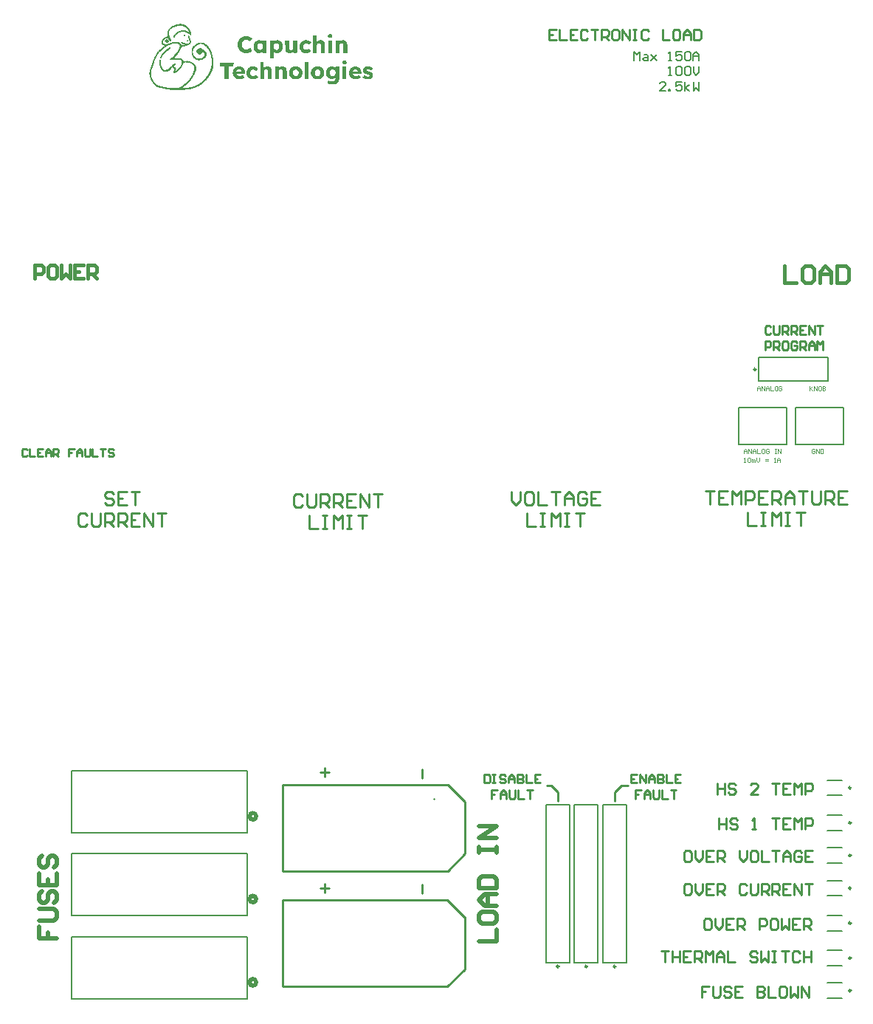
<source format=gbr>
G04*
G04 #@! TF.GenerationSoftware,Altium Limited,Altium Designer,24.1.2 (44)*
G04*
G04 Layer_Color=65535*
%FSLAX25Y25*%
%MOIN*%
G70*
G04*
G04 #@! TF.SameCoordinates,A85318EA-E4D8-42E9-B0A6-CF3BD3DAF5E5*
G04*
G04*
G04 #@! TF.FilePolarity,Positive*
G04*
G01*
G75*
%ADD10C,0.00984*%
%ADD11C,0.02000*%
%ADD12C,0.01000*%
%ADD13C,0.00787*%
%ADD14C,0.00600*%
%ADD15C,0.01575*%
%ADD16C,0.00394*%
G36*
X785508Y786846D02*
X785786Y786828D01*
X785833Y786816D01*
X785928Y786804D01*
X785999Y786793D01*
X786046Y786781D01*
X786176Y786757D01*
X786271Y786733D01*
X786330Y786722D01*
X786467Y786680D01*
X786721Y786591D01*
X786780Y786568D01*
X786910Y786520D01*
X786952Y786503D01*
X787224Y786373D01*
X787330Y786313D01*
X787461Y786242D01*
X787532Y786195D01*
X787638Y786136D01*
X787662Y786112D01*
X787685Y786100D01*
X787709Y786077D01*
X787733Y786065D01*
X787910Y785947D01*
X787981Y785876D01*
X788005Y785864D01*
X788029Y785840D01*
X788052Y785828D01*
X788135Y785769D01*
X788159Y785757D01*
X788289Y785627D01*
X788313Y785615D01*
X788348Y785580D01*
X788372Y785568D01*
X788467Y785473D01*
X788490Y785461D01*
X788614Y785337D01*
X788626Y785313D01*
X788827Y785112D01*
X788839Y785088D01*
X788916Y784976D01*
X788940Y784952D01*
X788964Y784941D01*
X789005Y784899D01*
X789017Y784875D01*
X789076Y784793D01*
X789088Y784769D01*
X789112Y784745D01*
X789123Y784722D01*
X789159Y784686D01*
X789230Y784556D01*
X789289Y784497D01*
X789301Y784473D01*
X789325Y784449D01*
X789384Y784343D01*
X789466Y784213D01*
X789632Y783870D01*
X789727Y783668D01*
X789756Y783592D01*
X789786Y783526D01*
X789798Y783479D01*
X789810Y783443D01*
X789821Y783396D01*
X789851Y783319D01*
X789863Y783272D01*
X789881Y783207D01*
X789898Y783130D01*
X789922Y783071D01*
X789952Y782994D01*
X789964Y782946D01*
X789981Y782846D01*
X789993Y782751D01*
X790011Y782639D01*
X790058Y782532D01*
X790094Y782284D01*
X790123Y782148D01*
X790135Y782100D01*
X790147Y782041D01*
X790153Y781822D01*
X790100Y781722D01*
X790076Y781710D01*
X790017Y781686D01*
X789863Y781698D01*
X789804Y781722D01*
X789674Y781793D01*
X789656Y781810D01*
X789644Y781834D01*
X789608Y781870D01*
X789597Y781893D01*
X789543Y781947D01*
X789520Y781958D01*
X789455Y782023D01*
X789443Y782047D01*
X789390Y782124D01*
X789366Y782136D01*
X789342Y782160D01*
X789319Y782171D01*
X789236Y782231D01*
X789141Y782325D01*
X789117Y782337D01*
X789035Y782384D01*
X788952Y782444D01*
X788928Y782455D01*
X788774Y782562D01*
X788668Y782621D01*
X788585Y782680D01*
X788336Y782798D01*
X788313Y782810D01*
X788088Y782917D01*
X787975Y782958D01*
X787875Y783000D01*
X787816Y783023D01*
X787703Y783065D01*
X787466Y783124D01*
X787407Y783136D01*
X787307Y783165D01*
X787117Y783213D01*
X787035Y783225D01*
X786881Y783236D01*
X786833Y783248D01*
X786715Y783260D01*
X786555Y783278D01*
X786171Y783284D01*
X786135Y783272D01*
X785816Y783260D01*
X785780Y783248D01*
X785567Y783236D01*
X785532Y783225D01*
X785466Y783207D01*
X785366Y783177D01*
X785200Y783154D01*
X785141Y783130D01*
X785076Y783112D01*
X785029Y783100D01*
X784969Y783077D01*
X784893Y783035D01*
X784745Y782982D01*
X784656Y782929D01*
X784526Y782881D01*
X784443Y782822D01*
X784324Y782775D01*
X784301Y782763D01*
X784182Y782680D01*
X784052Y782609D01*
X784034Y782591D01*
X784023Y782568D01*
X783946Y782491D01*
X783922Y782479D01*
X783815Y782396D01*
X783709Y782290D01*
X783685Y782278D01*
X783520Y782112D01*
X783496Y782100D01*
X783419Y782047D01*
X783407Y782023D01*
X783283Y781899D01*
X783177Y781840D01*
X783147Y781810D01*
X783135Y781787D01*
X783011Y781662D01*
X782987Y781651D01*
X782969Y781633D01*
X782958Y781609D01*
X782910Y781526D01*
X782857Y781461D01*
X782827Y781420D01*
X782674Y781124D01*
X782626Y781053D01*
X782531Y780875D01*
X782419Y780763D01*
X782395Y780751D01*
X782336Y780692D01*
X782242Y780668D01*
X782147Y780692D01*
X782064Y780739D01*
X781999Y780793D01*
X781963Y780875D01*
X781952Y780958D01*
X781969Y781071D01*
X781981Y781118D01*
X782040Y781284D01*
X782094Y781384D01*
X782153Y781467D01*
X782182Y781544D01*
X782200Y781562D01*
X782212Y781586D01*
X782389Y781834D01*
X782401Y781858D01*
X782455Y781923D01*
X782484Y781952D01*
X782496Y781976D01*
X782520Y782000D01*
X782531Y782023D01*
X782608Y782136D01*
X782668Y782207D01*
X782733Y782272D01*
X782745Y782296D01*
X782780Y782331D01*
X782792Y782355D01*
X782845Y782420D01*
X782916Y782491D01*
X782940Y782503D01*
X782969Y782544D01*
X782993Y782568D01*
X783005Y782591D01*
X783070Y782656D01*
X783094Y782668D01*
X783182Y782733D01*
X783194Y782757D01*
X783295Y782858D01*
X783319Y782870D01*
X783342Y782893D01*
X783366Y782905D01*
X783390Y782929D01*
X783413Y782941D01*
X783449Y782976D01*
X783579Y783047D01*
X783603Y783071D01*
X783626Y783083D01*
X783697Y783154D01*
X783721Y783165D01*
X783804Y783225D01*
X783827Y783236D01*
X783910Y783296D01*
X784017Y783343D01*
X784100Y783390D01*
X784277Y783473D01*
X784301Y783485D01*
X784395Y783544D01*
X784443Y783556D01*
X784478Y783568D01*
X784537Y783592D01*
X784561Y783603D01*
X784691Y783663D01*
X784822Y783698D01*
X784869Y783710D01*
X784952Y783722D01*
X785017Y783739D01*
X785141Y783793D01*
X785236Y783816D01*
X785354Y783852D01*
X785508Y783864D01*
X785567Y783887D01*
X785662Y783911D01*
X785816Y783923D01*
X785863Y783935D01*
X786017Y783947D01*
X786052Y783958D01*
X786632Y783970D01*
X786916Y783958D01*
X786952Y783947D01*
X787135Y783929D01*
X787230Y783917D01*
X787348Y783893D01*
X787395Y783881D01*
X787455Y783870D01*
X787549Y783846D01*
X787620Y783834D01*
X787679Y783822D01*
X787727Y783810D01*
X787792Y783793D01*
X787851Y783769D01*
X787934Y783734D01*
X788017Y783710D01*
X788182Y783651D01*
X788277Y783592D01*
X788360Y783556D01*
X788609Y783426D01*
X788691Y783367D01*
X788940Y783248D01*
X788987Y783236D01*
X789052Y783266D01*
X789076Y783325D01*
X789064Y783420D01*
X789017Y783538D01*
X788987Y783615D01*
X788910Y783763D01*
X788898Y783787D01*
X788822Y783899D01*
X788792Y783929D01*
X788780Y783952D01*
X788721Y784059D01*
X788614Y784213D01*
X788603Y784248D01*
X788490Y784396D01*
X788443Y784467D01*
X788319Y784591D01*
X788307Y784615D01*
X788230Y784728D01*
X788171Y784787D01*
X788147Y784799D01*
X788082Y784864D01*
X788029Y784952D01*
X788005Y784964D01*
X787958Y785012D01*
X787934Y785023D01*
X787869Y785077D01*
X787816Y785142D01*
X787780Y785177D01*
X787650Y785248D01*
X787614Y785284D01*
X787591Y785296D01*
X787567Y785319D01*
X787543Y785331D01*
X787520Y785355D01*
X787342Y785450D01*
X787319Y785473D01*
X787141Y785556D01*
X787082Y785580D01*
X787005Y785609D01*
X786946Y785633D01*
X786851Y785668D01*
X786751Y785710D01*
X786656Y785734D01*
X786573Y785757D01*
X786526Y785769D01*
X786460Y785787D01*
X786366Y785822D01*
X786301Y785840D01*
X786058Y785870D01*
X785916Y785893D01*
X785857Y785905D01*
X785810Y785917D01*
X785691Y785929D01*
X785549Y785941D01*
X784798Y785947D01*
X784762Y785935D01*
X784537Y785923D01*
X784236Y785893D01*
X784094Y785870D01*
X783934Y785852D01*
X783839Y785840D01*
X783804Y785828D01*
X783721Y785805D01*
X783561Y785787D01*
X783496Y785769D01*
X783449Y785757D01*
X783372Y785739D01*
X783313Y785716D01*
X783212Y785686D01*
X783040Y785657D01*
X782993Y785645D01*
X782928Y785627D01*
X782881Y785615D01*
X782703Y785532D01*
X782626Y785515D01*
X782496Y785455D01*
X782401Y785432D01*
X782307Y785396D01*
X782230Y785367D01*
X782117Y785325D01*
X782099Y785308D01*
X782040Y785284D01*
X781910Y785236D01*
X781815Y785177D01*
X781739Y785148D01*
X781697Y785130D01*
X781531Y785012D01*
X781449Y784964D01*
X781330Y784881D01*
X781177Y784799D01*
X781129Y784751D01*
X781023Y784692D01*
X780946Y784615D01*
X780934Y784591D01*
X780881Y784538D01*
X780774Y784479D01*
X780721Y784426D01*
X780709Y784402D01*
X780685Y784378D01*
X780674Y784355D01*
X780632Y784313D01*
X780608Y784302D01*
X780532Y784225D01*
X780520Y784201D01*
X780407Y784053D01*
X780378Y784012D01*
X780354Y783988D01*
X780271Y783834D01*
X780153Y783586D01*
X780117Y783467D01*
X780070Y783278D01*
X780058Y783195D01*
X780046Y783148D01*
X780058Y782698D01*
X780070Y782662D01*
X780088Y782467D01*
X780099Y782325D01*
X780111Y782195D01*
X780129Y782035D01*
X780141Y781905D01*
X780176Y781822D01*
X780194Y781745D01*
X780206Y781639D01*
X780230Y781497D01*
X780241Y781438D01*
X780307Y781301D01*
X780330Y781207D01*
X780378Y781088D01*
X780401Y780994D01*
X780461Y780840D01*
X780472Y780793D01*
X780502Y780716D01*
X780555Y780627D01*
X780573Y780550D01*
X780597Y780491D01*
X780662Y780367D01*
X780703Y780254D01*
X780768Y780130D01*
X780798Y780053D01*
X780821Y779994D01*
X780887Y779870D01*
X780916Y779793D01*
X780940Y779733D01*
X780958Y779716D01*
X780993Y779633D01*
X781017Y779574D01*
X781046Y779497D01*
X781088Y779396D01*
X781100Y779313D01*
X781135Y779112D01*
X781123Y778994D01*
X781070Y778929D01*
X781046Y778917D01*
X780987Y778893D01*
X780940Y778881D01*
X780857Y778893D01*
X780810Y778905D01*
X780750Y778929D01*
X780668Y778976D01*
X780644Y779000D01*
X780620Y779011D01*
X780597Y779035D01*
X780573Y779047D01*
X780537Y779082D01*
X780514Y779094D01*
X780490Y779118D01*
X780466Y779130D01*
X780425Y779171D01*
X780413Y779195D01*
X780247Y779361D01*
X780236Y779384D01*
X780176Y779491D01*
X780135Y779532D01*
X780111Y779544D01*
X780070Y779586D01*
X780058Y779609D01*
X780011Y779692D01*
X779934Y779804D01*
X779839Y779994D01*
X779792Y780065D01*
X779744Y780195D01*
X779715Y780225D01*
X779703Y780248D01*
X779668Y780284D01*
X779608Y780390D01*
X779567Y780420D01*
X779455Y780497D01*
X779378Y780538D01*
X779283Y780562D01*
X779046Y780550D01*
X778940Y780503D01*
X778827Y780461D01*
X778679Y780384D01*
X778525Y780302D01*
X778454Y780254D01*
X778348Y780195D01*
X778283Y780142D01*
X778230Y780089D01*
X778206Y780077D01*
X778182Y780053D01*
X778159Y780041D01*
X778135Y780018D01*
X778111Y780006D01*
X778076Y779970D01*
X778052Y779958D01*
X778028Y779935D01*
X778005Y779923D01*
X777940Y779870D01*
X777845Y779775D01*
X777839Y779757D01*
X777815Y779745D01*
X777780Y779710D01*
X777756Y779698D01*
X777715Y779657D01*
X777703Y779633D01*
X777679Y779609D01*
X777668Y779586D01*
X777644Y779562D01*
X777608Y779503D01*
X777555Y779438D01*
X777537Y779420D01*
X777526Y779396D01*
X777502Y779373D01*
X777407Y779171D01*
X777336Y779006D01*
X777313Y778911D01*
X777295Y778798D01*
X777289Y778591D01*
X777301Y778556D01*
X777313Y778449D01*
X777384Y778296D01*
X777466Y778142D01*
X777490Y778118D01*
X777502Y778094D01*
X777626Y777970D01*
X777650Y777958D01*
X777673Y777935D01*
X777780Y777875D01*
X777863Y777816D01*
X778017Y777769D01*
X778064Y777757D01*
X778182Y777722D01*
X778230Y777710D01*
X778395Y777686D01*
X778514Y777674D01*
X778839Y777692D01*
X779064Y777728D01*
X779129Y777745D01*
X779176Y777757D01*
X779259Y777769D01*
X779348Y777787D01*
X779466Y777834D01*
X779514Y777846D01*
X779632Y777893D01*
X779709Y777923D01*
X779756Y777935D01*
X779886Y777994D01*
X779981Y778017D01*
X780058Y778047D01*
X780099Y778065D01*
X780159Y778088D01*
X780312Y778136D01*
X780318Y778142D01*
X780466Y778207D01*
X780532Y778225D01*
X780597Y778254D01*
X780750Y778301D01*
X780833Y778337D01*
X780910Y778355D01*
X780981Y778367D01*
X781029Y778378D01*
X781088Y778402D01*
X781153Y778432D01*
X781230Y778449D01*
X781277Y778461D01*
X781378Y778491D01*
X781490Y778509D01*
X781537Y778520D01*
X781614Y778550D01*
X781715Y778568D01*
X781762Y778580D01*
X781821Y778591D01*
X782034Y778627D01*
X782135Y778656D01*
X782182Y778668D01*
X782360Y778680D01*
X782395Y778692D01*
X782478Y778704D01*
X782597Y778716D01*
X782786Y778727D01*
X782822Y778739D01*
X782869Y778751D01*
X783023Y778739D01*
X783141Y778751D01*
X783253Y778745D01*
X783520Y778751D01*
X783555Y778739D01*
X783863Y778727D01*
X783898Y778716D01*
X783999Y778698D01*
X784070Y778686D01*
X784188Y778662D01*
X784283Y778639D01*
X784348Y778621D01*
X784431Y778597D01*
X784478Y778585D01*
X784537Y778562D01*
X784703Y778491D01*
X784857Y778408D01*
X784940Y778349D01*
X784964Y778337D01*
X785076Y778260D01*
X785324Y778012D01*
X785407Y777858D01*
X785466Y777728D01*
X785496Y777651D01*
X785526Y777586D01*
X785537Y777503D01*
X785549Y777384D01*
X785626Y777284D01*
X785650Y777272D01*
X785709Y777248D01*
X785756Y777236D01*
X785875Y777224D01*
X786171Y777213D01*
X786603Y777230D01*
X786822Y777248D01*
X786881Y777272D01*
X786946Y777290D01*
X786993Y777325D01*
X787005Y777372D01*
X786993Y777432D01*
X786940Y777485D01*
X786916Y777497D01*
X786893Y777520D01*
X786869Y777532D01*
X786804Y777586D01*
X786680Y777651D01*
X786573Y777710D01*
X786502Y777757D01*
X786478Y777769D01*
X786111Y777958D01*
X785958Y778029D01*
X785875Y778077D01*
X785851Y778100D01*
X785827Y778112D01*
X785733Y778171D01*
X785603Y778242D01*
X785549Y778296D01*
X785537Y778319D01*
X785466Y778390D01*
X785455Y778414D01*
X785431Y778473D01*
X785419Y778520D01*
X785431Y778722D01*
X785484Y778787D01*
X785543Y778810D01*
X785591Y778822D01*
X785709Y778810D01*
X785768Y778787D01*
X785952Y778722D01*
X786123Y778645D01*
X786253Y778585D01*
X786313Y778562D01*
X786336Y778550D01*
X786561Y778443D01*
X786620Y778420D01*
X786839Y778343D01*
X786898Y778319D01*
X787023Y778266D01*
X787100Y778248D01*
X787147Y778236D01*
X787212Y778219D01*
X787330Y778171D01*
X787378Y778159D01*
X787579Y778124D01*
X787674Y778100D01*
X787786Y778083D01*
X787881Y778059D01*
X788046Y778047D01*
X788094Y778035D01*
X788171Y778029D01*
X788206Y778041D01*
X788396Y778029D01*
X788431Y778041D01*
X788514Y778053D01*
X788561Y778065D01*
X788680Y778077D01*
X788739Y778100D01*
X788786Y778112D01*
X788898Y778154D01*
X788969Y778213D01*
X788987Y778230D01*
X789011Y778242D01*
X789076Y778296D01*
X789123Y778343D01*
X789135Y778367D01*
X789159Y778390D01*
X789254Y778603D01*
X789265Y778651D01*
X789277Y778733D01*
X789289Y778935D01*
X789277Y778970D01*
X789259Y779035D01*
X789242Y779088D01*
X789224Y779165D01*
X789212Y779236D01*
X789200Y779284D01*
X789188Y779355D01*
X789177Y779414D01*
X789165Y779461D01*
X789088Y779633D01*
X789070Y779698D01*
X789046Y779757D01*
X788993Y779881D01*
X788958Y780012D01*
X788946Y780059D01*
X788928Y780160D01*
X788881Y780278D01*
X788863Y780343D01*
X788851Y780390D01*
X788780Y780544D01*
X788768Y780591D01*
X788745Y780674D01*
X788721Y780769D01*
X788697Y780923D01*
X788650Y781029D01*
X788626Y781124D01*
X788614Y781207D01*
X788603Y781325D01*
X788591Y781432D01*
X788579Y781467D01*
X788567Y781515D01*
X788585Y781698D01*
X788597Y781745D01*
X788638Y781810D01*
X788668Y781840D01*
X788715Y781852D01*
X788822Y781840D01*
X788904Y781804D01*
X788964Y781781D01*
X789041Y781751D01*
X789088Y781704D01*
X789123Y781645D01*
X789183Y781562D01*
X789206Y781467D01*
X789224Y781390D01*
X789254Y781290D01*
X789271Y781130D01*
X789301Y781029D01*
X789313Y780982D01*
X789342Y780905D01*
X789396Y780781D01*
X789425Y780704D01*
X789449Y780645D01*
X789478Y780568D01*
X789502Y780485D01*
X789561Y780296D01*
X789573Y780248D01*
X789603Y780171D01*
X789668Y780023D01*
X789685Y779958D01*
X789762Y779810D01*
X789774Y779763D01*
X789804Y779686D01*
X789845Y779609D01*
X789881Y779467D01*
X789904Y779325D01*
X789916Y779278D01*
X789958Y779165D01*
X789975Y779100D01*
X789987Y779053D01*
X790011Y778745D01*
X789993Y778550D01*
X789969Y778420D01*
X789952Y778355D01*
X789922Y778278D01*
X789851Y778159D01*
X789821Y778118D01*
X789709Y777970D01*
X789626Y777887D01*
X789603Y777875D01*
X789532Y777804D01*
X789508Y777793D01*
X789330Y777698D01*
X788916Y777497D01*
X788739Y777414D01*
X788680Y777390D01*
X788502Y777307D01*
X788425Y777278D01*
X788230Y777189D01*
X788029Y777094D01*
X787952Y777065D01*
X787816Y777000D01*
X787768Y776988D01*
X787691Y776958D01*
X787632Y776935D01*
X787555Y776905D01*
X787478Y776887D01*
X787413Y776858D01*
X787330Y776822D01*
X787265Y776804D01*
X787177Y776763D01*
X787094Y776727D01*
X787046Y776716D01*
X786987Y776692D01*
X786904Y776656D01*
X786810Y776633D01*
X786721Y776615D01*
X786674Y776603D01*
X786614Y776591D01*
X786289Y776550D01*
X786171Y776538D01*
X786017Y776526D01*
X785922Y776514D01*
X785863Y776491D01*
X785774Y776473D01*
X785715Y776449D01*
X785674Y776420D01*
X785608Y776355D01*
X785597Y776331D01*
X785537Y776201D01*
X785514Y776142D01*
X785449Y775958D01*
X785395Y775846D01*
X785336Y775716D01*
X785307Y775639D01*
X785277Y775574D01*
X785230Y775467D01*
X785194Y775384D01*
X785171Y775325D01*
X785123Y775219D01*
X785088Y775136D01*
X785076Y775112D01*
X785029Y775041D01*
X784987Y774929D01*
X784952Y774834D01*
X784887Y774698D01*
X784863Y774639D01*
X784822Y774526D01*
X784798Y774467D01*
X784762Y774372D01*
X784745Y774355D01*
X784733Y774331D01*
X784685Y774260D01*
X784674Y774236D01*
X784591Y774083D01*
X784449Y773881D01*
X784413Y773822D01*
X784360Y773757D01*
X784318Y773716D01*
X784307Y773692D01*
X784271Y773656D01*
X784259Y773633D01*
X784236Y773609D01*
X784224Y773585D01*
X784159Y773485D01*
X784135Y773473D01*
X784070Y773408D01*
X784058Y773384D01*
X783981Y773272D01*
X783910Y773201D01*
X783892Y773195D01*
X783881Y773171D01*
X783768Y773023D01*
X783632Y772887D01*
X783620Y772863D01*
X783585Y772828D01*
X783573Y772804D01*
X783419Y772650D01*
X783407Y772627D01*
X783354Y772562D01*
X783242Y772449D01*
X783230Y772426D01*
X783194Y772390D01*
X783182Y772367D01*
X783017Y772201D01*
X783005Y772177D01*
X782981Y772153D01*
X782969Y772130D01*
X782804Y771964D01*
X782792Y771940D01*
X782768Y771917D01*
X782756Y771893D01*
X782715Y771852D01*
X782691Y771840D01*
X782650Y771798D01*
X782638Y771775D01*
X782585Y771710D01*
X782555Y771668D01*
X782531Y771645D01*
X782520Y771597D01*
X782531Y771526D01*
X782561Y771497D01*
X782638Y771479D01*
X782709Y771467D01*
X782756Y771455D01*
X782875Y771443D01*
X783040Y771431D01*
X783159Y771420D01*
X783419Y771408D01*
X783744Y771390D01*
X783780Y771402D01*
X783928Y771372D01*
X783934Y771366D01*
X783969Y771378D01*
X784366Y771360D01*
X784579Y771349D01*
X784674Y771337D01*
X784863Y771325D01*
X784934Y771313D01*
X785094Y771295D01*
X785212Y771284D01*
X785295Y771260D01*
X785372Y771242D01*
X785419Y771230D01*
X785472Y771213D01*
X785520Y771201D01*
X785603Y771177D01*
X785756Y771118D01*
X785816Y771094D01*
X785922Y771035D01*
X785946Y771011D01*
X785969Y771000D01*
X786117Y770887D01*
X786153Y770852D01*
X786165Y770828D01*
X786200Y770792D01*
X786212Y770769D01*
X786318Y770662D01*
X786330Y770639D01*
X786389Y770556D01*
X786401Y770532D01*
X786425Y770508D01*
X786437Y770485D01*
X786496Y770378D01*
X786555Y770295D01*
X786573Y770278D01*
X786597Y770266D01*
X786632Y770230D01*
X786656Y770219D01*
X786680Y770195D01*
X786762Y770159D01*
X786845Y770148D01*
X786999Y770136D01*
X787088Y770130D01*
X787395Y770142D01*
X788194Y770148D01*
X788230Y770136D01*
X788396Y770124D01*
X788431Y770112D01*
X788638Y770094D01*
X788780Y770071D01*
X788887Y770059D01*
X789041Y770035D01*
X789135Y770011D01*
X789194Y770000D01*
X789289Y769976D01*
X789354Y769958D01*
X789496Y769923D01*
X789573Y769905D01*
X789620Y769893D01*
X789679Y769869D01*
X789727Y769858D01*
X789821Y769822D01*
X789881Y769798D01*
X790011Y769751D01*
X790165Y769692D01*
X790206Y769674D01*
X790668Y769437D01*
X790751Y769390D01*
X790863Y769313D01*
X790881Y769295D01*
X790904Y769284D01*
X790928Y769260D01*
X791035Y769201D01*
X791117Y769142D01*
X791147Y769112D01*
X791159Y769088D01*
X791177Y769071D01*
X791200Y769059D01*
X791283Y769000D01*
X791307Y768988D01*
X791401Y768893D01*
X791425Y768881D01*
X791573Y768733D01*
X791585Y768710D01*
X791608Y768686D01*
X791620Y768662D01*
X791685Y768597D01*
X791709Y768585D01*
X791762Y768532D01*
X791833Y768402D01*
X791887Y768337D01*
X791904Y768319D01*
X791916Y768295D01*
X791993Y768183D01*
X792011Y768165D01*
X792023Y768142D01*
X792046Y768118D01*
X792177Y767846D01*
X792200Y767787D01*
X792212Y767739D01*
X792236Y767680D01*
X792259Y767597D01*
X792289Y767461D01*
X792313Y767402D01*
X792342Y767325D01*
X792354Y767171D01*
X792366Y767053D01*
X792378Y767005D01*
X792366Y766497D01*
X792354Y766461D01*
X792336Y766361D01*
X792313Y766242D01*
X792301Y766195D01*
X792283Y766130D01*
X792259Y766035D01*
X792194Y765852D01*
X792129Y765692D01*
X792106Y765633D01*
X792070Y765550D01*
X792046Y765491D01*
X791975Y765360D01*
X791940Y765278D01*
X791875Y765094D01*
X791833Y765017D01*
X791786Y764899D01*
X791745Y764786D01*
X791733Y764739D01*
X791703Y764662D01*
X791668Y764579D01*
X791638Y764502D01*
X791608Y764437D01*
X791579Y764360D01*
X791555Y764301D01*
X791455Y764082D01*
X791407Y763964D01*
X791378Y763887D01*
X791354Y763828D01*
X791283Y763710D01*
X791254Y763645D01*
X791183Y763514D01*
X791123Y763431D01*
X791112Y763408D01*
X791052Y763325D01*
X791005Y763242D01*
X790952Y763177D01*
X790910Y763124D01*
X790899Y763100D01*
X790851Y763017D01*
X790792Y762911D01*
X790674Y762745D01*
X790603Y762615D01*
X790543Y762520D01*
X790496Y762437D01*
X790413Y762284D01*
X790390Y762260D01*
X790378Y762236D01*
X790354Y762213D01*
X790177Y761869D01*
X790153Y761846D01*
X790046Y761644D01*
X789887Y761402D01*
X789839Y761331D01*
X789774Y761266D01*
X789762Y761242D01*
X789739Y761218D01*
X789727Y761195D01*
X789703Y761171D01*
X789691Y761147D01*
X789638Y761082D01*
X789537Y760982D01*
X789526Y760958D01*
X789502Y760934D01*
X789490Y760911D01*
X789466Y760887D01*
X789455Y760863D01*
X789437Y760846D01*
X789413Y760834D01*
X789325Y760745D01*
X789313Y760721D01*
X789159Y760568D01*
X789147Y760544D01*
X789076Y760473D01*
X789064Y760449D01*
X789023Y760420D01*
X788999Y760396D01*
X788975Y760384D01*
X788922Y760331D01*
X788910Y760307D01*
X788798Y760195D01*
X788739Y760159D01*
X788662Y760082D01*
X788650Y760059D01*
X788585Y759994D01*
X788561Y759982D01*
X788449Y759905D01*
X788396Y759840D01*
X788348Y759792D01*
X788324Y759781D01*
X788301Y759757D01*
X788277Y759745D01*
X788182Y759650D01*
X788052Y759579D01*
X787975Y759502D01*
X787969Y759485D01*
X787946Y759473D01*
X787922Y759449D01*
X787898Y759437D01*
X787816Y759390D01*
X787792Y759366D01*
X787768Y759354D01*
X787709Y759295D01*
X787603Y759236D01*
X787484Y759118D01*
X787461Y759106D01*
X787313Y759005D01*
X787289Y758982D01*
X787277Y758958D01*
X787236Y758928D01*
X787129Y758846D01*
X787082Y758798D01*
X787058Y758786D01*
X787023Y758751D01*
X786940Y758704D01*
X786810Y758573D01*
X786786Y758562D01*
X786638Y758449D01*
X786561Y758372D01*
X786538Y758360D01*
X786514Y758337D01*
X786490Y758325D01*
X786407Y758242D01*
X786384Y758230D01*
X786360Y758207D01*
X786336Y758195D01*
X786271Y758141D01*
X786236Y758106D01*
X786188Y757999D01*
X786200Y757928D01*
X786242Y757887D01*
X786324Y757863D01*
X786585Y757852D01*
X786632Y757863D01*
X786893Y757875D01*
X786928Y757887D01*
X787046Y757899D01*
X787094Y757911D01*
X787271Y757923D01*
X787330Y757946D01*
X787520Y757958D01*
X787567Y757970D01*
X787650Y757994D01*
X787804Y758005D01*
X787981Y758017D01*
X788017Y758029D01*
X788283Y758047D01*
X788330Y758059D01*
X788532Y758070D01*
X788591Y758082D01*
X788638Y758094D01*
X788857Y758112D01*
X788893Y758124D01*
X789011Y758136D01*
X789165Y758147D01*
X789200Y758159D01*
X789248Y758171D01*
X789325Y758189D01*
X789466Y758212D01*
X789597Y758236D01*
X789644Y758248D01*
X789786Y758272D01*
X789845Y758283D01*
X789946Y758313D01*
X790023Y758331D01*
X790070Y758343D01*
X790147Y758372D01*
X790295Y758390D01*
X790342Y758402D01*
X790419Y758431D01*
X790514Y758455D01*
X790591Y758485D01*
X790650Y758508D01*
X790715Y758526D01*
X790762Y758538D01*
X790893Y758573D01*
X790940Y758585D01*
X791029Y758603D01*
X791153Y758668D01*
X791248Y758692D01*
X791401Y758763D01*
X791467Y758780D01*
X791526Y758804D01*
X791650Y758857D01*
X791697Y758869D01*
X791851Y758940D01*
X791916Y758958D01*
X792011Y758993D01*
X792135Y759047D01*
X792248Y759088D01*
X792336Y759141D01*
X792413Y759171D01*
X792473Y759195D01*
X792544Y759242D01*
X792644Y759283D01*
X792703Y759307D01*
X792786Y759366D01*
X792869Y759402D01*
X792975Y759461D01*
X792999Y759485D01*
X793023Y759496D01*
X793153Y759567D01*
X793236Y759627D01*
X793342Y759674D01*
X793425Y759721D01*
X793543Y759804D01*
X793591Y759816D01*
X793703Y759893D01*
X793792Y759946D01*
X793839Y759958D01*
X793904Y760011D01*
X793946Y760053D01*
X793969Y760065D01*
X794040Y760112D01*
X794064Y760124D01*
X794129Y760177D01*
X794147Y760195D01*
X794171Y760207D01*
X794194Y760230D01*
X794348Y760313D01*
X794407Y760372D01*
X794431Y760384D01*
X794502Y760431D01*
X794526Y760443D01*
X794632Y760550D01*
X794656Y760562D01*
X794804Y760662D01*
X794881Y760739D01*
X794904Y760751D01*
X794928Y760775D01*
X794952Y760786D01*
X794976Y760810D01*
X794999Y760822D01*
X795058Y760881D01*
X795082Y760893D01*
X795118Y760928D01*
X795141Y760940D01*
X795295Y761094D01*
X795319Y761106D01*
X795342Y761130D01*
X795366Y761141D01*
X795390Y761165D01*
X795413Y761177D01*
X795455Y761218D01*
X795467Y761242D01*
X795555Y761331D01*
X795579Y761343D01*
X795680Y761443D01*
X795691Y761467D01*
X795768Y761544D01*
X795792Y761556D01*
X795881Y761644D01*
X795893Y761668D01*
X795916Y761692D01*
X795928Y761715D01*
X795946Y761733D01*
X795969Y761745D01*
X796058Y761834D01*
X796070Y761857D01*
X796129Y761940D01*
X796141Y761964D01*
X796159Y761982D01*
X796183Y761994D01*
X796206Y762017D01*
X796230Y762029D01*
X796277Y762100D01*
X796342Y762201D01*
X796425Y762284D01*
X796437Y762307D01*
X796461Y762331D01*
X796508Y762414D01*
X796532Y762437D01*
X796544Y762461D01*
X796579Y762497D01*
X796591Y762520D01*
X796644Y762585D01*
X796662Y762603D01*
X796745Y762757D01*
X796768Y762781D01*
X796780Y762804D01*
X796804Y762828D01*
X796851Y762911D01*
X796934Y763065D01*
X797052Y763230D01*
X797112Y763337D01*
X797165Y763402D01*
X797194Y763443D01*
X797254Y763502D01*
X797265Y763526D01*
X797348Y763633D01*
X797455Y763787D01*
X797561Y763988D01*
X797620Y764071D01*
X797739Y764295D01*
X797857Y764461D01*
X797869Y764485D01*
X798011Y764686D01*
X798023Y764710D01*
X798070Y764781D01*
X798106Y764840D01*
X798141Y764875D01*
X798153Y764899D01*
X798212Y764982D01*
X798224Y765029D01*
X798295Y765159D01*
X798354Y765242D01*
X798413Y765372D01*
X798443Y765449D01*
X798508Y765585D01*
X798532Y765645D01*
X798567Y765727D01*
X798615Y765846D01*
X798656Y765958D01*
X798680Y766017D01*
X798733Y766142D01*
X798745Y766189D01*
X798822Y766408D01*
X798851Y766508D01*
X798875Y766603D01*
X798899Y766686D01*
X798910Y766733D01*
X798946Y766852D01*
X798970Y766934D01*
X798981Y766982D01*
X799005Y767065D01*
X799029Y767159D01*
X799047Y767224D01*
X799058Y767284D01*
X799070Y767355D01*
X799082Y767414D01*
X799094Y767461D01*
X799106Y767520D01*
X799135Y767621D01*
X799147Y767668D01*
X799165Y767781D01*
X799177Y767840D01*
X799189Y767935D01*
X799212Y768077D01*
X799224Y768136D01*
X799242Y768201D01*
X799254Y768355D01*
X799265Y768390D01*
X799277Y768437D01*
X799289Y768579D01*
X799301Y768615D01*
X799313Y768804D01*
X799325Y768840D01*
X799342Y769023D01*
X799354Y769165D01*
X799366Y769272D01*
X799390Y769556D01*
X799396Y769952D01*
X799384Y769988D01*
X799372Y770295D01*
X799360Y770331D01*
X799348Y770414D01*
X799331Y770574D01*
X799319Y770633D01*
X799301Y770792D01*
X799254Y770982D01*
X799224Y771118D01*
X799212Y771177D01*
X799189Y771319D01*
X799159Y771420D01*
X799147Y771467D01*
X799129Y771580D01*
X799106Y771674D01*
X799094Y771745D01*
X799070Y771840D01*
X799052Y771905D01*
X799041Y771952D01*
X799029Y772082D01*
X799005Y772142D01*
X798981Y772236D01*
X798952Y772372D01*
X798934Y772579D01*
X798899Y772662D01*
X798887Y772745D01*
X798875Y772923D01*
X798863Y772958D01*
X798851Y773053D01*
X798839Y773088D01*
X798828Y773242D01*
X798810Y773319D01*
X798786Y773378D01*
X798745Y773514D01*
X798727Y773591D01*
X798709Y773656D01*
X798697Y773704D01*
X798680Y773793D01*
X798656Y773852D01*
X798603Y773976D01*
X798573Y774053D01*
X798555Y774071D01*
X798508Y774177D01*
X798478Y774254D01*
X798419Y774349D01*
X798390Y774426D01*
X798366Y774485D01*
X798354Y774508D01*
X798295Y774591D01*
X798265Y774668D01*
X798248Y774710D01*
X798141Y774863D01*
X798094Y774946D01*
X798041Y775011D01*
X797999Y775053D01*
X797987Y775077D01*
X797916Y775207D01*
X797845Y775313D01*
X797786Y775420D01*
X797733Y775485D01*
X797656Y775562D01*
X797644Y775585D01*
X797561Y775692D01*
X797538Y775716D01*
X797526Y775739D01*
X797467Y775846D01*
X797413Y775899D01*
X797390Y775911D01*
X797342Y775958D01*
X797325Y775964D01*
X797313Y775988D01*
X797289Y776012D01*
X797242Y776094D01*
X797088Y776248D01*
X797076Y776272D01*
X796922Y776426D01*
X796910Y776449D01*
X796875Y776485D01*
X796863Y776509D01*
X796845Y776526D01*
X796822Y776538D01*
X796762Y776597D01*
X796739Y776609D01*
X796638Y776710D01*
X796632Y776727D01*
X796609Y776739D01*
X796573Y776775D01*
X796549Y776787D01*
X796455Y776881D01*
X796431Y776893D01*
X796407Y776917D01*
X796384Y776929D01*
X796336Y776976D01*
X796313Y776988D01*
X796289Y777011D01*
X796265Y777023D01*
X796194Y777094D01*
X796171Y777106D01*
X796135Y777142D01*
X796112Y777153D01*
X796088Y777177D01*
X796005Y777224D01*
X795940Y777278D01*
X795922Y777295D01*
X795898Y777307D01*
X795875Y777331D01*
X795851Y777343D01*
X795756Y777402D01*
X795603Y777485D01*
X795532Y777532D01*
X795283Y777651D01*
X795200Y777686D01*
X795123Y777716D01*
X794952Y777769D01*
X794904Y777781D01*
X794822Y777804D01*
X794774Y777816D01*
X794691Y777828D01*
X794644Y777840D01*
X794526Y777852D01*
X794206Y777840D01*
X794171Y777828D01*
X794058Y777810D01*
X793964Y777787D01*
X793893Y777775D01*
X793833Y777763D01*
X793786Y777751D01*
X793721Y777722D01*
X793573Y777668D01*
X793514Y777645D01*
X793496Y777627D01*
X793390Y777580D01*
X793313Y777550D01*
X793141Y777461D01*
X793011Y777390D01*
X792940Y777343D01*
X792833Y777284D01*
X792762Y777213D01*
X792739Y777201D01*
X792644Y777142D01*
X792620Y777130D01*
X792597Y777106D01*
X792573Y777094D01*
X792549Y777071D01*
X792526Y777059D01*
X792431Y777000D01*
X792407Y776988D01*
X792342Y776935D01*
X792336Y776917D01*
X792313Y776905D01*
X792265Y776858D01*
X792242Y776846D01*
X792218Y776822D01*
X792194Y776810D01*
X792147Y776763D01*
X792123Y776751D01*
X792088Y776716D01*
X792064Y776704D01*
X792040Y776680D01*
X792017Y776668D01*
X791851Y776503D01*
X791827Y776491D01*
X791727Y776390D01*
X791715Y776367D01*
X791691Y776343D01*
X791680Y776319D01*
X791650Y776290D01*
X791626Y776278D01*
X791538Y776189D01*
X791526Y776165D01*
X791502Y776142D01*
X791490Y776118D01*
X791437Y776053D01*
X791372Y775988D01*
X791360Y775964D01*
X791336Y775941D01*
X791325Y775917D01*
X791265Y775822D01*
X791254Y775799D01*
X791200Y775733D01*
X791153Y775662D01*
X791064Y775467D01*
X791052Y775443D01*
X791017Y775361D01*
X790975Y775248D01*
X790952Y775189D01*
X790940Y775142D01*
X790922Y775077D01*
X790875Y774887D01*
X790851Y774804D01*
X790839Y774721D01*
X790822Y774585D01*
X790810Y774337D01*
X790804Y774154D01*
X790816Y774118D01*
X790828Y773893D01*
X790839Y773846D01*
X790881Y773651D01*
X790904Y773556D01*
X790928Y773426D01*
X790970Y773325D01*
X790981Y773278D01*
X791011Y773201D01*
X791076Y773065D01*
X791100Y773005D01*
X791265Y772686D01*
X791289Y772662D01*
X791301Y772639D01*
X791325Y772615D01*
X791336Y772591D01*
X791396Y772508D01*
X791407Y772485D01*
X791478Y772414D01*
X791490Y772390D01*
X791514Y772367D01*
X791549Y772307D01*
X791603Y772242D01*
X791703Y772142D01*
X791715Y772118D01*
X791839Y771994D01*
X791863Y771982D01*
X791993Y771852D01*
X792017Y771840D01*
X792052Y771804D01*
X792135Y771757D01*
X792200Y771704D01*
X792242Y771662D01*
X792265Y771651D01*
X792478Y771532D01*
X792561Y771473D01*
X792668Y771426D01*
X792745Y771396D01*
X792987Y771295D01*
X793035Y771284D01*
X793153Y771248D01*
X793295Y771213D01*
X793543Y771177D01*
X793733Y771165D01*
X793916Y771159D01*
X793987Y771171D01*
X794147Y771189D01*
X794283Y771207D01*
X794378Y771230D01*
X794437Y771254D01*
X794502Y771284D01*
X794561Y771307D01*
X794609Y771319D01*
X794762Y771402D01*
X794822Y771426D01*
X794928Y771485D01*
X794999Y771532D01*
X795058Y771556D01*
X795118Y771591D01*
X795260Y771733D01*
X795283Y771745D01*
X795443Y771905D01*
X795455Y771929D01*
X795538Y772011D01*
X795549Y772035D01*
X795573Y772059D01*
X795585Y772082D01*
X795697Y772230D01*
X795715Y772248D01*
X795822Y772449D01*
X795881Y772544D01*
X795916Y772627D01*
X795987Y772852D01*
X796011Y772946D01*
X796023Y773029D01*
X796035Y773183D01*
X796023Y773408D01*
X796011Y773443D01*
X795999Y773491D01*
X795934Y773674D01*
X795904Y773716D01*
X795851Y773781D01*
X795822Y773810D01*
X795810Y773834D01*
X795751Y773917D01*
X795733Y773935D01*
X795603Y774006D01*
X795425Y774088D01*
X795378Y774100D01*
X795271Y774088D01*
X795183Y774023D01*
X795171Y774000D01*
X795088Y773893D01*
X795005Y773810D01*
X794993Y773787D01*
X794958Y773751D01*
X794946Y773727D01*
X794922Y773704D01*
X794910Y773680D01*
X794887Y773656D01*
X794875Y773633D01*
X794845Y773603D01*
X794822Y773591D01*
X794745Y773538D01*
X794733Y773514D01*
X794609Y773390D01*
X794585Y773378D01*
X794520Y773325D01*
X794478Y773295D01*
X794407Y773248D01*
X794360Y773236D01*
X794253Y773177D01*
X794147Y773130D01*
X793993Y773082D01*
X793946Y773071D01*
X793662Y773082D01*
X793626Y773094D01*
X793478Y773147D01*
X793390Y773189D01*
X793283Y773248D01*
X793212Y773319D01*
X793188Y773331D01*
X793165Y773355D01*
X793141Y773366D01*
X793076Y773420D01*
X792970Y773526D01*
X792958Y773550D01*
X792875Y773633D01*
X792863Y773656D01*
X792780Y773763D01*
X792721Y773822D01*
X792709Y773846D01*
X792650Y773940D01*
X792591Y774047D01*
X792544Y774118D01*
X792520Y774177D01*
X792473Y774284D01*
X792461Y774331D01*
X792449Y774414D01*
X792461Y774650D01*
X792473Y774686D01*
X792484Y774757D01*
X792508Y774816D01*
X792532Y774899D01*
X792579Y775006D01*
X792650Y775136D01*
X792697Y775183D01*
X792709Y775207D01*
X792757Y775290D01*
X792810Y775355D01*
X792828Y775372D01*
X792839Y775396D01*
X792881Y775437D01*
X792904Y775449D01*
X792916Y775473D01*
X792940Y775485D01*
X792999Y775556D01*
X793035Y775591D01*
X793058Y775603D01*
X793094Y775639D01*
X793117Y775651D01*
X793141Y775674D01*
X793165Y775686D01*
X793188Y775710D01*
X793212Y775722D01*
X793555Y775887D01*
X793709Y775946D01*
X793792Y775958D01*
X793910Y775970D01*
X793958Y775982D01*
X794129Y775988D01*
X794260Y775976D01*
X794354Y775964D01*
X794496Y775941D01*
X794561Y775911D01*
X794680Y775864D01*
X794757Y775834D01*
X794816Y775810D01*
X795082Y775674D01*
X795165Y775627D01*
X795401Y775461D01*
X795425Y775449D01*
X795532Y775366D01*
X795591Y775307D01*
X795614Y775295D01*
X795697Y775236D01*
X795721Y775224D01*
X795786Y775171D01*
X795839Y775106D01*
X795910Y775059D01*
X795934Y775047D01*
X795958Y775023D01*
X795981Y775011D01*
X796011Y774970D01*
X796052Y774929D01*
X796076Y774917D01*
X796100Y774893D01*
X796123Y774881D01*
X796159Y774846D01*
X796183Y774834D01*
X796248Y774769D01*
X796259Y774745D01*
X796313Y774692D01*
X796336Y774680D01*
X796384Y774633D01*
X796407Y774621D01*
X796437Y774591D01*
X796496Y774485D01*
X796549Y774432D01*
X796573Y774420D01*
X796615Y774378D01*
X796626Y774355D01*
X796686Y774248D01*
X796780Y774106D01*
X796822Y773994D01*
X796869Y773923D01*
X796887Y773869D01*
X796940Y773722D01*
X796952Y773674D01*
X796964Y773580D01*
X796981Y773467D01*
X797005Y773408D01*
X797017Y773254D01*
X797005Y773218D01*
X797017Y773053D01*
X797005Y773017D01*
X796981Y772875D01*
X796970Y772828D01*
X796952Y772751D01*
X796940Y772680D01*
X796928Y772633D01*
X796881Y772503D01*
X796857Y772443D01*
X796816Y772343D01*
X796792Y772284D01*
X796733Y772177D01*
X796674Y772082D01*
X796615Y771976D01*
X796567Y771893D01*
X796484Y771810D01*
X796473Y771787D01*
X796390Y771680D01*
X796248Y771538D01*
X796236Y771514D01*
X796159Y771438D01*
X796135Y771426D01*
X796100Y771390D01*
X796076Y771378D01*
X796035Y771337D01*
X796023Y771313D01*
X795958Y771248D01*
X795934Y771236D01*
X795827Y771177D01*
X795762Y771124D01*
X795745Y771106D01*
X795721Y771094D01*
X795650Y771047D01*
X795626Y771035D01*
X795591Y771000D01*
X795567Y770988D01*
X795520Y770940D01*
X795390Y770881D01*
X795366Y770869D01*
X795295Y770822D01*
X795212Y770787D01*
X795153Y770763D01*
X795023Y770704D01*
X794964Y770680D01*
X794916Y770668D01*
X794798Y770633D01*
X794703Y770609D01*
X794632Y770597D01*
X794561Y770550D01*
X794496Y770532D01*
X794425Y770520D01*
X794378Y770508D01*
X794236Y770497D01*
X794177Y770485D01*
X794129Y770473D01*
X794064Y770455D01*
X793946Y770443D01*
X793614Y770432D01*
X793295Y770443D01*
X793259Y770455D01*
X793117Y770467D01*
X793082Y770479D01*
X792952Y770491D01*
X792916Y770503D01*
X792869Y770514D01*
X792792Y770532D01*
X792656Y770574D01*
X792597Y770597D01*
X792549Y770609D01*
X792466Y770633D01*
X792407Y770656D01*
X792206Y770751D01*
X792129Y770781D01*
X792058Y770816D01*
X791940Y770887D01*
X791898Y770917D01*
X791827Y770964D01*
X791721Y771023D01*
X791656Y771076D01*
X791626Y771106D01*
X791603Y771118D01*
X791579Y771142D01*
X791555Y771153D01*
X791449Y771236D01*
X791372Y771313D01*
X791360Y771337D01*
X791342Y771355D01*
X791319Y771366D01*
X791295Y771390D01*
X791271Y771402D01*
X791218Y771455D01*
X791171Y771538D01*
X791147Y771562D01*
X791135Y771585D01*
X791029Y771692D01*
X790981Y771775D01*
X790934Y771822D01*
X790922Y771846D01*
X790887Y771905D01*
X790816Y772035D01*
X790768Y772106D01*
X790745Y772165D01*
X790626Y772414D01*
X790543Y772591D01*
X790532Y772639D01*
X790508Y772698D01*
X790461Y772804D01*
X790449Y772852D01*
X790431Y772929D01*
X790419Y772976D01*
X790390Y773076D01*
X790378Y773124D01*
X790360Y773201D01*
X790330Y773301D01*
X790319Y773349D01*
X790307Y773479D01*
X790295Y773514D01*
X790277Y773591D01*
X790248Y773858D01*
X790236Y773905D01*
X790224Y774343D01*
X790212Y774390D01*
X790224Y774579D01*
X790236Y774887D01*
X790248Y774923D01*
X790259Y775041D01*
X790271Y775124D01*
X790295Y775207D01*
X790307Y775254D01*
X790319Y775384D01*
X790342Y775443D01*
X790354Y775538D01*
X790366Y775574D01*
X790378Y775621D01*
X790395Y775686D01*
X790419Y775745D01*
X790449Y775822D01*
X790490Y775935D01*
X790549Y776100D01*
X790573Y776159D01*
X790591Y776177D01*
X790733Y776449D01*
X790757Y776473D01*
X790768Y776497D01*
X790792Y776520D01*
X790804Y776544D01*
X790863Y776627D01*
X790875Y776650D01*
X790958Y776757D01*
X791029Y776816D01*
X791041Y776840D01*
X791177Y776976D01*
X791200Y776988D01*
X791265Y777041D01*
X791330Y777106D01*
X791354Y777118D01*
X791532Y777213D01*
X791603Y777260D01*
X791756Y777343D01*
X791822Y777396D01*
X791952Y777479D01*
X792029Y777556D01*
X792159Y777627D01*
X792324Y777745D01*
X792348Y777757D01*
X792372Y777781D01*
X792395Y777793D01*
X792490Y777887D01*
X792573Y777923D01*
X792597Y777935D01*
X792680Y777994D01*
X792786Y778041D01*
X792916Y778112D01*
X792999Y778148D01*
X793076Y778177D01*
X793094Y778195D01*
X793200Y778242D01*
X793313Y778284D01*
X793437Y778337D01*
X793549Y778355D01*
X793691Y778390D01*
X793751Y778402D01*
X793798Y778414D01*
X793898Y778443D01*
X794082Y778461D01*
X794242Y778479D01*
X794833Y778467D01*
X794869Y778455D01*
X795052Y778438D01*
X795112Y778426D01*
X795165Y778408D01*
X795260Y778384D01*
X795336Y778367D01*
X795526Y778319D01*
X795626Y778278D01*
X795739Y778236D01*
X795928Y778165D01*
X796058Y778106D01*
X796129Y778059D01*
X796147Y778041D01*
X796224Y778012D01*
X796313Y777970D01*
X796407Y777911D01*
X796431Y777899D01*
X796514Y777840D01*
X796644Y777769D01*
X796709Y777716D01*
X796739Y777686D01*
X796762Y777674D01*
X796881Y777591D01*
X796905Y777580D01*
X796952Y777532D01*
X796976Y777520D01*
X797058Y777437D01*
X797082Y777426D01*
X797147Y777372D01*
X797295Y777224D01*
X797319Y777213D01*
X797597Y776935D01*
X797609Y776911D01*
X797632Y776887D01*
X797644Y776864D01*
X797709Y776798D01*
X797733Y776787D01*
X797798Y776722D01*
X797857Y776615D01*
X797952Y776520D01*
X797964Y776497D01*
X797987Y776473D01*
X797999Y776449D01*
X798035Y776414D01*
X798046Y776390D01*
X798082Y776355D01*
X798094Y776331D01*
X798129Y776296D01*
X798224Y776118D01*
X798271Y776071D01*
X798283Y776047D01*
X798330Y775964D01*
X798366Y775929D01*
X798378Y775905D01*
X798437Y775846D01*
X798544Y775645D01*
X798567Y775621D01*
X798591Y775562D01*
X798674Y775408D01*
X798733Y775278D01*
X798792Y775171D01*
X798839Y775065D01*
X798946Y774840D01*
X798970Y774781D01*
X799052Y774603D01*
X799082Y774526D01*
X799106Y774467D01*
X799123Y774449D01*
X799135Y774402D01*
X799159Y774343D01*
X799218Y774154D01*
X799230Y774071D01*
X799260Y773994D01*
X799289Y773929D01*
X799313Y773834D01*
X799384Y773680D01*
X799396Y773633D01*
X799413Y773556D01*
X799425Y773497D01*
X799449Y773355D01*
X799461Y773307D01*
X799484Y773248D01*
X799514Y773183D01*
X799532Y773106D01*
X799544Y773047D01*
X799555Y772976D01*
X799567Y772869D01*
X799579Y772810D01*
X799603Y772751D01*
X799632Y772674D01*
X799644Y772591D01*
X799656Y772544D01*
X799686Y772349D01*
X799733Y772230D01*
X799745Y772183D01*
X799768Y772041D01*
X799792Y771923D01*
X799804Y771875D01*
X799839Y771781D01*
X799869Y771680D01*
X799893Y771585D01*
X799910Y771509D01*
X799922Y771449D01*
X799934Y771402D01*
X799946Y771343D01*
X799970Y771284D01*
X799999Y771218D01*
X800023Y771124D01*
X800070Y771005D01*
X800082Y770958D01*
X800094Y770840D01*
X800106Y770792D01*
X800094Y769538D01*
X800082Y769502D01*
X800070Y769029D01*
X800058Y768994D01*
X800052Y768692D01*
X800058Y768615D01*
X800047Y768579D01*
X800029Y768065D01*
X800017Y767994D01*
X800005Y767769D01*
X799993Y767532D01*
X799981Y767366D01*
X799970Y767272D01*
X799958Y767224D01*
X799928Y767124D01*
X799893Y766982D01*
X799863Y766857D01*
X799851Y766810D01*
X799833Y766745D01*
X799804Y766668D01*
X799774Y766568D01*
X799727Y766402D01*
X799686Y766290D01*
X799526Y765798D01*
X799455Y765645D01*
X799378Y765426D01*
X799348Y765360D01*
X799313Y765278D01*
X799271Y765165D01*
X799236Y765070D01*
X799189Y764940D01*
X799159Y764875D01*
X799123Y764792D01*
X799076Y764674D01*
X799064Y764627D01*
X798792Y764094D01*
X798697Y763929D01*
X798674Y763905D01*
X798662Y763881D01*
X798579Y763763D01*
X798567Y763739D01*
X798508Y763645D01*
X798496Y763621D01*
X798330Y763384D01*
X798283Y763301D01*
X798177Y763195D01*
X798106Y763065D01*
X798082Y763041D01*
X798070Y763017D01*
X798023Y762970D01*
X798011Y762946D01*
X797975Y762911D01*
X797964Y762887D01*
X797887Y762775D01*
X797857Y762745D01*
X797845Y762721D01*
X797798Y762674D01*
X797786Y762650D01*
X797751Y762615D01*
X797739Y762591D01*
X797662Y762491D01*
X797644Y762485D01*
X797638Y762467D01*
X797614Y762455D01*
X797597Y762437D01*
X797585Y762414D01*
X797561Y762390D01*
X797549Y762366D01*
X797526Y762343D01*
X797514Y762319D01*
X797461Y762254D01*
X797437Y762218D01*
X797413Y762207D01*
X797384Y762177D01*
X797372Y762153D01*
X797348Y762130D01*
X797336Y762106D01*
X797313Y762082D01*
X797301Y762059D01*
X797248Y761994D01*
X797224Y761970D01*
X797200Y761958D01*
X797159Y761917D01*
X797147Y761893D01*
X797123Y761869D01*
X797112Y761846D01*
X797088Y761822D01*
X797076Y761798D01*
X797035Y761757D01*
X797011Y761745D01*
X796946Y761680D01*
X796934Y761656D01*
X796881Y761591D01*
X796757Y761467D01*
X796745Y761443D01*
X796721Y761420D01*
X796709Y761396D01*
X796644Y761331D01*
X796620Y761319D01*
X796555Y761254D01*
X796544Y761230D01*
X796520Y761207D01*
X796508Y761183D01*
X796431Y761106D01*
X796407Y761094D01*
X796342Y761041D01*
X796319Y761017D01*
X796307Y760993D01*
X796230Y760893D01*
X796206Y760881D01*
X796117Y760816D01*
X796106Y760792D01*
X796082Y760769D01*
X796070Y760745D01*
X795981Y760656D01*
X795922Y760621D01*
X795845Y760544D01*
X795833Y760520D01*
X795804Y760491D01*
X795780Y760479D01*
X795745Y760443D01*
X795721Y760431D01*
X795697Y760408D01*
X795674Y760396D01*
X795656Y760378D01*
X795644Y760355D01*
X795620Y760331D01*
X795609Y760307D01*
X795555Y760254D01*
X795532Y760242D01*
X795425Y760159D01*
X795330Y760065D01*
X795307Y760053D01*
X795283Y760029D01*
X795260Y760017D01*
X795224Y759982D01*
X795200Y759970D01*
X795165Y759934D01*
X795141Y759923D01*
X795106Y759887D01*
X795082Y759875D01*
X795047Y759840D01*
X795023Y759828D01*
X794993Y759798D01*
X794981Y759775D01*
X794952Y759745D01*
X794928Y759733D01*
X794845Y759674D01*
X794822Y759662D01*
X794674Y759550D01*
X794632Y759520D01*
X794567Y759467D01*
X794526Y759425D01*
X794502Y759414D01*
X794372Y759343D01*
X794253Y759260D01*
X794123Y759189D01*
X794040Y759130D01*
X794017Y759118D01*
X793946Y759070D01*
X793922Y759059D01*
X793857Y759005D01*
X793768Y758952D01*
X793378Y758751D01*
X793224Y758680D01*
X793141Y758633D01*
X793035Y758585D01*
X792958Y758556D01*
X792845Y758491D01*
X792786Y758467D01*
X792709Y758437D01*
X792691Y758420D01*
X792609Y758384D01*
X792549Y758360D01*
X792473Y758331D01*
X792395Y758289D01*
X792336Y758266D01*
X792271Y758248D01*
X792206Y758218D01*
X792147Y758195D01*
X792100Y758183D01*
X791916Y758118D01*
X791857Y758106D01*
X791798Y758082D01*
X791650Y758017D01*
X791538Y757976D01*
X791413Y757923D01*
X791336Y757893D01*
X791289Y757881D01*
X791212Y757852D01*
X791129Y757840D01*
X791082Y757828D01*
X791017Y757810D01*
X790940Y757781D01*
X790857Y757757D01*
X790780Y757727D01*
X790715Y757698D01*
X790632Y757674D01*
X790555Y757656D01*
X790413Y757621D01*
X790342Y757609D01*
X790171Y757556D01*
X790070Y757538D01*
X789786Y757467D01*
X789721Y757449D01*
X789573Y757431D01*
X789478Y757408D01*
X789419Y757396D01*
X789206Y757360D01*
X789100Y757348D01*
X789029Y757337D01*
X788863Y757325D01*
X788733Y757301D01*
X788656Y757295D01*
X788620Y757307D01*
X788514Y757295D01*
X788478Y757283D01*
X788206Y757272D01*
X788171Y757260D01*
X787922Y757248D01*
X787887Y757236D01*
X787620Y757206D01*
X787549Y757195D01*
X787502Y757183D01*
X787431Y757171D01*
X787277Y757159D01*
X787212Y757141D01*
X787165Y757130D01*
X786893Y757118D01*
X786857Y757106D01*
X786579Y757100D01*
X786538Y757106D01*
X786502Y757094D01*
X785910Y757118D01*
X785668Y757112D01*
X785520Y757118D01*
X785484Y757106D01*
X785177Y757094D01*
X785141Y757082D01*
X784928Y757070D01*
X784869Y757047D01*
X784715Y757035D01*
X784608Y757023D01*
X784573Y757011D01*
X784490Y756999D01*
X784372Y756988D01*
X784171Y756964D01*
X784135Y756952D01*
X784088Y756940D01*
X783898Y756928D01*
X783863Y756917D01*
X783815Y756905D01*
X783614Y756893D01*
X783579Y756881D01*
X783390Y756869D01*
X783165Y756857D01*
X783111Y756863D01*
X782916Y756857D01*
X782881Y756869D01*
X782407Y756881D01*
X782372Y756893D01*
X782253Y756905D01*
X782123Y756917D01*
X782088Y756928D01*
X781922Y756940D01*
X781886Y756952D01*
X781721Y756964D01*
X781685Y756976D01*
X781478Y756993D01*
X781236Y757023D01*
X780875Y757076D01*
X780768Y757088D01*
X780650Y757112D01*
X780520Y757124D01*
X780425Y757135D01*
X780318Y757147D01*
X780247Y757159D01*
X780200Y757171D01*
X780141Y757183D01*
X780070Y757195D01*
X779975Y757206D01*
X779904Y757218D01*
X779744Y757236D01*
X779697Y757248D01*
X779567Y757260D01*
X779508Y757283D01*
X779307Y757307D01*
X779259Y757319D01*
X779135Y757337D01*
X778993Y757360D01*
X778839Y757384D01*
X778780Y757396D01*
X778715Y757414D01*
X778668Y757425D01*
X778466Y757461D01*
X778354Y757479D01*
X778224Y757502D01*
X778165Y757526D01*
X778117Y757538D01*
X778058Y757550D01*
X777987Y757561D01*
X777869Y757585D01*
X777821Y757597D01*
X777756Y757615D01*
X777679Y757632D01*
X777579Y757662D01*
X777531Y757674D01*
X777455Y757692D01*
X777407Y757703D01*
X777289Y757727D01*
X777212Y757757D01*
X777111Y757775D01*
X776922Y757822D01*
X776863Y757834D01*
X776798Y757852D01*
X776750Y757863D01*
X776673Y757881D01*
X776484Y757928D01*
X776419Y757946D01*
X776372Y757958D01*
X776295Y757976D01*
X776200Y757999D01*
X776141Y758011D01*
X776093Y758023D01*
X776034Y758035D01*
X775987Y758047D01*
X775928Y758059D01*
X775851Y758088D01*
X775738Y758106D01*
X775679Y758118D01*
X775608Y758130D01*
X775372Y758177D01*
X775313Y758201D01*
X775218Y758224D01*
X775099Y758248D01*
X775028Y758260D01*
X774981Y758272D01*
X774922Y758295D01*
X774750Y758372D01*
X774691Y758396D01*
X774466Y758514D01*
X774348Y758597D01*
X774265Y758644D01*
X774230Y758680D01*
X774206Y758692D01*
X774159Y758739D01*
X774135Y758751D01*
X773987Y758863D01*
X773875Y758976D01*
X773851Y758988D01*
X773827Y759011D01*
X773804Y759023D01*
X773762Y759053D01*
X773750Y759076D01*
X773727Y759100D01*
X773715Y759124D01*
X773662Y759177D01*
X773638Y759189D01*
X773614Y759212D01*
X773591Y759224D01*
X773567Y759248D01*
X773543Y759260D01*
X773496Y759331D01*
X773466Y759372D01*
X773413Y759425D01*
X773389Y759437D01*
X773312Y759514D01*
X773301Y759538D01*
X773236Y759627D01*
X773212Y759639D01*
X773194Y759656D01*
X773182Y759680D01*
X773088Y759775D01*
X773076Y759798D01*
X773028Y759846D01*
X773017Y759869D01*
X772981Y759905D01*
X772969Y759928D01*
X772892Y760041D01*
X772857Y760076D01*
X772833Y760088D01*
X772792Y760130D01*
X772780Y760153D01*
X772756Y760177D01*
X772697Y760284D01*
X772661Y760319D01*
X772650Y760343D01*
X772590Y760449D01*
X772537Y760514D01*
X772484Y760568D01*
X772472Y760591D01*
X772448Y760615D01*
X772437Y760639D01*
X772389Y760709D01*
X772377Y760733D01*
X772354Y760757D01*
X772342Y760780D01*
X772247Y760958D01*
X772188Y761041D01*
X772164Y761100D01*
X772093Y761230D01*
X772046Y761301D01*
X772034Y761349D01*
X771987Y761431D01*
X771963Y761455D01*
X771928Y761538D01*
X771898Y761615D01*
X771809Y761786D01*
X771798Y761834D01*
X771715Y762011D01*
X771703Y762059D01*
X771673Y762136D01*
X771626Y762207D01*
X771608Y762272D01*
X771596Y762319D01*
X771549Y762437D01*
X771537Y762485D01*
X771525Y762568D01*
X771508Y762668D01*
X771490Y762733D01*
X771472Y762810D01*
X771431Y762946D01*
X771419Y763124D01*
X771395Y763183D01*
X771372Y763266D01*
X771360Y763313D01*
X771324Y763431D01*
X771312Y763479D01*
X771301Y763597D01*
X771277Y763656D01*
X771253Y763739D01*
X771241Y763787D01*
X771218Y763869D01*
X771206Y763917D01*
X771188Y764088D01*
X771165Y764183D01*
X771159Y764284D01*
X771170Y764319D01*
X771159Y764497D01*
X771170Y764532D01*
X771182Y764816D01*
X771194Y764852D01*
X771206Y764934D01*
X771218Y764982D01*
X771236Y765106D01*
X771271Y765319D01*
X771283Y765378D01*
X771312Y765479D01*
X771336Y765574D01*
X771366Y765721D01*
X771378Y765769D01*
X771389Y765828D01*
X771419Y765929D01*
X771437Y765994D01*
X771478Y766130D01*
X771490Y766177D01*
X771514Y766260D01*
X771549Y766402D01*
X771596Y766568D01*
X771679Y766828D01*
X771715Y766970D01*
X771792Y767189D01*
X771821Y767266D01*
X771839Y767355D01*
X771857Y767420D01*
X771910Y767568D01*
X771987Y767822D01*
X771999Y767869D01*
X772058Y768059D01*
X772088Y768136D01*
X772117Y768236D01*
X772141Y768319D01*
X772164Y768414D01*
X772194Y768491D01*
X772235Y768591D01*
X772283Y768757D01*
X772301Y768822D01*
X772336Y768917D01*
X772366Y768994D01*
X772383Y769059D01*
X772472Y769349D01*
X772573Y769639D01*
X772585Y769686D01*
X772614Y769787D01*
X772644Y769864D01*
X772691Y769982D01*
X772733Y770082D01*
X772750Y770159D01*
X772798Y770278D01*
X772827Y770355D01*
X772892Y770538D01*
X772916Y770597D01*
X772946Y770698D01*
X772969Y770757D01*
X773052Y770934D01*
X773076Y770994D01*
X773105Y771071D01*
X773253Y771396D01*
X773277Y771455D01*
X773348Y771585D01*
X773407Y771680D01*
X773449Y771793D01*
X773472Y771852D01*
X773490Y771869D01*
X773502Y771893D01*
X773561Y772000D01*
X773620Y772094D01*
X773632Y772142D01*
X773691Y772248D01*
X773715Y772272D01*
X773916Y772662D01*
X773951Y772721D01*
X774046Y772899D01*
X774105Y773005D01*
X774247Y773278D01*
X774306Y773372D01*
X774472Y773692D01*
X774531Y773775D01*
X774543Y773822D01*
X774626Y773929D01*
X774662Y773964D01*
X774673Y773988D01*
X774727Y774053D01*
X774756Y774094D01*
X774810Y774159D01*
X774957Y774307D01*
X774969Y774331D01*
X775058Y774420D01*
X775082Y774432D01*
X775271Y774621D01*
X775295Y774633D01*
X775354Y774692D01*
X775378Y774704D01*
X775508Y774834D01*
X775531Y774846D01*
X775638Y774952D01*
X775662Y774964D01*
X775697Y775000D01*
X775721Y775011D01*
X775786Y775077D01*
X775798Y775100D01*
X775851Y775153D01*
X775875Y775165D01*
X775987Y775242D01*
X776135Y775390D01*
X776159Y775402D01*
X776182Y775426D01*
X776206Y775437D01*
X776265Y775497D01*
X776289Y775508D01*
X776312Y775532D01*
X776336Y775544D01*
X776490Y775698D01*
X776514Y775710D01*
X776626Y775787D01*
X776673Y775834D01*
X776685Y775858D01*
X776762Y775935D01*
X776845Y775982D01*
X776987Y776124D01*
X777011Y776136D01*
X777094Y776219D01*
X777111Y776225D01*
X777123Y776248D01*
X777153Y776278D01*
X777176Y776290D01*
X777259Y776337D01*
X777301Y776378D01*
X777313Y776402D01*
X777413Y776503D01*
X777496Y776550D01*
X777526Y776568D01*
X777537Y776591D01*
X777573Y776627D01*
X777585Y776650D01*
X777614Y776680D01*
X777638Y776692D01*
X777662Y776716D01*
X777685Y776727D01*
X777750Y776781D01*
X777881Y776911D01*
X777892Y776958D01*
X777881Y777006D01*
X777827Y777071D01*
X777792Y777106D01*
X777768Y777118D01*
X777685Y777165D01*
X777555Y777248D01*
X777531Y777260D01*
X777449Y777319D01*
X777342Y777378D01*
X777277Y777432D01*
X777259Y777449D01*
X777236Y777461D01*
X777088Y777574D01*
X777064Y777597D01*
X777052Y777621D01*
X776999Y777686D01*
X776963Y777722D01*
X776940Y777733D01*
X776887Y777787D01*
X776875Y777810D01*
X776780Y777988D01*
X776756Y778012D01*
X776691Y778195D01*
X776662Y778260D01*
X776650Y778343D01*
X776632Y778455D01*
X776620Y778514D01*
X776614Y778852D01*
X776626Y778887D01*
X776644Y778952D01*
X776656Y779000D01*
X776679Y779118D01*
X776715Y779260D01*
X776739Y779319D01*
X776804Y779455D01*
X776958Y779751D01*
X776981Y779775D01*
X776993Y779799D01*
X777029Y779834D01*
X777076Y779917D01*
X777159Y780023D01*
X777242Y780106D01*
X777253Y780130D01*
X777277Y780154D01*
X777289Y780177D01*
X777378Y780266D01*
X777401Y780278D01*
X777466Y780331D01*
X777520Y780396D01*
X777543Y780420D01*
X777567Y780432D01*
X777632Y780485D01*
X777650Y780503D01*
X777673Y780514D01*
X777733Y780574D01*
X777886Y780656D01*
X777946Y780716D01*
X777969Y780727D01*
X778076Y780787D01*
X778194Y780869D01*
X778253Y780893D01*
X778478Y781000D01*
X778555Y781029D01*
X778614Y781053D01*
X778691Y781082D01*
X778774Y781106D01*
X778851Y781136D01*
X778975Y781189D01*
X779040Y781207D01*
X779100Y781230D01*
X779117Y781248D01*
X779141Y781260D01*
X779253Y781337D01*
X779301Y781384D01*
X779318Y781461D01*
X779324Y781621D01*
X779313Y781657D01*
X779295Y781840D01*
X779259Y781982D01*
X779242Y782201D01*
X779230Y782236D01*
X779242Y782757D01*
X779253Y782793D01*
X779265Y782911D01*
X779277Y782946D01*
X779318Y783142D01*
X779330Y783201D01*
X779342Y783248D01*
X779360Y783313D01*
X779384Y783372D01*
X779407Y783467D01*
X779460Y783615D01*
X779526Y783739D01*
X779549Y783799D01*
X779620Y783929D01*
X779703Y784083D01*
X779750Y784165D01*
X779827Y784278D01*
X779845Y784296D01*
X779857Y784319D01*
X779881Y784343D01*
X779892Y784367D01*
X779940Y784438D01*
X779952Y784461D01*
X780034Y784568D01*
X780094Y784627D01*
X780105Y784651D01*
X780129Y784674D01*
X780141Y784698D01*
X780194Y784763D01*
X780307Y784875D01*
X780318Y784899D01*
X780431Y785012D01*
X780455Y785023D01*
X780597Y785165D01*
X780620Y785177D01*
X780656Y785213D01*
X780679Y785225D01*
X780821Y785367D01*
X780845Y785379D01*
X780928Y785426D01*
X780993Y785479D01*
X781034Y785509D01*
X781070Y785544D01*
X781094Y785556D01*
X781129Y785592D01*
X781153Y785603D01*
X781188Y785639D01*
X781212Y785651D01*
X781248Y785686D01*
X781449Y785793D01*
X781520Y785840D01*
X781567Y785852D01*
X781673Y785911D01*
X781744Y785958D01*
X781792Y785970D01*
X781922Y786041D01*
X781981Y786077D01*
X782040Y786100D01*
X782242Y786195D01*
X782354Y786236D01*
X782443Y786290D01*
X782591Y786343D01*
X782727Y786408D01*
X782875Y786461D01*
X782940Y786479D01*
X782987Y786491D01*
X783082Y786503D01*
X783141Y786526D01*
X783206Y786544D01*
X783265Y786556D01*
X783324Y786580D01*
X783425Y786621D01*
X783472Y786633D01*
X783608Y786651D01*
X783727Y786674D01*
X783774Y786686D01*
X783910Y786728D01*
X783993Y786739D01*
X784135Y786751D01*
X784171Y786763D01*
X784253Y786775D01*
X784425Y786793D01*
X784520Y786804D01*
X784662Y786828D01*
X784898Y786840D01*
X785111Y786852D01*
X785472Y786858D01*
X785508Y786846D01*
D02*
G37*
G36*
X787046Y782136D02*
X787153Y782077D01*
X787182Y782035D01*
X787265Y781952D01*
X787289Y781893D01*
X787301Y781846D01*
X787289Y781645D01*
X787230Y781538D01*
X787177Y781473D01*
X787129Y781402D01*
X787106Y781378D01*
X786999Y781331D01*
X786916Y781319D01*
X786774Y781331D01*
X786668Y781390D01*
X786603Y781444D01*
X786549Y781509D01*
X786531Y781526D01*
X786496Y781609D01*
X786508Y781787D01*
X786531Y781846D01*
X786603Y781976D01*
X786620Y781994D01*
X786644Y782006D01*
X786656Y782018D01*
X786668D01*
X786762Y782112D01*
X786822Y782136D01*
X786975Y782148D01*
X787046Y782136D01*
D02*
G37*
G36*
X852929Y782231D02*
X853160Y782213D01*
X853219Y782201D01*
X853278Y782177D01*
X853367Y782124D01*
X853444Y782094D01*
X853485Y782065D01*
X853544Y782006D01*
X853568Y781994D01*
X853621Y781941D01*
X853633Y781917D01*
X853657Y781893D01*
X853663Y781876D01*
X853680Y781870D01*
X853692Y781846D01*
X853716Y781822D01*
X853728Y781775D01*
X853751Y781692D01*
X853775Y781633D01*
X853799Y781550D01*
X853811Y781503D01*
X853816Y781343D01*
X853805Y781248D01*
X853793Y781189D01*
X853751Y781088D01*
X853728Y780994D01*
X853680Y780911D01*
X853621Y780852D01*
X853586Y780793D01*
X853544Y780751D01*
X853521Y780739D01*
X853456Y780686D01*
X853426Y780656D01*
X853343Y780621D01*
X853296Y780609D01*
X853142Y780538D01*
X853094Y780526D01*
X852976Y780514D01*
X852479Y780526D01*
X852444Y780538D01*
X852396Y780550D01*
X852242Y780621D01*
X852166Y780651D01*
X852100Y780716D01*
X852077Y780727D01*
X852012Y780781D01*
X851958Y780846D01*
X851917Y780887D01*
X851887Y780964D01*
X851834Y781053D01*
X851810Y781136D01*
X851799Y781254D01*
X851810Y781621D01*
X851941Y781870D01*
X852024Y781952D01*
X852035Y781976D01*
X852053Y781994D01*
X852077Y782006D01*
X852100Y782029D01*
X852124Y782041D01*
X852183Y782100D01*
X852248Y782118D01*
X852361Y782183D01*
X852373D01*
X852432Y782207D01*
X852550Y782219D01*
X852633Y782231D01*
X852893Y782242D01*
X852929Y782231D01*
D02*
G37*
G36*
X788632Y779639D02*
X788715Y779591D01*
X788733Y779574D01*
X788745Y779550D01*
X788816Y779432D01*
X788822Y779426D01*
X788839Y779408D01*
X788851Y779290D01*
X788839Y779207D01*
X788827Y779171D01*
X788798Y779094D01*
X788751Y779023D01*
X788703Y778976D01*
X788644Y778952D01*
X788455Y778964D01*
X788230Y779082D01*
X788200Y779112D01*
X788165Y779195D01*
X788153Y779290D01*
X788165Y779325D01*
X788182Y779390D01*
X788206Y779449D01*
X788265Y779520D01*
X788336Y779591D01*
X788360Y779603D01*
X788467Y779651D01*
X788632Y779639D01*
D02*
G37*
G36*
X815425Y781307D02*
X815461Y781296D01*
X815591Y781284D01*
X815627Y781272D01*
X815674Y781260D01*
X815792Y781225D01*
X815840Y781213D01*
X815923Y781201D01*
X815970Y781189D01*
X816041Y781177D01*
X816171Y781118D01*
X816289Y781082D01*
X816366Y781065D01*
X816437Y781017D01*
X816538Y780976D01*
X816650Y780935D01*
X816692Y780893D01*
X816715Y780881D01*
X816774Y780858D01*
X816881Y780798D01*
X816917Y780763D01*
X817047Y780692D01*
X817094Y780645D01*
X817177Y780597D01*
X817201Y780574D01*
X817224Y780562D01*
X817272Y780514D01*
X817331Y780479D01*
X817414Y780396D01*
X817437Y780384D01*
X817490Y780331D01*
X817502Y780307D01*
X817532Y780278D01*
X817556Y780266D01*
X817585Y780236D01*
X817597Y780213D01*
X817621Y780154D01*
X817609Y780083D01*
X817568Y780029D01*
X817544Y780018D01*
X817514Y779988D01*
X817502Y779964D01*
X817479Y779941D01*
X817467Y779917D01*
X817384Y779834D01*
X817372Y779810D01*
X817319Y779745D01*
X817254Y779680D01*
X817242Y779657D01*
X817147Y779562D01*
X817136Y779538D01*
X817041Y779444D01*
X817029Y779420D01*
X816934Y779325D01*
X816922Y779302D01*
X816899Y779278D01*
X816887Y779254D01*
X816846Y779224D01*
X816816Y779183D01*
X816763Y779118D01*
X816710Y779065D01*
X816698Y779041D01*
X816662Y779006D01*
X816650Y778982D01*
X816609Y778940D01*
X816538Y778917D01*
X816479Y778952D01*
X816461Y778970D01*
X816449Y778994D01*
X816408Y779035D01*
X816384Y779047D01*
X816331Y779100D01*
X816325Y779118D01*
X816301Y779130D01*
X816195Y779213D01*
X816171Y779236D01*
X816147Y779248D01*
X816035Y779325D01*
X816005Y779355D01*
X815923Y779390D01*
X815840Y779438D01*
X815816Y779461D01*
X815757Y779485D01*
X815680Y779503D01*
X815621Y779526D01*
X815544Y779568D01*
X815461Y779591D01*
X815414Y779603D01*
X815094Y779639D01*
X814946Y779657D01*
X814917Y779662D01*
X814881Y779651D01*
X814763Y779639D01*
X814585Y779627D01*
X814550Y779615D01*
X814396Y779603D01*
X814360Y779591D01*
X814295Y779574D01*
X814254Y779556D01*
X814147Y779509D01*
X814100Y779497D01*
X813988Y779455D01*
X813946Y779414D01*
X813828Y779367D01*
X813804Y779355D01*
X813757Y779307D01*
X813733Y779296D01*
X813709Y779272D01*
X813627Y779224D01*
X813556Y779153D01*
X813532Y779142D01*
X813384Y778994D01*
X813372Y778970D01*
X813289Y778887D01*
X813242Y778804D01*
X813195Y778757D01*
X813159Y778674D01*
X813112Y778591D01*
X813076Y778556D01*
X813041Y778426D01*
X812958Y778248D01*
X812946Y778165D01*
X812934Y778118D01*
X812922Y778023D01*
X812911Y777988D01*
X812899Y777941D01*
X812881Y777864D01*
X812869Y777793D01*
X812857Y777698D01*
X812851Y777290D01*
X812863Y777254D01*
X812881Y777118D01*
X812916Y776976D01*
X812928Y776917D01*
X812952Y776775D01*
X812964Y776727D01*
X812988Y776668D01*
X813005Y776650D01*
X813053Y776532D01*
X813070Y776467D01*
X813112Y776402D01*
X813159Y776331D01*
X813189Y776254D01*
X813218Y776213D01*
X813266Y776165D01*
X813278Y776142D01*
X813331Y776065D01*
X813354Y776053D01*
X813384Y776012D01*
X813408Y775988D01*
X813420Y775964D01*
X813449Y775935D01*
X813473Y775923D01*
X813502Y775881D01*
X813520Y775864D01*
X813544Y775852D01*
X813567Y775828D01*
X813591Y775816D01*
X813662Y775745D01*
X813745Y775698D01*
X813792Y775651D01*
X813869Y775621D01*
X813928Y775597D01*
X813946Y775580D01*
X813970Y775568D01*
X813993Y775544D01*
X814076Y775520D01*
X814124Y775508D01*
X814236Y775467D01*
X814337Y775426D01*
X814384Y775414D01*
X814467Y775402D01*
X814603Y775384D01*
X814928Y775343D01*
X815307Y775355D01*
X815343Y775366D01*
X815443Y775384D01*
X815668Y775420D01*
X815715Y775432D01*
X815851Y775497D01*
X815946Y775520D01*
X816053Y775580D01*
X816254Y775686D01*
X816289Y775722D01*
X816396Y775781D01*
X816455Y775840D01*
X816538Y775887D01*
X816632Y775982D01*
X816656Y775994D01*
X816739Y776029D01*
X816763Y776017D01*
X816792Y775988D01*
X816822Y775911D01*
X816852Y775870D01*
X816899Y775822D01*
X816922Y775763D01*
X816970Y775680D01*
X817017Y775633D01*
X817047Y775556D01*
X817076Y775514D01*
X817124Y775467D01*
X817147Y775408D01*
X817195Y775325D01*
X817242Y775278D01*
X817266Y775219D01*
X817301Y775159D01*
X817337Y775124D01*
X817348Y775100D01*
X817420Y774970D01*
X817467Y774923D01*
X817550Y774769D01*
X817573Y774710D01*
X817562Y774650D01*
X817520Y774609D01*
X817496Y774597D01*
X817467Y774568D01*
X817455Y774544D01*
X817437Y774526D01*
X817414Y774514D01*
X817307Y774432D01*
X817272Y774396D01*
X817165Y774337D01*
X817106Y774278D01*
X817059Y774266D01*
X816976Y774219D01*
X816940Y774183D01*
X816857Y774148D01*
X816810Y774136D01*
X816698Y774059D01*
X816603Y774035D01*
X816526Y774006D01*
X816455Y773958D01*
X816372Y773935D01*
X816325Y773923D01*
X816254Y773911D01*
X816124Y773852D01*
X816041Y773828D01*
X815993Y773816D01*
X815869Y773798D01*
X815810Y773787D01*
X815763Y773775D01*
X815627Y773733D01*
X815579Y773722D01*
X815461Y773710D01*
X815378Y773698D01*
X815070Y773686D01*
X815035Y773674D01*
X814431Y773686D01*
X814396Y773698D01*
X814159Y773710D01*
X814124Y773722D01*
X814029Y773733D01*
X813970Y773757D01*
X813887Y773781D01*
X813792Y773804D01*
X813656Y773822D01*
X813609Y773834D01*
X813473Y773899D01*
X813390Y773923D01*
X813313Y773940D01*
X813254Y773964D01*
X813236Y773982D01*
X813212Y773994D01*
X813189Y774017D01*
X813124Y774035D01*
X813076Y774047D01*
X813017Y774071D01*
X812999Y774088D01*
X812976Y774100D01*
X812952Y774124D01*
X812893Y774148D01*
X812786Y774207D01*
X812763Y774230D01*
X812739Y774242D01*
X812609Y774313D01*
X812562Y774361D01*
X812538Y774372D01*
X812455Y774432D01*
X812283Y774556D01*
X812271Y774579D01*
X812230Y774609D01*
X812165Y774662D01*
X812135Y774704D01*
X812112Y774716D01*
X812088Y774739D01*
X812064Y774751D01*
X812035Y774792D01*
X811993Y774846D01*
X811970Y774858D01*
X811940Y774887D01*
X811928Y774911D01*
X811905Y774934D01*
X811893Y774958D01*
X811851Y774988D01*
X811834Y775006D01*
X811822Y775029D01*
X811775Y775112D01*
X811715Y775171D01*
X811703Y775195D01*
X811644Y775278D01*
X811609Y775313D01*
X811573Y775396D01*
X811526Y775479D01*
X811490Y775514D01*
X811467Y775574D01*
X811437Y775651D01*
X811419Y775668D01*
X811408Y775692D01*
X811384Y775716D01*
X811360Y775775D01*
X811343Y775852D01*
X811254Y776023D01*
X811212Y776207D01*
X811147Y776343D01*
X811129Y776443D01*
X811118Y776538D01*
X811106Y776609D01*
X811094Y776656D01*
X811076Y776722D01*
X811064Y776769D01*
X811041Y776911D01*
X811029Y776994D01*
X811017Y777112D01*
X811011Y777615D01*
X811023Y777958D01*
X811035Y778053D01*
X811047Y778124D01*
X811059Y778183D01*
X811106Y778372D01*
X811118Y778432D01*
X811141Y778585D01*
X811153Y778633D01*
X811177Y778692D01*
X811230Y778816D01*
X811260Y778940D01*
X811283Y779000D01*
X811313Y779029D01*
X811337Y779088D01*
X811348Y779136D01*
X811378Y779213D01*
X811443Y779302D01*
X811485Y779414D01*
X811514Y779455D01*
X811538Y779479D01*
X811550Y779503D01*
X811621Y779633D01*
X811633Y779645D01*
X811638Y779651D01*
X811692Y779728D01*
X811739Y779810D01*
X811775Y779834D01*
X811786Y779858D01*
X811869Y779964D01*
X811917Y780012D01*
X811928Y780035D01*
X812035Y780142D01*
X812047Y780165D01*
X812076Y780195D01*
X812100Y780207D01*
X812118Y780225D01*
X812129Y780248D01*
X812171Y780290D01*
X812195Y780302D01*
X812289Y780396D01*
X812313Y780408D01*
X812337Y780432D01*
X812354Y780438D01*
X812366Y780461D01*
X812408Y780503D01*
X812490Y780550D01*
X812550Y780609D01*
X812656Y780668D01*
X812704Y780716D01*
X812786Y780751D01*
X812846Y780787D01*
X812869Y780810D01*
X812893Y780822D01*
X812999Y780869D01*
X813082Y780917D01*
X813106Y780940D01*
X813224Y780976D01*
X813301Y781006D01*
X813331Y781035D01*
X813354Y781047D01*
X813414Y781071D01*
X813550Y781100D01*
X813609Y781124D01*
X813733Y781177D01*
X813780Y781189D01*
X813916Y781207D01*
X813976Y781219D01*
X814023Y781230D01*
X814159Y781272D01*
X814242Y781284D01*
X814360Y781296D01*
X814443Y781307D01*
X814987Y781319D01*
X815425Y781307D01*
D02*
G37*
G36*
X829343Y779485D02*
X829378Y779473D01*
X829473Y779461D01*
X829591Y779414D01*
X829686Y779390D01*
X829810Y779361D01*
X829869Y779337D01*
X829887Y779319D01*
X829911Y779307D01*
X829994Y779272D01*
X830071Y779242D01*
X830112Y779213D01*
X830136Y779189D01*
X830159Y779177D01*
X830289Y779106D01*
X830337Y779059D01*
X830361Y779047D01*
X830443Y778988D01*
X830503Y778929D01*
X830526Y778917D01*
X830686Y778757D01*
X830698Y778733D01*
X830716Y778716D01*
X830739Y778704D01*
X830769Y778674D01*
X830781Y778651D01*
X830834Y778585D01*
X830887Y778532D01*
X830935Y778449D01*
X830970Y778414D01*
X830982Y778390D01*
X831053Y778260D01*
X831077Y778236D01*
X831088Y778213D01*
X831124Y778130D01*
X831147Y778071D01*
X831159Y778047D01*
X831183Y778023D01*
X831195Y778000D01*
X831230Y777917D01*
X831260Y777793D01*
X831325Y777668D01*
X831349Y777526D01*
X831361Y777479D01*
X831378Y777390D01*
X831390Y777343D01*
X831408Y777278D01*
X831431Y777183D01*
X831443Y777065D01*
X831455Y776982D01*
X831467Y776438D01*
X831455Y776284D01*
X831443Y776047D01*
X831431Y776012D01*
X831414Y775923D01*
X831402Y775875D01*
X831384Y775810D01*
X831361Y775716D01*
X831349Y775633D01*
X831319Y775508D01*
X831301Y775467D01*
X831242Y775337D01*
X831230Y775266D01*
X831219Y775230D01*
X831171Y775148D01*
X831112Y775017D01*
X831065Y774934D01*
X831029Y774899D01*
X831000Y774822D01*
X830958Y774757D01*
X830911Y774710D01*
X830863Y774627D01*
X830793Y774556D01*
X830781Y774532D01*
X830727Y774467D01*
X830514Y774254D01*
X830491Y774242D01*
X830408Y774159D01*
X830325Y774112D01*
X830301Y774077D01*
X830278Y774065D01*
X830147Y773994D01*
X830112Y773958D01*
X830053Y773935D01*
X829976Y773905D01*
X829881Y773846D01*
X829828Y773828D01*
X829733Y773804D01*
X829656Y773787D01*
X829556Y773745D01*
X829461Y773722D01*
X829295Y773698D01*
X828928Y773686D01*
X828609Y773698D01*
X828574Y773710D01*
X828455Y773722D01*
X828420Y773733D01*
X828301Y773781D01*
X828218Y773804D01*
X828094Y773834D01*
X828053Y773852D01*
X827982Y773899D01*
X827834Y773952D01*
X827804Y773982D01*
X827781Y773994D01*
X827757Y774017D01*
X827698Y774041D01*
X827615Y774088D01*
X827556Y774148D01*
X827532Y774159D01*
X827491Y774189D01*
X827479Y774213D01*
X827449Y774242D01*
X827402Y774254D01*
X827343Y774242D01*
X827325Y774225D01*
X827313Y774142D01*
X827325Y774106D01*
X827313Y771491D01*
X827295Y771461D01*
X827236Y771438D01*
X825662Y771449D01*
X825621Y771491D01*
Y775645D01*
Y775657D01*
X825615Y779307D01*
X825633Y779349D01*
X825650Y779367D01*
X825733Y779390D01*
X827177Y779378D01*
X827230Y779337D01*
X827242Y779290D01*
X827254Y778887D01*
X827283Y778846D01*
X827313Y778840D01*
X827361Y778864D01*
X827372Y778887D01*
X827520Y779035D01*
X827603Y779082D01*
X827650Y779130D01*
X827710Y779153D01*
X827816Y779213D01*
X827840Y779236D01*
X827899Y779260D01*
X827964Y779278D01*
X828023Y779302D01*
X828112Y779355D01*
X828189Y779373D01*
X828307Y779396D01*
X828514Y779461D01*
X828680Y779485D01*
X828905Y779497D01*
X829343Y779485D01*
D02*
G37*
G36*
X859035D02*
X859071Y779473D01*
X859160Y779455D01*
X859219Y779432D01*
X859296Y779402D01*
X859391Y779378D01*
X859456Y779361D01*
X859521Y779319D01*
X859722Y779213D01*
X859757Y779177D01*
X859781Y779165D01*
X859864Y779106D01*
X859947Y779023D01*
X859964Y779017D01*
X859976Y778994D01*
X860012Y778958D01*
X860018Y778940D01*
X860041Y778929D01*
X860083Y778887D01*
X860130Y778804D01*
X860178Y778757D01*
X860213Y778674D01*
X860260Y778591D01*
X860284Y778568D01*
X860308Y778509D01*
X860331Y778414D01*
X860361Y778337D01*
X860379Y778319D01*
X860414Y778236D01*
X860426Y778154D01*
X860438Y778106D01*
X860456Y777994D01*
X860467Y777946D01*
X860485Y777881D01*
X860497Y777834D01*
X860509Y777751D01*
X860521Y777704D01*
X860532Y777550D01*
X860544Y777148D01*
X860532Y773822D01*
X860491Y773781D01*
X860444Y773769D01*
X860290Y773781D01*
X858899Y773775D01*
X858864Y773798D01*
X858840Y773858D01*
X858828Y777372D01*
X858817Y777408D01*
X858805Y777479D01*
X858745Y777609D01*
X858734Y777657D01*
X858704Y777733D01*
X858639Y777799D01*
X858627Y777822D01*
X858574Y777887D01*
X858467Y777970D01*
X858408Y778006D01*
X858313Y778029D01*
X858249Y778047D01*
X858201Y778059D01*
X858059Y778083D01*
X857935Y778088D01*
X857899Y778077D01*
X857781Y778065D01*
X857734Y778053D01*
X857651Y778029D01*
X857568Y778017D01*
X857521Y778006D01*
X857438Y777958D01*
X857414Y777935D01*
X857284Y777864D01*
X857213Y777793D01*
X857207Y777787D01*
X857148Y777728D01*
X857112Y777668D01*
X857059Y777603D01*
X857041Y777586D01*
X857018Y777503D01*
X856988Y777426D01*
X856947Y777325D01*
X856935Y777242D01*
X856923Y777124D01*
X856911Y773822D01*
X856870Y773781D01*
X856787Y773769D01*
X856704Y773781D01*
X855284Y773793D01*
X855231Y773846D01*
X855225Y779296D01*
X855237Y779343D01*
X855260Y779367D01*
X855355Y779390D01*
X856787Y779378D01*
X856852Y779325D01*
X856864Y779242D01*
X856852Y779183D01*
X856864Y779148D01*
X856888Y778828D01*
X856917Y778798D01*
X856988Y778810D01*
X857030Y778852D01*
X857041Y778875D01*
X857106Y778940D01*
X857130Y778952D01*
X857201Y779023D01*
X857284Y779071D01*
X857331Y779118D01*
X857355Y779130D01*
X857485Y779201D01*
X857521Y779236D01*
X857580Y779260D01*
X857692Y779302D01*
X857734Y779331D01*
X857817Y779367D01*
X857864Y779378D01*
X857941Y779396D01*
X858059Y779444D01*
X858160Y779473D01*
X858396Y779497D01*
X859035Y779485D01*
D02*
G37*
G36*
X779236Y779828D02*
X779271Y779816D01*
X779348Y779799D01*
X779561Y779704D01*
X779620Y779680D01*
X779715Y779621D01*
X779733Y779603D01*
X779756Y779591D01*
X779786Y779562D01*
X779798Y779538D01*
X779863Y779473D01*
X779886Y779461D01*
X779952Y779396D01*
X779987Y779313D01*
X780034Y779207D01*
X780046Y779159D01*
X780034Y778875D01*
X780011Y778816D01*
X779975Y778733D01*
X779963Y778710D01*
X779904Y778603D01*
X779851Y778538D01*
X779715Y778402D01*
X779703Y778378D01*
X779650Y778337D01*
X779401Y778219D01*
X779212Y778207D01*
X779034Y778219D01*
X778999Y778230D01*
X778952Y778242D01*
X778839Y778284D01*
X778821Y778301D01*
X778739Y778349D01*
X778715Y778372D01*
X778691Y778384D01*
X778626Y778438D01*
X778608Y778455D01*
X778585Y778467D01*
X778543Y778509D01*
X778532Y778532D01*
X778508Y778556D01*
X778496Y778580D01*
X778437Y778639D01*
X778425Y778662D01*
X778330Y778840D01*
X778259Y778994D01*
X778176Y779171D01*
X778165Y779219D01*
X778153Y779337D01*
X778182Y779473D01*
X778212Y779526D01*
Y779538D01*
X778265Y779603D01*
X778330Y779657D01*
X778401Y779704D01*
X778525Y779757D01*
X778614Y779775D01*
X778668Y779793D01*
X778762Y779816D01*
X778928Y779840D01*
X779236Y779828D01*
D02*
G37*
G36*
X842349Y779485D02*
X842384Y779473D01*
X842515Y779461D01*
X842550Y779449D01*
X842704Y779402D01*
X842751Y779390D01*
X842864Y779373D01*
X842923Y779361D01*
X842982Y779337D01*
X843059Y779296D01*
X843142Y779272D01*
X843219Y779254D01*
X843278Y779230D01*
X843296Y779213D01*
X843319Y779201D01*
X843449Y779142D01*
X843532Y779094D01*
X843556Y779071D01*
X843580Y779059D01*
X843710Y778988D01*
X843757Y778940D01*
X843840Y778893D01*
X843911Y778822D01*
X843935Y778810D01*
X844189Y778556D01*
X844195Y778503D01*
X844183Y778455D01*
X844154Y778414D01*
X844094Y778355D01*
X844083Y778331D01*
X844029Y778266D01*
X843964Y778201D01*
X843952Y778177D01*
X843899Y778112D01*
X843876Y778100D01*
X843828Y778029D01*
X843751Y777952D01*
X843739Y777929D01*
X843657Y777822D01*
X843621Y777787D01*
X843609Y777763D01*
X843556Y777698D01*
X843503Y777645D01*
X843491Y777621D01*
X843449Y777568D01*
X843426Y777556D01*
X843378Y777485D01*
X843367Y777461D01*
X843307Y777437D01*
X843225Y777485D01*
X843142Y777568D01*
X843118Y777580D01*
X843035Y777662D01*
X843012Y777674D01*
X842929Y777733D01*
X842893Y777769D01*
X842763Y777840D01*
X842739Y777864D01*
X842680Y777887D01*
X842633Y777899D01*
X842556Y777929D01*
X842497Y777952D01*
X842432Y777982D01*
X842337Y778006D01*
X842219Y778017D01*
X841852Y778029D01*
X841816Y778017D01*
X841639Y778006D01*
X841603Y777994D01*
X841426Y777911D01*
X841361Y777893D01*
X841296Y777852D01*
X841260Y777816D01*
X841154Y777757D01*
X841059Y777662D01*
X841035Y777651D01*
X841018Y777633D01*
X841006Y777609D01*
X840952Y777544D01*
X840899Y777491D01*
X840887Y777444D01*
X840828Y777361D01*
X840781Y777254D01*
X840757Y777171D01*
X840710Y777065D01*
X840686Y776982D01*
X840674Y776935D01*
X840662Y776745D01*
X840674Y776248D01*
X840686Y776213D01*
X840698Y776165D01*
X840757Y776035D01*
X840781Y775941D01*
X840828Y775858D01*
X840852Y775834D01*
X840864Y775810D01*
X840935Y775680D01*
X840994Y775621D01*
X841006Y775597D01*
X841059Y775532D01*
X841124Y775479D01*
X841189Y775414D01*
X841296Y775355D01*
X841331Y775319D01*
X841414Y775284D01*
X841461Y775272D01*
X841544Y775224D01*
X841627Y775189D01*
X841745Y775177D01*
X841899Y775165D01*
X841982Y775153D01*
X842136Y775165D01*
X842373Y775177D01*
X842408Y775189D01*
X842479Y775201D01*
X842633Y775272D01*
X842680Y775284D01*
X842775Y775319D01*
X842822Y775366D01*
X842846Y775378D01*
X842976Y775449D01*
X843035Y775508D01*
X843059Y775520D01*
X843124Y775574D01*
X843272Y775722D01*
X843331Y775733D01*
X843384Y775692D01*
X843432Y775609D01*
X843491Y775550D01*
X843503Y775526D01*
X843585Y775420D01*
X843621Y775384D01*
X843657Y775325D01*
X843727Y775254D01*
X843739Y775230D01*
X843781Y775177D01*
X843804Y775165D01*
X843822Y775148D01*
X843834Y775124D01*
X843887Y775059D01*
X843941Y775006D01*
X843952Y774982D01*
X844035Y774875D01*
X844059Y774852D01*
X844071Y774828D01*
X844124Y774763D01*
X844177Y774710D01*
X844189Y774662D01*
X844177Y774603D01*
X843946Y774372D01*
X843923Y774361D01*
X843852Y774290D01*
X843828Y774278D01*
X843745Y774219D01*
X843710Y774183D01*
X843686Y774171D01*
X843556Y774100D01*
X843532Y774077D01*
X843509Y774065D01*
X843449Y774041D01*
X843373Y774011D01*
X843301Y773964D01*
X843236Y773935D01*
X843159Y773917D01*
X843112Y773905D01*
X843053Y773881D01*
X842976Y773840D01*
X842893Y773816D01*
X842781Y773798D01*
X842733Y773787D01*
X842526Y773722D01*
X842290Y773698D01*
X842100Y773686D01*
X841769Y773674D01*
X841544Y773686D01*
X841390Y773698D01*
X841272Y773710D01*
X841225Y773722D01*
X841148Y773739D01*
X841071Y773769D01*
X841012Y773793D01*
X840828Y773834D01*
X840769Y773858D01*
X840751Y773875D01*
X840668Y773911D01*
X840538Y773958D01*
X840514Y773982D01*
X840491Y773994D01*
X840467Y774017D01*
X840355Y774059D01*
X840349Y774065D01*
X840343Y774071D01*
X840302Y774112D01*
X840278Y774124D01*
X840171Y774183D01*
X840112Y774242D01*
X840088Y774254D01*
X840006Y774313D01*
X839935Y774384D01*
X839911Y774396D01*
X839858Y774449D01*
X839846Y774473D01*
X839804Y774503D01*
X839751Y774556D01*
X839739Y774579D01*
X839698Y774621D01*
X839674Y774633D01*
X839627Y774704D01*
X839597Y774745D01*
X839550Y774792D01*
X839538Y774816D01*
X839491Y774899D01*
X839443Y774946D01*
X839432Y774970D01*
X839361Y775100D01*
X839337Y775124D01*
X839325Y775148D01*
X839301Y775207D01*
X839266Y775301D01*
X839207Y775384D01*
X839189Y775461D01*
X839165Y775556D01*
X839124Y775645D01*
X839100Y775704D01*
X839077Y775799D01*
X839059Y775946D01*
X839011Y776183D01*
X839000Y776254D01*
X838988Y776361D01*
X838982Y776804D01*
X838994Y776840D01*
X839006Y776994D01*
X839017Y777029D01*
X839065Y777290D01*
X839077Y777372D01*
X839100Y777479D01*
X839159Y777609D01*
X839195Y777751D01*
X839254Y777858D01*
X839301Y777964D01*
X839313Y778012D01*
X839408Y778154D01*
X839455Y778236D01*
X839491Y778272D01*
X839503Y778296D01*
X839550Y778378D01*
X839603Y778443D01*
X839633Y778473D01*
X839645Y778497D01*
X839698Y778562D01*
X839763Y778627D01*
X839775Y778651D01*
X839816Y778692D01*
X839840Y778704D01*
X839881Y778745D01*
X839893Y778769D01*
X839923Y778798D01*
X839946Y778810D01*
X840012Y778864D01*
X840017Y778881D01*
X840041Y778893D01*
X840065Y778917D01*
X840148Y778964D01*
X840195Y779011D01*
X840219Y779023D01*
X840302Y779071D01*
X840331Y779088D01*
X840337Y779106D01*
X840361Y779118D01*
X840538Y779213D01*
X840597Y779248D01*
X840680Y779272D01*
X840757Y779302D01*
X840846Y779355D01*
X840923Y779373D01*
X840994Y779384D01*
X841088Y779408D01*
X841260Y779461D01*
X841307Y779473D01*
X841461Y779485D01*
X841544Y779497D01*
X842349Y779485D01*
D02*
G37*
G36*
X837804Y779378D02*
X837858Y779337D01*
X837869Y779290D01*
X837858Y779100D01*
X837864Y773887D01*
X837852Y773840D01*
X837822Y773798D01*
X837769Y773781D01*
X837722Y773769D01*
X837568Y773781D01*
X836313Y773793D01*
X836272Y773822D01*
X836248Y773905D01*
X836230Y774372D01*
X836213Y774414D01*
X836195Y774432D01*
X836136Y774420D01*
X836118Y774402D01*
X836106Y774378D01*
X836047Y774296D01*
X835982Y774230D01*
X835958Y774219D01*
X835899Y774159D01*
X835875Y774148D01*
X835810Y774094D01*
X835781Y774065D01*
X835757Y774053D01*
X835674Y774006D01*
X835609Y773952D01*
X835532Y773923D01*
X835426Y773864D01*
X835319Y773816D01*
X835272Y773804D01*
X835207Y773787D01*
X835059Y773722D01*
X834917Y773698D01*
X834763Y773686D01*
X834645Y773674D01*
X834491Y773662D01*
X834301Y773674D01*
X834142Y773692D01*
X834011Y773704D01*
X833940Y773716D01*
X833893Y773727D01*
X833745Y773793D01*
X833650Y773816D01*
X833544Y773875D01*
X833520Y773899D01*
X833443Y773929D01*
X833378Y773970D01*
X833331Y774017D01*
X833307Y774029D01*
X833224Y774088D01*
X833142Y774171D01*
X833118Y774183D01*
X833076Y774225D01*
X833065Y774248D01*
X833041Y774272D01*
X833029Y774296D01*
X832958Y774367D01*
X832899Y774473D01*
X832852Y774520D01*
X832804Y774639D01*
X832792Y774662D01*
X832733Y774745D01*
X832716Y774810D01*
X832692Y774905D01*
X832668Y774964D01*
X832615Y775088D01*
X832591Y775290D01*
X832580Y775337D01*
X832562Y775473D01*
X832550Y775520D01*
X832538Y775591D01*
X832526Y775745D01*
X832514Y779224D01*
X832508Y779313D01*
X832550Y779367D01*
X832645Y779390D01*
X834171Y779378D01*
X834225Y779325D01*
X834219Y779153D01*
X834230Y775994D01*
X834254Y775875D01*
X834290Y775733D01*
X834313Y775603D01*
X834372Y775508D01*
X834390Y775491D01*
X834449Y775384D01*
X834621Y775213D01*
X834639Y775207D01*
X834645Y775201D01*
X834727Y775165D01*
X834905Y775082D01*
X835094Y775071D01*
X835177Y775059D01*
X835213Y775071D01*
X835426Y775082D01*
X835603Y775165D01*
X835651Y775177D01*
X835733Y775224D01*
X835781Y775272D01*
X835804Y775284D01*
X835870Y775337D01*
X835905Y775372D01*
X835917Y775396D01*
X835946Y775426D01*
X835970Y775437D01*
X836059Y775597D01*
X836106Y775668D01*
X836124Y775769D01*
X836142Y775929D01*
X836154Y775976D01*
X836165Y779337D01*
X836195Y779367D01*
X836290Y779390D01*
X837804Y779378D01*
D02*
G37*
G36*
X853592D02*
X853633Y779349D01*
X853645Y779302D01*
X853657Y779266D01*
X853645Y779230D01*
X853633Y773834D01*
X853603Y773793D01*
X853521Y773769D01*
X853367Y773781D01*
X852094Y773775D01*
X852035Y773787D01*
X851976Y773822D01*
X851952Y773881D01*
Y775467D01*
Y775479D01*
X851964Y779337D01*
X851994Y779367D01*
X852089Y779390D01*
X853592Y779378D01*
D02*
G37*
G36*
X846763Y781603D02*
X846781Y781586D01*
X846805Y781503D01*
X846799Y778869D01*
X846822Y778810D01*
X846858Y778798D01*
X846893Y778810D01*
X846935Y778852D01*
X846947Y778875D01*
X847012Y778940D01*
X847035Y778952D01*
X847106Y779023D01*
X847213Y779082D01*
X847260Y779130D01*
X847284Y779142D01*
X847390Y779201D01*
X847426Y779236D01*
X847485Y779260D01*
X847532Y779272D01*
X847591Y779296D01*
X847674Y779355D01*
X847769Y779378D01*
X847846Y779396D01*
X847964Y779444D01*
X848029Y779461D01*
X848077Y779473D01*
X848160Y779485D01*
X848384Y779497D01*
X848941Y779485D01*
X848976Y779473D01*
X849065Y779455D01*
X849124Y779432D01*
X849201Y779402D01*
X849248Y779390D01*
X849325Y779373D01*
X849402Y779343D01*
X849485Y779284D01*
X849597Y779242D01*
X849662Y779177D01*
X849686Y779165D01*
X849769Y779106D01*
X849976Y778899D01*
X850012Y778840D01*
X850071Y778781D01*
X850106Y778698D01*
X850118Y778674D01*
X850201Y778556D01*
X850219Y778467D01*
X850242Y778408D01*
X850296Y778307D01*
X850319Y778213D01*
X850337Y778112D01*
X850349Y778053D01*
X850402Y777881D01*
X850414Y777799D01*
X850426Y777645D01*
X850438Y777526D01*
X850444Y773887D01*
X850432Y773828D01*
X850414Y773810D01*
X850408Y773793D01*
X850349Y773769D01*
X850160Y773781D01*
X848828Y773775D01*
X848769Y773798D01*
X848734Y773881D01*
X848722Y777444D01*
X848710Y777479D01*
X848680Y777556D01*
X848627Y777680D01*
X848597Y777757D01*
X848509Y777846D01*
X848497Y777870D01*
X848467Y777899D01*
X848444Y777911D01*
X848378Y777964D01*
X848349Y777994D01*
X848266Y778017D01*
X848219Y778029D01*
X848089Y778065D01*
X848006Y778077D01*
X847852Y778088D01*
X847769Y778077D01*
X847722Y778065D01*
X847633Y778047D01*
X847586Y778035D01*
X847526Y778023D01*
X847455Y778012D01*
X847408Y778000D01*
X847337Y777952D01*
X847319Y777935D01*
X847296Y777923D01*
X847189Y777864D01*
X847148Y777822D01*
X847136Y777799D01*
X847118Y777781D01*
X847095Y777769D01*
X847053Y777728D01*
X847041Y777704D01*
X846964Y777591D01*
X846947Y777574D01*
X846935Y777550D01*
X846911Y777491D01*
X846893Y777414D01*
X846852Y777278D01*
X846840Y777195D01*
X846828Y777006D01*
Y774520D01*
Y774508D01*
X846834Y773887D01*
X846822Y773840D01*
X846793Y773798D01*
X846716Y773769D01*
X846526Y773781D01*
X845278Y773775D01*
X845219Y773787D01*
X845177Y773816D01*
X845148Y773846D01*
X845136Y773929D01*
X845148Y774083D01*
X845142Y781473D01*
X845154Y781532D01*
X845183Y781574D01*
X845213Y781603D01*
X845260Y781615D01*
X846722Y781621D01*
X846763Y781603D01*
D02*
G37*
G36*
X821189Y779485D02*
X821224Y779473D01*
X821313Y779455D01*
X821449Y779402D01*
X821544Y779378D01*
X821609Y779361D01*
X821704Y779302D01*
X821769Y779272D01*
X821816Y779260D01*
X821875Y779224D01*
X821911Y779189D01*
X821934Y779177D01*
X822017Y779130D01*
X822088Y779059D01*
X822112Y779047D01*
X822177Y778994D01*
X822325Y778846D01*
X822349Y778834D01*
X822408Y778810D01*
X822431Y778822D01*
X822449Y778840D01*
X822443Y779307D01*
X822461Y779349D01*
X822479Y779367D01*
X822562Y779390D01*
X824065Y779378D01*
X824106Y779349D01*
X824130Y779290D01*
X824118Y779171D01*
X824106Y773834D01*
X824065Y773793D01*
X823982Y773769D01*
X823828Y773781D01*
X822455Y773793D01*
X822402Y773846D01*
X822390Y774331D01*
X822372Y774349D01*
X822337Y774361D01*
X822278Y774325D01*
X822248Y774296D01*
X822236Y774272D01*
X822218Y774254D01*
X822195Y774242D01*
X822177Y774225D01*
X822165Y774201D01*
X822136Y774171D01*
X822112Y774159D01*
X822029Y774100D01*
X821982Y774053D01*
X821934Y774041D01*
X821822Y773964D01*
X821804Y773946D01*
X821656Y773893D01*
X821615Y773864D01*
X821508Y773816D01*
X821420Y773798D01*
X821372Y773787D01*
X821272Y773745D01*
X821189Y773722D01*
X821106Y773710D01*
X821059Y773698D01*
X820585Y773686D01*
X820431Y773698D01*
X820248Y773716D01*
X820153Y773739D01*
X820094Y773763D01*
X820017Y773793D01*
X819970Y773804D01*
X819846Y773834D01*
X819804Y773864D01*
X819733Y773911D01*
X819656Y773929D01*
X819562Y773988D01*
X819532Y774017D01*
X819402Y774088D01*
X819355Y774136D01*
X819331Y774148D01*
X819224Y774230D01*
X819177Y774278D01*
X819153Y774290D01*
X818982Y774461D01*
X818970Y774485D01*
X818917Y774550D01*
X818875Y774591D01*
X818863Y774615D01*
X818804Y774698D01*
X818769Y774733D01*
X818757Y774757D01*
X818686Y774887D01*
X818650Y774923D01*
X818627Y774982D01*
X818597Y775059D01*
X818579Y775077D01*
X818567Y775100D01*
X818544Y775124D01*
X818520Y775183D01*
X818497Y775278D01*
X818414Y775455D01*
X818402Y775503D01*
X818372Y775639D01*
X818337Y775733D01*
X818319Y775799D01*
X818295Y775893D01*
X818283Y776071D01*
Y776083D01*
X818272Y776118D01*
X818254Y776432D01*
X818248Y776745D01*
X818260Y776781D01*
X818272Y777100D01*
X818283Y777136D01*
X818295Y777313D01*
X818307Y777349D01*
X818325Y777426D01*
X818354Y777503D01*
X818378Y777586D01*
X818390Y777633D01*
X818419Y777769D01*
X818497Y777917D01*
X818514Y777994D01*
X818538Y778053D01*
X818567Y778094D01*
X818591Y778118D01*
X818615Y778177D01*
X818644Y778254D01*
X818674Y778296D01*
X818709Y778331D01*
X818781Y778461D01*
X818828Y778509D01*
X818840Y778532D01*
X818899Y778615D01*
X818958Y778674D01*
X818970Y778698D01*
X818993Y778722D01*
X819005Y778745D01*
X819047Y778787D01*
X819070Y778798D01*
X819100Y778828D01*
X819112Y778852D01*
X819153Y778893D01*
X819177Y778905D01*
X819201Y778929D01*
X819224Y778940D01*
X819307Y779023D01*
X819390Y779071D01*
X819449Y779130D01*
X819603Y779213D01*
X819627Y779236D01*
X819686Y779260D01*
X819798Y779302D01*
X819816Y779319D01*
X819840Y779331D01*
X819923Y779367D01*
X819970Y779378D01*
X820047Y779396D01*
X820094Y779408D01*
X820171Y779438D01*
X820289Y779473D01*
X820408Y779485D01*
X820562Y779497D01*
X821189Y779485D01*
D02*
G37*
G36*
X809153Y769355D02*
X809183Y769325D01*
X809195Y769242D01*
X809183Y767810D01*
X809141Y767769D01*
X806976Y767757D01*
X806946Y767727D01*
X806934Y767645D01*
Y762402D01*
Y762390D01*
X806922Y762011D01*
X806881Y761970D01*
X806834Y761958D01*
X806697Y761964D01*
X805260Y761958D01*
X805224Y761970D01*
X805147Y762011D01*
X805135Y762059D01*
X805124Y767716D01*
X805100Y767739D01*
X805094Y767757D01*
X805047Y767769D01*
X804987Y767781D01*
X804952Y767769D01*
X802976Y767781D01*
X802958Y767798D01*
X802946Y767846D01*
X802934Y767917D01*
X802946Y767952D01*
X802958Y769325D01*
X802999Y769366D01*
X803171Y769360D01*
X808964Y769366D01*
X808999Y769355D01*
X809035Y769366D01*
X809153Y769355D01*
D02*
G37*
G36*
X859674Y770396D02*
X859710Y770384D01*
X859888Y770301D01*
X859964Y770272D01*
X860041Y770195D01*
X860065Y770183D01*
X860178Y770071D01*
X860189Y770047D01*
X860308Y769798D01*
X860320Y769573D01*
X860308Y769325D01*
X860296Y769289D01*
X860237Y769183D01*
X860201Y769100D01*
X860189Y769076D01*
X860106Y768994D01*
X860095Y768970D01*
X860041Y768917D01*
X860018Y768905D01*
X859947Y768834D01*
X859888Y768810D01*
X859811Y768781D01*
X859710Y768727D01*
X859663Y768715D01*
X859580Y768704D01*
X859426Y768692D01*
X858988Y768704D01*
X858953Y768715D01*
X858887Y768733D01*
X858846Y768763D01*
X858834D01*
X858728Y768810D01*
X858669Y768834D01*
X858645Y768857D01*
X858627Y768863D01*
X858615Y768887D01*
X858544Y768934D01*
X858497Y768982D01*
X858485Y769005D01*
X858456Y769047D01*
X858438Y769053D01*
X858426Y769076D01*
X858402Y769100D01*
X858379Y769183D01*
X858367Y769230D01*
X858319Y769349D01*
X858308Y769396D01*
X858296Y769550D01*
X858313Y769710D01*
X858325Y769757D01*
X858367Y769858D01*
X858379Y769905D01*
X858408Y769982D01*
X858426Y770000D01*
X858438Y770023D01*
X858497Y770082D01*
X858533Y770142D01*
X858562Y770171D01*
X858621Y770207D01*
X858680Y770266D01*
X858740Y770290D01*
X858817Y770319D01*
X858941Y770384D01*
X859024Y770396D01*
X859142Y770408D01*
X859674Y770396D01*
D02*
G37*
G36*
X831698Y767662D02*
X831733Y767650D01*
X831804Y767639D01*
X831887Y767603D01*
X831946Y767579D01*
X832047Y767562D01*
X832094Y767550D01*
X832136Y767532D01*
X832218Y767473D01*
X832331Y767431D01*
X832372Y767402D01*
X832420Y767355D01*
X832503Y767307D01*
X832574Y767236D01*
X832597Y767224D01*
X832698Y767124D01*
X832710Y767100D01*
X832763Y767035D01*
X832804Y766994D01*
X832875Y766863D01*
X832911Y766828D01*
X832934Y766769D01*
X832976Y766656D01*
X833023Y766585D01*
X833041Y766520D01*
X833053Y766473D01*
X833071Y766396D01*
X833082Y766349D01*
X833106Y766290D01*
X833148Y766153D01*
X833159Y766071D01*
X833171Y765881D01*
X833183Y765798D01*
X833195Y765538D01*
X833207Y765313D01*
X833195Y762023D01*
X833142Y761970D01*
X833059Y761958D01*
X831579Y761970D01*
X831514Y762011D01*
X831491Y762106D01*
X831503Y762189D01*
X831491Y765479D01*
X831479Y765514D01*
X831461Y765662D01*
X831443Y765763D01*
X831408Y765822D01*
X831361Y765893D01*
X831349Y765940D01*
X831325Y765964D01*
X831313Y765988D01*
X831213Y766088D01*
X831189Y766100D01*
X831124Y766153D01*
X831047Y766195D01*
X830852Y766236D01*
X830804Y766248D01*
X830562Y766254D01*
X830526Y766242D01*
X830361Y766219D01*
X830313Y766207D01*
X830230Y766195D01*
X830153Y766165D01*
X830112Y766124D01*
X829982Y766053D01*
X829923Y765994D01*
X829899Y765982D01*
X829869Y765952D01*
X829858Y765929D01*
X829763Y765834D01*
X829733Y765757D01*
X829716Y765739D01*
X829704Y765716D01*
X829668Y765680D01*
X829644Y765585D01*
X829627Y765473D01*
X829615Y765366D01*
X829603Y762029D01*
X829585Y762011D01*
X829579Y761994D01*
X829520Y761970D01*
X829437Y761958D01*
X828141Y761964D01*
X827994Y761958D01*
X827929Y762011D01*
X827917Y762094D01*
X827911Y767473D01*
X827923Y767520D01*
X827958Y767556D01*
X828006Y767568D01*
X828716D01*
X829485Y767556D01*
X829526Y767514D01*
X829538Y766994D01*
X829556Y766952D01*
X829603Y766940D01*
X829769Y767106D01*
X829792Y767118D01*
X829816Y767141D01*
X829840Y767153D01*
X829858Y767171D01*
X829869Y767195D01*
X829970Y767260D01*
X830017Y767307D01*
X830171Y767390D01*
X830242Y767437D01*
X830307Y767455D01*
X830366Y767479D01*
X830437Y767526D01*
X830514Y767556D01*
X830680Y767591D01*
X830763Y767627D01*
X830846Y767650D01*
X830929Y767662D01*
X831047Y767674D01*
X831698Y767662D01*
D02*
G37*
G36*
X870278D02*
X870426Y767645D01*
X870521Y767621D01*
X870621Y767591D01*
X870669Y767579D01*
X870834Y767556D01*
X870947Y767514D01*
X871071Y767461D01*
X871148Y767443D01*
X871195Y767431D01*
X871237Y767414D01*
X871308Y767366D01*
X871367Y767343D01*
X871414Y767331D01*
X871497Y767284D01*
X871568Y767236D01*
X871645Y767207D01*
X871686Y767177D01*
X871710Y767153D01*
X871734Y767141D01*
X871864Y767070D01*
X871923Y767011D01*
X871947Y766999D01*
X872012Y766946D01*
X872042Y766917D01*
X872065Y766905D01*
X872118Y766863D01*
X872130Y766816D01*
X872095Y766757D01*
X872077Y766739D01*
X872053Y766727D01*
X872024Y766698D01*
X872012Y766674D01*
X871929Y766591D01*
X871917Y766568D01*
X871894Y766544D01*
X871882Y766520D01*
X871799Y766437D01*
X871787Y766414D01*
X871752Y766378D01*
X871746Y766361D01*
X871722Y766349D01*
X871692Y766319D01*
X871681Y766295D01*
X871657Y766272D01*
X871645Y766248D01*
X871550Y766153D01*
X871539Y766130D01*
X871444Y766035D01*
X871432Y766011D01*
X871349Y765929D01*
X871337Y765905D01*
X871296Y765863D01*
X871213Y765875D01*
X871172Y765905D01*
X871160Y765929D01*
X871142Y765946D01*
X871118Y765958D01*
X871036Y766017D01*
X870988Y766065D01*
X870858Y766136D01*
X870823Y766171D01*
X870763Y766195D01*
X870687Y766224D01*
X870645Y766254D01*
X870621Y766278D01*
X870562Y766301D01*
X870467Y766325D01*
X870408Y766349D01*
X870325Y766396D01*
X870243Y766420D01*
X870124Y766432D01*
X869876Y766467D01*
X869840Y766455D01*
X869639Y766443D01*
X869604Y766432D01*
X869497Y766420D01*
X869438Y766384D01*
X869391Y766337D01*
X869331Y766301D01*
X869290Y766260D01*
X869278Y766213D01*
X869219Y766082D01*
X869231Y765952D01*
X869326Y765775D01*
X869355Y765745D01*
X869379Y765733D01*
X869450Y765662D01*
X869509Y765639D01*
X869556Y765627D01*
X869633Y765597D01*
X869704Y765550D01*
X869769Y765532D01*
X869817Y765520D01*
X869894Y765503D01*
X869941Y765491D01*
X870089Y765426D01*
X870136Y765414D01*
X870237Y765396D01*
X870284Y765384D01*
X870402Y765337D01*
X870479Y765307D01*
X870580Y765289D01*
X870651Y765278D01*
X870710Y765254D01*
X870858Y765189D01*
X870994Y765159D01*
X871089Y765100D01*
X871166Y765070D01*
X871243Y765053D01*
X871308Y765011D01*
X871379Y764964D01*
X871444Y764946D01*
X871509Y764905D01*
X871544Y764869D01*
X871568Y764857D01*
X871651Y764810D01*
X871734Y764727D01*
X871758Y764715D01*
X871811Y764662D01*
X871823Y764639D01*
X871840Y764621D01*
X871864Y764609D01*
X871894Y764579D01*
X871905Y764556D01*
X871988Y764449D01*
X872036Y764343D01*
X872118Y764165D01*
X872130Y764118D01*
X872160Y763923D01*
X872172Y763828D01*
X872178Y763597D01*
X872166Y763562D01*
X872154Y763396D01*
X872142Y763360D01*
X872130Y763242D01*
X872118Y763195D01*
X872095Y763136D01*
X872047Y763065D01*
X872024Y762982D01*
X871994Y762905D01*
X871941Y762852D01*
X871858Y762698D01*
X871811Y762662D01*
X871799Y762639D01*
X871746Y762573D01*
X871616Y762443D01*
X871592Y762431D01*
X871550Y762390D01*
X871539Y762366D01*
X871420Y762295D01*
X871379Y762254D01*
X871355Y762242D01*
X871225Y762171D01*
X871154Y762124D01*
X871107Y762112D01*
X871030Y762082D01*
X870905Y762017D01*
X870811Y761994D01*
X870734Y761976D01*
X870639Y761940D01*
X870503Y761899D01*
X870201Y761869D01*
X869953Y761857D01*
X869639Y761852D01*
X869604Y761863D01*
X869296Y761875D01*
X869260Y761887D01*
X869059Y761899D01*
X869024Y761911D01*
X868959Y761929D01*
X868787Y761982D01*
X868645Y762005D01*
X868568Y762035D01*
X868468Y762088D01*
X868420Y762100D01*
X868308Y762142D01*
X868266Y762171D01*
X868136Y762230D01*
X868077Y762254D01*
X868018Y762313D01*
X867959Y762337D01*
X867876Y762384D01*
X867828Y762431D01*
X867746Y762479D01*
X867675Y762550D01*
X867651Y762562D01*
X867586Y762615D01*
X867574Y762639D01*
X867533Y762680D01*
X867509Y762692D01*
X867479Y762721D01*
X867467Y762745D01*
X867444Y762804D01*
X867456Y762875D01*
X867485Y762905D01*
X867509Y762917D01*
X867574Y762970D01*
X867627Y763023D01*
X867651Y763035D01*
X867746Y763130D01*
X867769Y763141D01*
X867864Y763236D01*
X867888Y763248D01*
X867941Y763289D01*
X867953Y763313D01*
X867982Y763343D01*
X868006Y763354D01*
X868071Y763408D01*
X868124Y763461D01*
X868148Y763473D01*
X868172Y763496D01*
X868195Y763508D01*
X868266Y763579D01*
X868290Y763591D01*
X868314Y763615D01*
X868337Y763627D01*
X868396Y763686D01*
X868468Y763674D01*
X868521Y763621D01*
X868527Y763603D01*
X868550Y763591D01*
X868574Y763567D01*
X868598Y763556D01*
X868669Y763485D01*
X868752Y763437D01*
X868817Y763384D01*
X868894Y763354D01*
X868976Y763307D01*
X869047Y763260D01*
X869124Y763242D01*
X869172Y763230D01*
X869231Y763207D01*
X869355Y763153D01*
X869402Y763141D01*
X869521Y763130D01*
X869568Y763118D01*
X869681Y763100D01*
X869740Y763088D01*
X869811Y763076D01*
X869864Y763070D01*
X869899Y763082D01*
X870012Y763076D01*
X870107Y763088D01*
X870172Y763106D01*
X870266Y763130D01*
X870331Y763147D01*
X870402Y763195D01*
X870414Y763218D01*
X870444Y763248D01*
X870467Y763260D01*
X870521Y763313D01*
X870545Y763396D01*
X870556Y763514D01*
X870545Y763645D01*
X870497Y763727D01*
X870408Y763816D01*
X870385Y763828D01*
X870255Y763911D01*
X870178Y763929D01*
X870118Y763940D01*
X870059Y763964D01*
X869935Y764017D01*
X869840Y764041D01*
X869704Y764071D01*
X869645Y764094D01*
X869568Y764124D01*
X869485Y764147D01*
X869373Y764165D01*
X869314Y764177D01*
X869254Y764201D01*
X869130Y764254D01*
X868947Y764295D01*
X868876Y764343D01*
X868799Y764372D01*
X868722Y764390D01*
X868663Y764414D01*
X868633Y764443D01*
X868610Y764455D01*
X868503Y764502D01*
X868420Y764550D01*
X868385Y764585D01*
X868254Y764656D01*
X868195Y764715D01*
X868172Y764727D01*
X868107Y764781D01*
X867941Y764946D01*
X867929Y764970D01*
X867876Y765035D01*
X867846Y765065D01*
X867834Y765088D01*
X867763Y765218D01*
X867728Y765254D01*
X867704Y765337D01*
X867651Y765485D01*
X867621Y765550D01*
X867598Y765692D01*
X867586Y765881D01*
X867598Y766224D01*
X867610Y766260D01*
X867627Y766337D01*
X867692Y766485D01*
X867710Y766562D01*
X867752Y766627D01*
X867775Y766650D01*
X867787Y766674D01*
X867846Y766781D01*
X867900Y766846D01*
X867917Y766863D01*
X867929Y766887D01*
X867982Y766952D01*
X868071Y767041D01*
X868083Y767065D01*
X868101Y767082D01*
X868112D01*
X868118Y767088D01*
X868136Y767106D01*
X868160Y767118D01*
X868207Y767165D01*
X868231Y767177D01*
X868266Y767213D01*
X868349Y767260D01*
X868396Y767307D01*
X868420Y767319D01*
X868479Y767343D01*
X868562Y767390D01*
X868586Y767414D01*
X868645Y767437D01*
X868692Y767449D01*
X868769Y767479D01*
X868870Y767532D01*
X868953Y767556D01*
X869036Y767568D01*
X869130Y767591D01*
X869207Y767621D01*
X869302Y767645D01*
X869373Y767656D01*
X869468Y767668D01*
X870243Y767674D01*
X870278Y767662D01*
D02*
G37*
G36*
X818396D02*
X818431Y767650D01*
X818544Y767633D01*
X818591Y767621D01*
X818692Y767591D01*
X818739Y767579D01*
X818905Y767556D01*
X818952Y767544D01*
X819130Y767461D01*
X819218Y767443D01*
X819266Y767431D01*
X819360Y767372D01*
X819425Y767343D01*
X819491Y767325D01*
X819556Y767284D01*
X819579Y767260D01*
X819603Y767248D01*
X819733Y767177D01*
X819781Y767130D01*
X819863Y767082D01*
X819934Y767011D01*
X819958Y766999D01*
X820023Y766946D01*
X820224Y766745D01*
X820236Y766662D01*
X820189Y766579D01*
X820118Y766508D01*
X820106Y766485D01*
X820053Y766420D01*
X819999Y766366D01*
X819988Y766343D01*
X819964Y766319D01*
X819952Y766295D01*
X819881Y766224D01*
X819869Y766201D01*
X819816Y766136D01*
X819775Y766094D01*
X819763Y766071D01*
X819709Y766005D01*
X819656Y765952D01*
X819644Y765929D01*
X819591Y765863D01*
X819538Y765810D01*
X819526Y765787D01*
X819443Y765704D01*
X819408Y765645D01*
X819390Y765627D01*
X819337Y765621D01*
X819277Y765645D01*
X819242Y765680D01*
X819230Y765704D01*
X819201Y765733D01*
X819177Y765745D01*
X819153Y765769D01*
X819130Y765781D01*
X819059Y765852D01*
X819035Y765863D01*
X818970Y765917D01*
X818952Y765934D01*
X818928Y765946D01*
X818798Y766017D01*
X818775Y766041D01*
X818751Y766053D01*
X818692Y766076D01*
X818644Y766088D01*
X818532Y766130D01*
X818431Y766171D01*
X818354Y766189D01*
X818224Y766201D01*
X817899Y766207D01*
X817863Y766195D01*
X817686Y766183D01*
X817532Y766112D01*
X817384Y766059D01*
X817354Y766029D01*
X817331Y766017D01*
X817307Y765994D01*
X817201Y765934D01*
X817118Y765852D01*
X817094Y765840D01*
X817053Y765798D01*
X817041Y765775D01*
X816988Y765710D01*
X816958Y765680D01*
X816946Y765656D01*
X816863Y765503D01*
X816828Y765467D01*
X816810Y765402D01*
X816798Y765354D01*
X816786Y765295D01*
X816745Y765195D01*
X816721Y765112D01*
X816710Y765065D01*
X816698Y764875D01*
X816710Y764473D01*
X816721Y764437D01*
X816739Y764372D01*
X816780Y764272D01*
X816804Y764177D01*
X816840Y764082D01*
X816875Y764047D01*
X816887Y764023D01*
X816970Y763869D01*
X817029Y763810D01*
X817064Y763751D01*
X817118Y763698D01*
X817141Y763686D01*
X817171Y763656D01*
X817183Y763633D01*
X817201Y763615D01*
X817224Y763603D01*
X817307Y763556D01*
X817354Y763508D01*
X817378Y763496D01*
X817437Y763473D01*
X817514Y763443D01*
X817532Y763425D01*
X817556Y763414D01*
X817638Y763378D01*
X817721Y763366D01*
X817769Y763354D01*
X817958Y763343D01*
X818384Y763354D01*
X818419Y763366D01*
X818538Y763378D01*
X818715Y763461D01*
X818763Y763473D01*
X818822Y763496D01*
X818887Y763550D01*
X818940Y763579D01*
X819023Y763627D01*
X819082Y763686D01*
X819106Y763698D01*
X819171Y763751D01*
X819331Y763911D01*
X819390Y763899D01*
X819419Y763869D01*
X819431Y763846D01*
X819485Y763781D01*
X819526Y763739D01*
X819562Y763680D01*
X819621Y763621D01*
X819633Y763597D01*
X819715Y763491D01*
X819751Y763455D01*
X819763Y763431D01*
X819816Y763366D01*
X819869Y763313D01*
X819881Y763289D01*
X819923Y763236D01*
X819946Y763224D01*
X819964Y763207D01*
X819976Y763183D01*
X820029Y763106D01*
X820053Y763094D01*
X820070Y763076D01*
X820082Y763053D01*
X820165Y762946D01*
X820212Y762899D01*
X820224Y762852D01*
X820212Y762769D01*
X820159Y762704D01*
X820135Y762692D01*
X820094Y762650D01*
X820082Y762627D01*
X820029Y762573D01*
X820005Y762562D01*
X819940Y762508D01*
X819899Y762467D01*
X819816Y762420D01*
X819757Y762360D01*
X819603Y762278D01*
X819567Y762242D01*
X819520Y762230D01*
X819485Y762218D01*
X819378Y762159D01*
X819272Y762112D01*
X819195Y762094D01*
X819135Y762071D01*
X819047Y762017D01*
X818958Y762000D01*
X818887Y761988D01*
X818828Y761976D01*
X818781Y761964D01*
X818680Y761923D01*
X818615Y761905D01*
X818520Y761893D01*
X818378Y761881D01*
X818260Y761869D01*
X817988Y761857D01*
X817733Y761852D01*
X817698Y761863D01*
X817420Y761881D01*
X817319Y761887D01*
X817307D01*
X817260Y761899D01*
X817183Y761917D01*
X817064Y761964D01*
X816999Y761982D01*
X816952Y761994D01*
X816828Y762023D01*
X816733Y762082D01*
X816632Y762112D01*
X816526Y762171D01*
X816502Y762195D01*
X816420Y762230D01*
X816360Y762266D01*
X816325Y762301D01*
X816301Y762313D01*
X816195Y762372D01*
X816124Y762443D01*
X816041Y762491D01*
X816023Y762508D01*
X816011Y762532D01*
X815993Y762550D01*
X815970Y762562D01*
X815946Y762585D01*
X815923Y762597D01*
X815893Y762639D01*
X815840Y762692D01*
X815816Y762704D01*
X815798Y762721D01*
X815786Y762745D01*
X815745Y762798D01*
X815721Y762810D01*
X815692Y762840D01*
X815680Y762863D01*
X815621Y762946D01*
X815585Y762982D01*
X815573Y763005D01*
X815526Y763088D01*
X815473Y763153D01*
X815455Y763171D01*
X815425Y763248D01*
X815384Y763313D01*
X815360Y763337D01*
X815337Y763396D01*
X815325Y763443D01*
X815254Y763573D01*
X815230Y763633D01*
X815207Y763727D01*
X815189Y763792D01*
X815165Y763852D01*
X815135Y763917D01*
X815112Y764011D01*
X815100Y764130D01*
X815076Y764295D01*
X815065Y764343D01*
X815047Y764479D01*
X815035Y764585D01*
X815029Y764923D01*
X815041Y764958D01*
X815053Y765136D01*
X815065Y765171D01*
X815082Y765283D01*
X815106Y765473D01*
X815118Y765544D01*
X815130Y765603D01*
X815189Y765733D01*
X815207Y765798D01*
X815224Y765875D01*
X815236Y765923D01*
X815277Y765988D01*
X815325Y766094D01*
X815354Y766171D01*
X815419Y766260D01*
X815443Y766319D01*
X815491Y766402D01*
X815538Y766449D01*
X815597Y766556D01*
X815656Y766615D01*
X815668Y766639D01*
X815721Y766704D01*
X815739Y766721D01*
X815751Y766745D01*
X815798Y766792D01*
X815810Y766816D01*
X815863Y766869D01*
X815887Y766881D01*
X815917Y766911D01*
X815928Y766934D01*
X815958Y766964D01*
X815982Y766976D01*
X816005Y766999D01*
X816029Y767011D01*
X816100Y767082D01*
X816124Y767094D01*
X816206Y767153D01*
X816254Y767201D01*
X816384Y767272D01*
X816420Y767307D01*
X816502Y767343D01*
X816550Y767355D01*
X816615Y767408D01*
X816680Y767437D01*
X816763Y767461D01*
X816840Y767491D01*
X816857Y767508D01*
X816940Y767544D01*
X816988Y767556D01*
X817070Y767568D01*
X817118Y767579D01*
X817183Y767597D01*
X817230Y767609D01*
X817283Y767627D01*
X817425Y767662D01*
X817721Y767674D01*
X818396Y767662D01*
D02*
G37*
G36*
X864657D02*
X864692Y767650D01*
X864787Y767639D01*
X864905Y767591D01*
X865047Y767568D01*
X865095Y767556D01*
X865172Y767526D01*
X865272Y767473D01*
X865355Y767449D01*
X865432Y767420D01*
X865450Y767402D01*
X865473Y767390D01*
X865497Y767366D01*
X865556Y767343D01*
X865663Y767284D01*
X865710Y767236D01*
X865757Y767224D01*
X865781Y767201D01*
X865805Y767189D01*
X865852Y767141D01*
X865876Y767130D01*
X865982Y767047D01*
X866041Y766988D01*
X866065Y766976D01*
X866107Y766934D01*
X866118Y766911D01*
X866160Y766869D01*
X866183Y766857D01*
X866201Y766840D01*
X866213Y766816D01*
X866266Y766751D01*
X866320Y766698D01*
X866379Y766591D01*
X866426Y766544D01*
X866438Y766520D01*
X866509Y766390D01*
X866544Y766355D01*
X866598Y766207D01*
X866627Y766165D01*
X866675Y766059D01*
X866686Y766011D01*
X866704Y765946D01*
X866769Y765798D01*
X866793Y765704D01*
X866805Y765562D01*
X866817Y765526D01*
X866846Y765390D01*
X866870Y765236D01*
X866888Y764887D01*
X866876Y764627D01*
X866864Y764449D01*
X866846Y764420D01*
X866787Y764396D01*
X863243Y764390D01*
X863095Y764396D01*
X863041Y764355D01*
X863030Y764284D01*
X863112Y764130D01*
X863207Y763952D01*
X863254Y763905D01*
X863266Y763881D01*
X863319Y763816D01*
X863438Y763698D01*
X863461Y763686D01*
X863527Y763633D01*
X863556Y763603D01*
X863615Y763579D01*
X863698Y763532D01*
X863734Y763496D01*
X863864Y763461D01*
X863941Y763431D01*
X864041Y763390D01*
X864136Y763366D01*
X864331Y763349D01*
X864811Y763343D01*
X864822D01*
X865118Y763378D01*
X865272Y763449D01*
X865420Y763502D01*
X865462Y763532D01*
X865485Y763556D01*
X865568Y763591D01*
X865651Y763638D01*
X865698Y763686D01*
X865722Y763698D01*
X865805Y763757D01*
X865840Y763769D01*
X865905Y763716D01*
X865976Y763645D01*
X866047Y763514D01*
X866095Y763467D01*
X866142Y763384D01*
X866201Y763325D01*
X866260Y763218D01*
X866308Y763171D01*
X866320Y763147D01*
X866367Y763065D01*
X866385Y763035D01*
X866408Y763023D01*
X866426Y763005D01*
X866438Y762982D01*
X866485Y762899D01*
X866544Y762840D01*
X866556Y762816D01*
X866604Y762710D01*
X866592Y762627D01*
X866562Y762585D01*
X866479Y762538D01*
X866408Y762467D01*
X866302Y762408D01*
X866266Y762372D01*
X866243Y762360D01*
X866089Y762278D01*
X866065Y762254D01*
X866006Y762230D01*
X865893Y762189D01*
X865876Y762171D01*
X865852Y762159D01*
X865746Y762112D01*
X865675Y762100D01*
X865592Y762053D01*
X865509Y762017D01*
X865367Y761994D01*
X865320Y761982D01*
X865166Y761923D01*
X865118Y761911D01*
X865036Y761899D01*
X864917Y761887D01*
X864763Y761875D01*
X864716Y761863D01*
X864266Y761852D01*
X864231Y761863D01*
X863899Y761875D01*
X863864Y761887D01*
X863686Y761899D01*
X863651Y761911D01*
X863603Y761923D01*
X863527Y761952D01*
X863426Y761982D01*
X863343Y761994D01*
X863296Y762005D01*
X863231Y762023D01*
X863142Y762076D01*
X863083Y762100D01*
X863006Y762118D01*
X862947Y762142D01*
X862917Y762171D01*
X862893Y762183D01*
X862787Y762230D01*
X862728Y762266D01*
X862704Y762289D01*
X862681Y762301D01*
X862657Y762325D01*
X862609Y762337D01*
X862503Y762420D01*
X862432Y762467D01*
X862408Y762479D01*
X862337Y762550D01*
X862314Y762562D01*
X862249Y762615D01*
X862237Y762639D01*
X862207Y762668D01*
X862183Y762680D01*
X862130Y762733D01*
X862118Y762757D01*
X862089Y762786D01*
X862065Y762798D01*
X862035Y762828D01*
X862024Y762852D01*
X861970Y762917D01*
X861917Y762970D01*
X861870Y763053D01*
X861834Y763088D01*
X861823Y763112D01*
X861751Y763242D01*
X861716Y763278D01*
X861681Y763360D01*
X861651Y763437D01*
X861621Y763479D01*
X861574Y763585D01*
X861550Y763680D01*
X861479Y763834D01*
X861467Y763881D01*
X861444Y764047D01*
X861432Y764094D01*
X861414Y764171D01*
X861402Y764230D01*
X861390Y764278D01*
X861379Y764349D01*
X861367Y764443D01*
X861355Y764727D01*
X861349Y764757D01*
X861361Y764792D01*
X861373Y765124D01*
X861385Y765159D01*
X861438Y765414D01*
X861456Y765574D01*
X861467Y765621D01*
X861509Y765733D01*
X861550Y765834D01*
X861586Y765976D01*
X861645Y766059D01*
X861669Y766118D01*
X861681Y766165D01*
X861740Y766272D01*
X861775Y766307D01*
X861811Y766402D01*
X861864Y766467D01*
X861882Y766485D01*
X861893Y766508D01*
X861941Y766591D01*
X862000Y766650D01*
X862012Y766674D01*
X862065Y766751D01*
X862089Y766763D01*
X862130Y766804D01*
X862142Y766828D01*
X862219Y766905D01*
X862237Y766911D01*
X862249Y766934D01*
X862314Y766999D01*
X862337Y767011D01*
X862420Y767094D01*
X862503Y767141D01*
X862550Y767189D01*
X862574Y767201D01*
X862681Y767260D01*
X862716Y767295D01*
X862740Y767307D01*
X862823Y767343D01*
X862929Y767402D01*
X862953Y767426D01*
X863118Y767473D01*
X863296Y767556D01*
X863408Y767573D01*
X863479Y767585D01*
X863651Y767639D01*
X863698Y767650D01*
X863817Y767662D01*
X863899Y767674D01*
X864657Y767662D01*
D02*
G37*
G36*
X812147D02*
X812183Y767650D01*
X812254Y767639D01*
X812313Y767615D01*
X812431Y767579D01*
X812514Y767568D01*
X812562Y767556D01*
X812627Y767538D01*
X812739Y767473D01*
X812786Y767461D01*
X812899Y767420D01*
X812916Y767402D01*
X812940Y767390D01*
X812964Y767366D01*
X813023Y767343D01*
X813100Y767313D01*
X813153Y767260D01*
X813177Y767248D01*
X813260Y767201D01*
X813289Y767183D01*
X813301Y767159D01*
X813331Y767130D01*
X813390Y767094D01*
X813455Y767041D01*
X813520Y766976D01*
X813544Y766964D01*
X813609Y766899D01*
X813621Y766875D01*
X813727Y766769D01*
X813739Y766745D01*
X813763Y766710D01*
X813769Y766704D01*
X813834Y766639D01*
X813893Y766532D01*
X813940Y766485D01*
X813964Y766426D01*
X814023Y766319D01*
X814047Y766295D01*
X814070Y766236D01*
X814094Y766153D01*
X814141Y766071D01*
X814189Y765964D01*
X814207Y765852D01*
X814242Y765757D01*
X814272Y765692D01*
X814295Y765550D01*
X814307Y765467D01*
X814319Y765278D01*
X814331Y765195D01*
X814343Y764863D01*
X814331Y764639D01*
X814319Y764437D01*
X814277Y764396D01*
X814159Y764384D01*
X814124Y764396D01*
X810550Y764384D01*
X810508Y764355D01*
X810496Y764307D01*
X810555Y764177D01*
X810585Y764100D01*
X810615Y764059D01*
X810650Y764023D01*
X810709Y763917D01*
X810757Y763869D01*
X810769Y763846D01*
X810917Y763698D01*
X810940Y763686D01*
X811005Y763633D01*
X811035Y763603D01*
X811165Y763532D01*
X811189Y763508D01*
X811248Y763485D01*
X811343Y763461D01*
X811473Y763402D01*
X811555Y763378D01*
X811603Y763366D01*
X811810Y763349D01*
X812337Y763343D01*
X812372Y763354D01*
X812556Y763372D01*
X812603Y763384D01*
X812662Y763408D01*
X812680Y763425D01*
X812763Y763461D01*
X812840Y763479D01*
X812899Y763502D01*
X812940Y763544D01*
X812964Y763556D01*
X813118Y763638D01*
X813153Y763674D01*
X813331Y763757D01*
X813372Y763739D01*
X813384Y763716D01*
X813461Y763603D01*
X813502Y763562D01*
X813550Y763479D01*
X813597Y763431D01*
X813609Y763408D01*
X813656Y763325D01*
X813692Y763289D01*
X813704Y763266D01*
X813727Y763242D01*
X813774Y763159D01*
X813834Y763100D01*
X813893Y762994D01*
X813940Y762946D01*
X813999Y762840D01*
X814058Y762781D01*
X814082Y762721D01*
X814070Y762627D01*
X814053Y762597D01*
X814029Y762585D01*
X813946Y762526D01*
X813911Y762491D01*
X813887Y762479D01*
X813804Y762431D01*
X813739Y762378D01*
X813721Y762360D01*
X813662Y762337D01*
X813579Y762289D01*
X813544Y762254D01*
X813485Y762230D01*
X813437Y762218D01*
X813307Y762147D01*
X813248Y762124D01*
X813200Y762112D01*
X813088Y762071D01*
X812999Y762017D01*
X812899Y762000D01*
X812828Y761988D01*
X812780Y761976D01*
X812662Y761929D01*
X812615Y761917D01*
X812556Y761905D01*
X812396Y761887D01*
X812278Y761875D01*
X811828Y761852D01*
X811526Y761869D01*
X811372Y761881D01*
X811230Y761893D01*
X811100Y761917D01*
X810893Y761982D01*
X810845Y761994D01*
X810745Y762011D01*
X810686Y762035D01*
X810550Y762100D01*
X810455Y762124D01*
X810372Y762183D01*
X810289Y762218D01*
X810183Y762278D01*
X810159Y762301D01*
X810135Y762313D01*
X810005Y762384D01*
X809982Y762420D01*
X809958Y762431D01*
X809875Y762491D01*
X809816Y762550D01*
X809792Y762562D01*
X809727Y762615D01*
X809526Y762816D01*
X809514Y762840D01*
X809431Y762922D01*
X809378Y763011D01*
X809354Y763023D01*
X809337Y763041D01*
X809325Y763065D01*
X809266Y763171D01*
X809230Y763207D01*
X809218Y763230D01*
X809195Y763289D01*
X809135Y763396D01*
X809112Y763420D01*
X809088Y763479D01*
X809076Y763526D01*
X809058Y763591D01*
X809011Y763662D01*
X808982Y763739D01*
X808958Y763881D01*
X808887Y764106D01*
X808875Y764153D01*
X808863Y764272D01*
X808851Y764355D01*
X808840Y764875D01*
X808851Y764911D01*
X808863Y765278D01*
X808875Y765313D01*
X808887Y765396D01*
X808910Y765455D01*
X808946Y765574D01*
X808970Y765716D01*
X809011Y765828D01*
X809076Y765976D01*
X809094Y766053D01*
X809153Y766148D01*
X809206Y766272D01*
X809218Y766295D01*
X809272Y766361D01*
X809354Y766514D01*
X809378Y766526D01*
X809443Y766627D01*
X809514Y766698D01*
X809526Y766721D01*
X809550Y766745D01*
X809561Y766769D01*
X809792Y766999D01*
X809816Y767011D01*
X809899Y767094D01*
X809922Y767106D01*
X810005Y767165D01*
X810017Y767189D01*
X810041Y767201D01*
X810171Y767272D01*
X810218Y767319D01*
X810348Y767366D01*
X810431Y767426D01*
X810514Y767449D01*
X810627Y767491D01*
X810715Y767544D01*
X810804Y767562D01*
X810946Y767585D01*
X811041Y767621D01*
X811135Y767645D01*
X811295Y767662D01*
X811343Y767674D01*
X812147Y767662D01*
D02*
G37*
G36*
X860124Y767556D02*
X860178Y767514D01*
X860166Y762023D01*
X860124Y761982D01*
X860030Y761958D01*
X858698Y761964D01*
X858562Y761958D01*
X858509Y761988D01*
X858497Y762011D01*
X858485Y762047D01*
X858473Y762118D01*
X858485Y762153D01*
X858479Y767497D01*
X858503Y767544D01*
X858562Y767568D01*
X858870D01*
X860124Y767556D01*
D02*
G37*
G36*
X843047Y769769D02*
X843100Y769715D01*
X843124Y769633D01*
X843112Y769443D01*
Y767692D01*
Y767680D01*
X843118Y762065D01*
X843094Y762005D01*
X843035Y761970D01*
X842952Y761958D01*
X841485Y761970D01*
X841432Y762023D01*
X841420Y762142D01*
X841432Y762177D01*
X841426Y769651D01*
X841438Y769710D01*
X841467Y769751D01*
X841485Y769769D01*
X841532Y769781D01*
X843047Y769769D01*
D02*
G37*
G36*
X822781Y769775D02*
X822816Y769751D01*
X822840Y769692D01*
X822846Y769591D01*
X822840Y767242D01*
X822851Y767207D01*
X822840Y767088D01*
X822851Y767005D01*
X822869Y766988D01*
X822899Y766982D01*
X822940Y766999D01*
X823035Y767094D01*
X823059Y767106D01*
X823082Y767130D01*
X823106Y767141D01*
X823177Y767213D01*
X823260Y767260D01*
X823319Y767319D01*
X823378Y767343D01*
X823437Y767378D01*
X823520Y767437D01*
X823585Y767455D01*
X823644Y767479D01*
X823715Y767526D01*
X823792Y767556D01*
X823940Y767585D01*
X824059Y767633D01*
X824124Y767650D01*
X824242Y767662D01*
X824289Y767674D01*
X824988Y767662D01*
X825023Y767650D01*
X825088Y767633D01*
X825147Y767609D01*
X825248Y767579D01*
X825295Y767568D01*
X825372Y767550D01*
X825432Y767526D01*
X825449Y767508D01*
X825473Y767497D01*
X825603Y767437D01*
X825627Y767426D01*
X825686Y767366D01*
X825710Y767355D01*
X825792Y767295D01*
X825852Y767236D01*
X825875Y767224D01*
X826000Y767100D01*
X826011Y767076D01*
X826065Y767011D01*
X826106Y766970D01*
X826130Y766911D01*
X826165Y766852D01*
X826189Y766828D01*
X826201Y766804D01*
X826236Y766721D01*
X826248Y766674D01*
X826343Y766473D01*
X826361Y766372D01*
X826372Y766313D01*
X826420Y766183D01*
X826443Y766088D01*
X826455Y765982D01*
X826467Y765816D01*
X826479Y765532D01*
X826485Y762047D01*
X826449Y761988D01*
X826431Y761970D01*
X826384Y761958D01*
X826248Y761964D01*
X824893Y761958D01*
X824858Y761970D01*
X824798Y762005D01*
X824781Y762059D01*
X824769Y765538D01*
X824757Y765574D01*
X824745Y765704D01*
X824603Y765976D01*
X824532Y766047D01*
X824526Y766065D01*
X824502Y766076D01*
X824479Y766100D01*
X824455Y766112D01*
X824390Y766165D01*
X824325Y766195D01*
X824278Y766207D01*
X824177Y766224D01*
X824082Y766248D01*
X823934Y766266D01*
X823899Y766254D01*
X823787Y766236D01*
X823692Y766224D01*
X823633Y766213D01*
X823491Y766189D01*
X823449Y766171D01*
X823343Y766100D01*
X823260Y766053D01*
X823076Y765869D01*
X823065Y765846D01*
X823017Y765763D01*
X822970Y765716D01*
X822946Y765656D01*
X822934Y765574D01*
X822911Y765479D01*
X822887Y765337D01*
X822875Y762023D01*
X822834Y761982D01*
X822751Y761958D01*
X821260Y761970D01*
X821207Y762023D01*
X821195Y762071D01*
Y763242D01*
Y763254D01*
X821207Y769715D01*
X821260Y769769D01*
X821307Y769781D01*
X822733Y769787D01*
X822781Y769775D01*
D02*
G37*
G36*
X847686Y767662D02*
X847722Y767650D01*
X847799Y767633D01*
X847846Y767621D01*
X847911Y767603D01*
X847994Y767579D01*
X848077Y767568D01*
X848124Y767556D01*
X848195Y767544D01*
X848373Y767461D01*
X848450Y767443D01*
X848509Y767420D01*
X848550Y767390D01*
X848609Y767355D01*
X848722Y767313D01*
X848740Y767295D01*
X848763Y767284D01*
X848799Y767248D01*
X848858Y767224D01*
X848941Y767177D01*
X849000Y767118D01*
X849083Y767070D01*
X849142Y767011D01*
X849166Y766999D01*
X849231Y766946D01*
X849296Y766881D01*
X849319Y766869D01*
X849491Y766698D01*
X849503Y766674D01*
X849526Y766650D01*
X849538Y766627D01*
X849562Y766603D01*
X849574Y766579D01*
X849633Y766520D01*
X849680Y766437D01*
X849739Y766378D01*
X849769Y766301D01*
X849799Y766260D01*
X849834Y766224D01*
X849870Y766142D01*
X849881Y766094D01*
X849958Y765982D01*
X849994Y765852D01*
X850029Y765757D01*
X850083Y765633D01*
X850112Y765437D01*
X850124Y765390D01*
X850136Y765331D01*
X850154Y765266D01*
X850165Y765218D01*
X850177Y765100D01*
X850189Y765053D01*
X850201Y764662D01*
X850195Y764656D01*
X850189Y764650D01*
X850177Y764355D01*
X850165Y764319D01*
X850148Y764242D01*
X850124Y764147D01*
X850100Y764029D01*
X850089Y763934D01*
X850065Y763840D01*
X850000Y763704D01*
X849976Y763609D01*
X849947Y763532D01*
X849929Y763514D01*
X849917Y763491D01*
X849893Y763467D01*
X849840Y763319D01*
X849822Y763301D01*
X849811Y763278D01*
X849775Y763242D01*
X849704Y763112D01*
X849657Y763065D01*
X849597Y762958D01*
X849526Y762887D01*
X849515Y762863D01*
X849461Y762798D01*
X849438Y762786D01*
X849420Y762769D01*
X849408Y762745D01*
X849331Y762668D01*
X849308Y762656D01*
X849290Y762639D01*
X849278Y762615D01*
X849248Y762585D01*
X849225Y762573D01*
X849160Y762520D01*
X849118Y762479D01*
X849094Y762467D01*
X848982Y762390D01*
X848952Y762360D01*
X848929Y762349D01*
X848822Y762289D01*
X848775Y762242D01*
X848662Y762201D01*
X848592Y762153D01*
X848574Y762136D01*
X848491Y762112D01*
X848378Y762071D01*
X848361Y762053D01*
X848278Y762017D01*
X848231Y762005D01*
X848094Y761976D01*
X848000Y761940D01*
X847899Y761911D01*
X847816Y761899D01*
X847769Y761887D01*
X847503Y761869D01*
X847337Y761857D01*
X847023Y761852D01*
X846988Y761863D01*
X846680Y761875D01*
X846645Y761887D01*
X846467Y761899D01*
X846432Y761911D01*
X846367Y761929D01*
X846307Y761952D01*
X846207Y761982D01*
X846159Y761994D01*
X846071Y762011D01*
X846023Y762023D01*
X845875Y762100D01*
X845828Y762112D01*
X845751Y762142D01*
X845710Y762171D01*
X845686Y762195D01*
X845627Y762218D01*
X845550Y762248D01*
X845532Y762266D01*
X845509Y762278D01*
X845473Y762313D01*
X845343Y762384D01*
X845296Y762431D01*
X845272Y762443D01*
X845189Y762502D01*
X845130Y762562D01*
X845106Y762573D01*
X845023Y762656D01*
X845000Y762668D01*
X844876Y762792D01*
X844864Y762816D01*
X844769Y762911D01*
X844757Y762934D01*
X844704Y762999D01*
X844662Y763041D01*
X844651Y763065D01*
X844603Y763147D01*
X844556Y763195D01*
X844520Y763278D01*
X844473Y763360D01*
X844438Y763396D01*
X844414Y763455D01*
X844396Y763520D01*
X844307Y763692D01*
X844278Y763828D01*
X844254Y763887D01*
X844225Y763952D01*
X844201Y764047D01*
X844189Y764130D01*
X844177Y764248D01*
X844165Y764331D01*
X844154Y764449D01*
X844142Y764532D01*
X844130Y764686D01*
X844142Y765053D01*
X844154Y765088D01*
X844183Y765354D01*
X844195Y765449D01*
X844207Y765520D01*
X844242Y765615D01*
X844272Y765680D01*
X844290Y765745D01*
X844302Y765804D01*
X844313Y765852D01*
X844337Y765911D01*
X844355Y765929D01*
X844367Y765952D01*
X844414Y766059D01*
X844426Y766106D01*
X844485Y766189D01*
X844568Y766343D01*
X844615Y766390D01*
X844674Y766497D01*
X844734Y766556D01*
X844745Y766579D01*
X844799Y766644D01*
X844852Y766698D01*
X844864Y766721D01*
X845035Y766893D01*
X845059Y766905D01*
X845100Y766946D01*
X845112Y766970D01*
X845183Y767017D01*
X845260Y767094D01*
X845367Y767153D01*
X845402Y767189D01*
X845426Y767201D01*
X845556Y767272D01*
X845592Y767307D01*
X845651Y767331D01*
X845728Y767360D01*
X845793Y767402D01*
X845899Y767449D01*
X845976Y767467D01*
X846035Y767491D01*
X846053Y767508D01*
X846136Y767544D01*
X846278Y767568D01*
X846414Y767597D01*
X846473Y767621D01*
X846568Y767645D01*
X846728Y767662D01*
X846810Y767674D01*
X847686Y767662D01*
D02*
G37*
G36*
X837793D02*
X837828Y767650D01*
X837905Y767633D01*
X837952Y767621D01*
X838017Y767603D01*
X838100Y767579D01*
X838201Y767562D01*
X838272Y767550D01*
X838367Y767514D01*
X838384Y767497D01*
X838443Y767473D01*
X838491Y767461D01*
X838574Y767437D01*
X838657Y767390D01*
X838787Y767331D01*
X838869Y767284D01*
X838905Y767248D01*
X838964Y767224D01*
X839047Y767177D01*
X839094Y767130D01*
X839118Y767118D01*
X839201Y767059D01*
X839248Y767011D01*
X839272Y766999D01*
X839337Y766946D01*
X839390Y766893D01*
X839414Y766881D01*
X839550Y766745D01*
X839562Y766721D01*
X839645Y766639D01*
X839657Y766615D01*
X839710Y766550D01*
X839751Y766508D01*
X839799Y766426D01*
X839846Y766378D01*
X839929Y766224D01*
X839964Y766189D01*
X839988Y766106D01*
X840035Y766023D01*
X840071Y765964D01*
X840094Y765881D01*
X840106Y765834D01*
X840136Y765757D01*
X840189Y765633D01*
X840201Y765585D01*
X840213Y765467D01*
X840225Y765420D01*
X840254Y765283D01*
X840266Y765224D01*
X840278Y765177D01*
X840296Y765017D01*
X840307Y764923D01*
Y764911D01*
X840296Y764449D01*
X840284Y764414D01*
X840266Y764301D01*
X840254Y764254D01*
X840242Y764195D01*
X840230Y764147D01*
X840219Y764076D01*
X840207Y763982D01*
X840195Y763923D01*
X840183Y763875D01*
X840160Y763816D01*
X840106Y763692D01*
X840094Y763645D01*
X840077Y763579D01*
X840035Y763514D01*
X839988Y763408D01*
X839929Y763301D01*
X839905Y763278D01*
X839893Y763254D01*
X839822Y763124D01*
X839775Y763076D01*
X839727Y762994D01*
X839674Y762928D01*
X839645Y762899D01*
X839633Y762875D01*
X839580Y762810D01*
X839538Y762781D01*
X839526Y762757D01*
X839355Y762585D01*
X839331Y762573D01*
X839307Y762550D01*
X839284Y762538D01*
X839225Y762479D01*
X839201Y762467D01*
X839088Y762390D01*
X839047Y762349D01*
X838941Y762289D01*
X838858Y762230D01*
X838793Y762213D01*
X838698Y762153D01*
X838680Y762136D01*
X838597Y762112D01*
X838485Y762071D01*
X838467Y762053D01*
X838361Y762005D01*
X838248Y761988D01*
X838201Y761976D01*
X838106Y761940D01*
X838006Y761911D01*
X837864Y761887D01*
X837443Y761857D01*
X837130Y761852D01*
X837094Y761863D01*
X836775Y761875D01*
X836739Y761887D01*
X836574Y761899D01*
X836538Y761911D01*
X836473Y761929D01*
X836414Y761952D01*
X836313Y761982D01*
X836266Y761994D01*
X836130Y762023D01*
X835982Y762100D01*
X835935Y762112D01*
X835858Y762142D01*
X835840Y762159D01*
X835816Y762171D01*
X835793Y762195D01*
X835733Y762218D01*
X835656Y762248D01*
X835627Y762278D01*
X835603Y762289D01*
X835579Y762313D01*
X835449Y762384D01*
X835390Y762443D01*
X835331Y762479D01*
X835284Y762526D01*
X835260Y762538D01*
X835236Y762562D01*
X835213Y762573D01*
X835106Y762680D01*
X835083Y762692D01*
X834994Y762781D01*
X834982Y762804D01*
X834887Y762899D01*
X834875Y762922D01*
X834822Y762999D01*
X834798Y763011D01*
X834781Y763029D01*
X834769Y763053D01*
X834721Y763136D01*
X834662Y763195D01*
X834639Y763254D01*
X834591Y763337D01*
X834568Y763360D01*
X834556Y763384D01*
X834532Y763443D01*
X834503Y763520D01*
X834443Y763615D01*
X834426Y763680D01*
X834390Y763822D01*
X834331Y763952D01*
X834319Y764000D01*
X834295Y764165D01*
X834278Y764301D01*
X834266Y764372D01*
X834248Y764532D01*
X834236Y764579D01*
X834248Y765065D01*
X834260Y765100D01*
X834278Y765236D01*
X834290Y765307D01*
X834301Y765414D01*
X834313Y765508D01*
X834325Y765556D01*
X834361Y765650D01*
X834390Y765716D01*
X834414Y765810D01*
X834432Y765875D01*
X834455Y765934D01*
X834485Y765964D01*
X834497Y765988D01*
X834520Y766047D01*
X834532Y766094D01*
X834579Y766177D01*
X834615Y766213D01*
X834639Y766272D01*
X834686Y766355D01*
X834721Y766390D01*
X834733Y766414D01*
X834781Y766497D01*
X834852Y766568D01*
X834863Y766591D01*
X834917Y766656D01*
X834982Y766721D01*
X834994Y766745D01*
X835035Y766786D01*
X835059Y766798D01*
X835077Y766816D01*
X835088Y766840D01*
X835142Y766893D01*
X835165Y766905D01*
X835260Y766999D01*
X835284Y767011D01*
X835325Y767041D01*
X835337Y767065D01*
X835355Y767082D01*
X835378Y767094D01*
X835461Y767141D01*
X835509Y767189D01*
X835532Y767201D01*
X835662Y767272D01*
X835698Y767307D01*
X835757Y767331D01*
X835852Y767366D01*
X835935Y767426D01*
X836017Y767449D01*
X836065Y767461D01*
X836142Y767491D01*
X836219Y767532D01*
X836301Y767556D01*
X836384Y767568D01*
X836520Y767597D01*
X836656Y767639D01*
X836739Y767650D01*
X836787Y767662D01*
X837012Y767674D01*
X837793Y767662D01*
D02*
G37*
G36*
X853923D02*
X853959Y767650D01*
X854006Y767639D01*
X854243Y767568D01*
X854343Y767550D01*
X854420Y767520D01*
X854503Y767473D01*
X854586Y767449D01*
X854663Y767420D01*
X854680Y767402D01*
X854704Y767390D01*
X854728Y767366D01*
X854811Y767331D01*
X854870Y767295D01*
X854935Y767242D01*
X855035Y767189D01*
X855065Y767159D01*
X855077Y767136D01*
X855207Y767053D01*
X855260Y767035D01*
X855290Y767065D01*
X855302Y767502D01*
X855343Y767556D01*
X855390Y767568D01*
X856882Y767556D01*
X856899Y767538D01*
X856911Y767491D01*
X856899Y761988D01*
X856888Y761952D01*
X856870Y761816D01*
X856834Y761674D01*
X856816Y761609D01*
X856805Y761526D01*
X856793Y761479D01*
X856781Y761384D01*
X856698Y761207D01*
X856686Y761159D01*
X856668Y761094D01*
X856651Y761053D01*
X856592Y760970D01*
X856568Y760887D01*
X856521Y760804D01*
X856485Y760769D01*
X856414Y760639D01*
X856355Y760579D01*
X856308Y760497D01*
X856225Y760414D01*
X856213Y760390D01*
X856030Y760207D01*
X856006Y760195D01*
X855982Y760171D01*
X855958Y760159D01*
X855893Y760106D01*
X855864Y760076D01*
X855781Y760029D01*
X855722Y759970D01*
X855645Y759940D01*
X855550Y759881D01*
X855532Y759863D01*
X855349Y759798D01*
X855331Y759781D01*
X855308Y759769D01*
X855225Y759733D01*
X855089Y759704D01*
X855029Y759680D01*
X854929Y759639D01*
X854834Y759615D01*
X854674Y759597D01*
X854603Y759585D01*
X854544Y759573D01*
X854497Y759562D01*
X854438Y759550D01*
X854367Y759538D01*
X854207Y759520D01*
X853757Y759508D01*
X853722Y759520D01*
X853402Y759532D01*
X853367Y759544D01*
X853254Y759562D01*
X853183Y759573D01*
X853136Y759585D01*
X853065Y759597D01*
X852970Y759609D01*
X852864Y759621D01*
X852805Y759633D01*
X852757Y759644D01*
X852639Y759692D01*
X852592Y759704D01*
X852414Y759739D01*
X852367Y759751D01*
X852266Y759804D01*
X852183Y759828D01*
X852136Y759840D01*
X852024Y759881D01*
X851994Y759911D01*
X851935Y759934D01*
X851852Y759958D01*
X851769Y760005D01*
X851745Y760029D01*
X851722Y760041D01*
X851663Y760065D01*
X851580Y760112D01*
X851544Y760147D01*
X851521Y760159D01*
X851438Y760218D01*
X851432Y760295D01*
X851455Y760355D01*
X851485Y760431D01*
X851515Y760473D01*
X851538Y760497D01*
X851562Y760556D01*
X851574Y760603D01*
X851633Y760709D01*
X851657Y760733D01*
X851680Y760792D01*
X851698Y760857D01*
X851740Y760922D01*
X851763Y760946D01*
X851787Y761005D01*
X851810Y761076D01*
Y761088D01*
X851870Y761171D01*
X851905Y761254D01*
X851935Y761331D01*
X851958Y761366D01*
X852006Y761378D01*
X852077Y761366D01*
X852148Y761319D01*
X852195Y761307D01*
X852278Y761260D01*
X852302Y761236D01*
X852361Y761212D01*
X852408Y761201D01*
X852485Y761171D01*
X852574Y761118D01*
X852657Y761094D01*
X852734Y761076D01*
X852828Y761053D01*
X852929Y761011D01*
X853024Y760988D01*
X853142Y760976D01*
X853290Y760958D01*
X853450Y760940D01*
X853704Y760934D01*
X853941Y760946D01*
X854101Y760964D01*
X854183Y760976D01*
X854296Y760993D01*
X854343Y761005D01*
X854467Y761070D01*
X854515Y761082D01*
X854592Y761112D01*
X854663Y761171D01*
X854757Y761230D01*
X854911Y761384D01*
X854917Y761402D01*
X854935Y761408D01*
X854947Y761431D01*
X854970Y761455D01*
X855041Y761585D01*
X855065Y761609D01*
X855089Y761692D01*
X855101Y761739D01*
X855118Y761804D01*
X855142Y761863D01*
X855171Y761940D01*
X855183Y762023D01*
X855195Y762142D01*
X855207Y762366D01*
X855195Y762568D01*
X855177Y762597D01*
X855142Y762609D01*
X855065Y762556D01*
X855053Y762532D01*
X854988Y762467D01*
X854905Y762420D01*
X854846Y762360D01*
X854787Y762337D01*
X854704Y762289D01*
X854633Y762242D01*
X854550Y762218D01*
X854420Y762147D01*
X854361Y762124D01*
X854166Y762082D01*
X854106Y762059D01*
X854006Y762029D01*
X853959Y762017D01*
X853639Y761994D01*
X853166Y762005D01*
X853130Y762017D01*
X853018Y762035D01*
X852970Y762047D01*
X852911Y762071D01*
X852816Y762094D01*
X852698Y762118D01*
X852651Y762130D01*
X852592Y762153D01*
X852491Y762207D01*
X852408Y762230D01*
X852302Y762289D01*
X852278Y762313D01*
X852219Y762337D01*
X852136Y762384D01*
X852112Y762408D01*
X852089Y762420D01*
X852006Y762467D01*
X851941Y762520D01*
X851911Y762550D01*
X851887Y762562D01*
X851822Y762615D01*
X851757Y762680D01*
X851734Y762692D01*
X851680Y762745D01*
X851668Y762769D01*
X851639Y762798D01*
X851615Y762810D01*
X851586Y762840D01*
X851574Y762863D01*
X851521Y762928D01*
X851479Y762970D01*
X851467Y762994D01*
X851420Y763076D01*
X851361Y763136D01*
X851337Y763195D01*
X851325Y763218D01*
X851272Y763283D01*
X851219Y763408D01*
X851160Y763514D01*
X851124Y763597D01*
X851100Y763692D01*
X851077Y763751D01*
X851065Y763775D01*
X851029Y763858D01*
X851006Y763952D01*
X850988Y764076D01*
X850976Y764147D01*
X850941Y764289D01*
X850929Y764360D01*
X850917Y764455D01*
X850905Y764621D01*
X850899Y764946D01*
X850911Y764982D01*
X850923Y765218D01*
X850935Y765254D01*
X850964Y765402D01*
X850976Y765449D01*
X850988Y765520D01*
X851012Y765674D01*
X851023Y765733D01*
X851059Y765828D01*
X851077Y765846D01*
X851089Y765893D01*
X851100Y765929D01*
X851124Y766023D01*
X851154Y766100D01*
X851171Y766118D01*
X851183Y766142D01*
X851231Y766248D01*
X851260Y766325D01*
X851302Y766366D01*
X851313Y766390D01*
X851385Y766520D01*
X851420Y766556D01*
X851432Y766579D01*
X851509Y766692D01*
X851550Y766733D01*
X851562Y766757D01*
X851645Y766863D01*
X851716Y766934D01*
X851728Y766958D01*
X851799Y767017D01*
X851864Y767082D01*
X851887Y767094D01*
X851994Y767177D01*
X852029Y767213D01*
X852112Y767260D01*
X852160Y767307D01*
X852183Y767319D01*
X852242Y767343D01*
X852325Y767390D01*
X852361Y767426D01*
X852544Y767491D01*
X852562Y767508D01*
X852586Y767520D01*
X852645Y767544D01*
X852740Y767568D01*
X852864Y767597D01*
X853000Y767639D01*
X853094Y767662D01*
X853284Y767674D01*
X853923Y767662D01*
D02*
G37*
%LPC*%
G36*
X782798Y778112D02*
X782762Y778100D01*
X782573Y778088D01*
X782466Y778077D01*
X782407Y778053D01*
X782360Y778041D01*
X782206Y778029D01*
X782141Y778012D01*
X782094Y778000D01*
X782034Y777988D01*
X781969Y777970D01*
X781910Y777946D01*
X781727Y777917D01*
X781632Y777881D01*
X781567Y777864D01*
X781455Y777822D01*
X781378Y777793D01*
X781295Y777781D01*
X781248Y777769D01*
X781135Y777728D01*
X781040Y777704D01*
X780981Y777680D01*
X780916Y777651D01*
X780857Y777627D01*
X780780Y777597D01*
X780721Y777574D01*
X780656Y777544D01*
X780608Y777532D01*
X780549Y777508D01*
X780419Y777449D01*
X780307Y777408D01*
X780170Y777343D01*
X780123Y777331D01*
X779946Y777248D01*
X779869Y777219D01*
X779810Y777195D01*
X779602Y777094D01*
X779520Y777047D01*
X779449Y777000D01*
X779372Y776970D01*
X779307Y776929D01*
X779236Y776881D01*
X779153Y776846D01*
X779129Y776834D01*
X779034Y776775D01*
X779011Y776763D01*
X778857Y776680D01*
X778786Y776633D01*
X778762Y776621D01*
X778632Y776550D01*
X778466Y776432D01*
X778443Y776420D01*
X778407Y776384D01*
X778389Y776378D01*
X778378Y776355D01*
X778289Y776290D01*
X778206Y776242D01*
X778141Y776189D01*
X778088Y776136D01*
X778064Y776124D01*
X777993Y776053D01*
X777969Y776041D01*
X777898Y775970D01*
X777875Y775958D01*
X777851Y775935D01*
X777827Y775923D01*
X777780Y775875D01*
X777762Y775870D01*
X777750Y775846D01*
X777662Y775757D01*
X777638Y775745D01*
X777531Y775662D01*
X777425Y775556D01*
X777401Y775544D01*
X777378Y775520D01*
X777354Y775508D01*
X777318Y775473D01*
X777295Y775461D01*
X777259Y775426D01*
X777236Y775414D01*
X777153Y775355D01*
X777011Y775213D01*
X776904Y775153D01*
X776839Y775100D01*
X776810Y775071D01*
X776786Y775059D01*
X776762Y775035D01*
X776739Y775023D01*
X776673Y774970D01*
X776573Y774869D01*
X776466Y774810D01*
X776413Y774757D01*
X776401Y774733D01*
X776366Y774698D01*
X776354Y774674D01*
X776336Y774656D01*
X776312Y774645D01*
X776200Y774568D01*
X776117Y774461D01*
X776088Y774432D01*
X776064Y774420D01*
X776028Y774384D01*
X776005Y774372D01*
X775910Y774254D01*
X775880Y774225D01*
X775869Y774201D01*
X775851Y774183D01*
X775827Y774171D01*
X775762Y774106D01*
X775750Y774083D01*
X775703Y774035D01*
X775691Y774011D01*
X775626Y773946D01*
X775602Y773935D01*
X775573Y773905D01*
X775561Y773881D01*
X775508Y773816D01*
X775372Y773680D01*
X775360Y773656D01*
X775336Y773633D01*
X775324Y773609D01*
X775206Y773491D01*
X775194Y773467D01*
X775171Y773443D01*
X775111Y773337D01*
X775028Y773230D01*
X774981Y773159D01*
X774898Y773005D01*
X774851Y772923D01*
X774804Y772852D01*
X774756Y772745D01*
X774638Y772532D01*
X774591Y772449D01*
X774555Y772367D01*
X774472Y772213D01*
X774425Y772142D01*
X774413Y772118D01*
X774366Y772035D01*
X774224Y771810D01*
X774176Y771704D01*
X774022Y771384D01*
X773987Y771301D01*
X773904Y771124D01*
X773869Y771005D01*
X773845Y770911D01*
X773815Y770834D01*
X773786Y770769D01*
X773762Y770710D01*
X773715Y770556D01*
X773502Y770118D01*
X773395Y769893D01*
X773366Y769816D01*
X773354Y769769D01*
X773324Y769692D01*
X773259Y769508D01*
X773236Y769449D01*
X773224Y769402D01*
X773206Y769337D01*
X773194Y769289D01*
X773141Y769142D01*
X773099Y769041D01*
X773088Y768994D01*
X773064Y768911D01*
X773052Y768863D01*
X773011Y768751D01*
X772922Y768473D01*
X772881Y768361D01*
X772857Y768266D01*
X772762Y768006D01*
X772739Y767911D01*
X772721Y767846D01*
X772709Y767798D01*
X772668Y767686D01*
X772638Y767621D01*
X772614Y767562D01*
X772597Y767485D01*
X772567Y767384D01*
X772537Y767307D01*
X772484Y767136D01*
X772460Y767076D01*
X772425Y766958D01*
X772377Y766804D01*
X772348Y766727D01*
X772324Y766668D01*
X772295Y766591D01*
X772277Y766514D01*
X772253Y766396D01*
X772241Y766349D01*
X772188Y766224D01*
X772164Y766130D01*
X772147Y766053D01*
X772135Y765994D01*
X772082Y765822D01*
X772064Y765745D01*
X772046Y765680D01*
X772034Y765633D01*
X772017Y765556D01*
X772005Y765508D01*
X771969Y765331D01*
X771957Y765283D01*
X771946Y765189D01*
X771934Y765118D01*
X771922Y765070D01*
X771910Y764976D01*
X771898Y764834D01*
X771886Y764727D01*
X771875Y764633D01*
X771863Y764384D01*
X771857Y764307D01*
X771869Y764272D01*
X771880Y764224D01*
X771875Y764088D01*
X771886Y764029D01*
X771898Y763958D01*
X771910Y763828D01*
X771922Y763733D01*
X771946Y763615D01*
X771957Y763567D01*
X771987Y763491D01*
X771999Y763443D01*
X772011Y763301D01*
X772034Y763242D01*
X772046Y763195D01*
X772088Y763082D01*
X772141Y762958D01*
X772182Y762846D01*
X772247Y762698D01*
X772271Y762639D01*
X772301Y762562D01*
X772342Y762461D01*
X772383Y762349D01*
X772443Y762218D01*
X772466Y762159D01*
X772484Y762118D01*
X772579Y761917D01*
X772792Y761479D01*
X772839Y761396D01*
X772922Y761266D01*
X772981Y761159D01*
X773040Y761076D01*
X773052Y761029D01*
X773111Y760922D01*
X773135Y760899D01*
X773147Y760875D01*
X773241Y760698D01*
X773265Y760674D01*
X773277Y760650D01*
X773348Y760520D01*
X773490Y760378D01*
X773549Y760272D01*
X773596Y760224D01*
X773608Y760201D01*
X773632Y760177D01*
X773644Y760153D01*
X773709Y760065D01*
X773733Y760053D01*
X773768Y760017D01*
X773792Y760005D01*
X773833Y759964D01*
X773845Y759940D01*
X773904Y759857D01*
X773946Y759816D01*
X773969Y759804D01*
X774034Y759751D01*
X774105Y759680D01*
X774117Y759656D01*
X774147Y759627D01*
X774170Y759615D01*
X774277Y759532D01*
X774324Y759485D01*
X774348Y759473D01*
X774383Y759437D01*
X774407Y759425D01*
X774514Y759366D01*
X774679Y759248D01*
X774810Y759189D01*
X774869Y759165D01*
X774999Y759106D01*
X775082Y759070D01*
X775165Y759047D01*
X775242Y759029D01*
X775360Y759005D01*
X775407Y758993D01*
X775466Y758970D01*
X775514Y758958D01*
X775573Y758946D01*
X775644Y758934D01*
X775762Y758911D01*
X775863Y758881D01*
X775946Y758857D01*
X776022Y758828D01*
X776123Y758798D01*
X776170Y758786D01*
X776525Y758680D01*
X776591Y758662D01*
X776644Y758644D01*
X776739Y758621D01*
X776881Y758597D01*
X776928Y758585D01*
X777123Y758544D01*
X777182Y758520D01*
X777242Y758508D01*
X777348Y758497D01*
X777443Y758485D01*
X777602Y758467D01*
X777750Y758449D01*
X777839Y758443D01*
X777875Y758455D01*
X778076Y758443D01*
X778111Y758431D01*
X778176Y758414D01*
X778277Y758384D01*
X778466Y758325D01*
X778525Y758301D01*
X778679Y758254D01*
X778869Y758195D01*
X779023Y758147D01*
X779165Y758124D01*
X779212Y758112D01*
X779318Y758088D01*
X779354Y758076D01*
X779401Y758065D01*
X779514Y758047D01*
X779573Y758035D01*
X779668Y758023D01*
X779827Y758005D01*
X779981Y757994D01*
X780088Y757982D01*
X780147Y757958D01*
X780200Y757952D01*
X780312Y757958D01*
X780348Y757946D01*
X780431Y757934D01*
X781123Y757917D01*
X781248Y757911D01*
X781283Y757923D01*
X781472Y757911D01*
X781614Y757923D01*
X781650Y757911D01*
X781685Y757923D01*
X782301Y757934D01*
X782336Y757946D01*
X782455Y757958D01*
X782537Y757946D01*
X782626Y757964D01*
X782762Y757970D01*
X782786Y757958D01*
X782822Y757970D01*
X782940Y757982D01*
X783182Y757999D01*
X783608Y758023D01*
X783727Y758035D01*
X783928Y758047D01*
X783999Y758059D01*
X784117Y758070D01*
X784188Y758082D01*
X784307Y758094D01*
X784401Y758106D01*
X784520Y758118D01*
X784662Y758141D01*
X784804Y758153D01*
X784875Y758165D01*
X784934Y758189D01*
X785035Y758218D01*
X785147Y758260D01*
X785236Y758349D01*
X785259Y758360D01*
X785336Y758414D01*
X785348Y758437D01*
X785425Y758514D01*
X785449Y758526D01*
X785579Y758597D01*
X785603Y758621D01*
X785626Y758633D01*
X785662Y758668D01*
X785792Y758739D01*
X785875Y758822D01*
X785898Y758834D01*
X785969Y758881D01*
X785993Y758893D01*
X786141Y759005D01*
X786236Y759064D01*
X786348Y759177D01*
X786372Y759189D01*
X786455Y759248D01*
X786478Y759260D01*
X786526Y759307D01*
X786549Y759319D01*
X786585Y759354D01*
X786609Y759366D01*
X786632Y759390D01*
X786656Y759402D01*
X786751Y759496D01*
X786774Y759508D01*
X786922Y759609D01*
X786940Y759627D01*
X786964Y759639D01*
X787023Y759698D01*
X787046Y759710D01*
X787082Y759745D01*
X787106Y759757D01*
X787153Y759804D01*
X787177Y759816D01*
X787271Y759875D01*
X787295Y759887D01*
X787360Y759940D01*
X787401Y759970D01*
X787461Y760029D01*
X787484Y760041D01*
X787520Y760076D01*
X787543Y760088D01*
X787567Y760112D01*
X787591Y760124D01*
X787626Y760159D01*
X787650Y760171D01*
X787756Y760254D01*
X787786Y760284D01*
X787798Y760307D01*
X787887Y760396D01*
X787910Y760408D01*
X787975Y760461D01*
X788088Y760609D01*
X788200Y760686D01*
X788212Y760709D01*
X788236Y760733D01*
X788247Y760757D01*
X788271Y760780D01*
X788283Y760804D01*
X788313Y760834D01*
X788336Y760846D01*
X788401Y760899D01*
X788437Y760934D01*
X788472Y760993D01*
X788526Y761059D01*
X788573Y761106D01*
X788597Y761118D01*
X788626Y761147D01*
X788638Y761171D01*
X788721Y761278D01*
X788839Y761396D01*
X788851Y761420D01*
X788904Y761485D01*
X788934Y761526D01*
X788993Y761585D01*
X789005Y761609D01*
X789041Y761644D01*
X789052Y761668D01*
X789088Y761704D01*
X789100Y761727D01*
X789153Y761792D01*
X789206Y761846D01*
X789218Y761869D01*
X789254Y761905D01*
X789265Y761929D01*
X789348Y762035D01*
X789431Y762118D01*
X789443Y762142D01*
X789466Y762165D01*
X789478Y762189D01*
X789537Y762272D01*
X789549Y762295D01*
X789585Y762331D01*
X789597Y762355D01*
X789644Y762402D01*
X789656Y762426D01*
X789715Y762520D01*
X789727Y762544D01*
X789786Y762603D01*
X789798Y762627D01*
X789833Y762662D01*
X789845Y762686D01*
X789922Y762798D01*
X789940Y762816D01*
X789952Y762840D01*
X789975Y762863D01*
X789987Y762887D01*
X790046Y762970D01*
X790058Y762994D01*
X790117Y763100D01*
X790171Y763165D01*
X790188Y763183D01*
X790200Y763207D01*
X790224Y763230D01*
X790330Y763431D01*
X790384Y763496D01*
X790437Y763585D01*
X790461Y763645D01*
X790615Y763964D01*
X790638Y764023D01*
X790662Y764106D01*
X790674Y764189D01*
X790709Y764331D01*
X790739Y764408D01*
X790762Y764467D01*
X790792Y764568D01*
X790822Y764644D01*
X790887Y764781D01*
X790910Y764840D01*
X790922Y764887D01*
X790946Y764946D01*
X791005Y765076D01*
X791029Y765136D01*
X791088Y765266D01*
X791141Y765414D01*
X791177Y765508D01*
X791230Y765597D01*
X791248Y765662D01*
X791354Y765946D01*
X791378Y766005D01*
X791390Y766053D01*
X791413Y766112D01*
X791455Y766248D01*
X791484Y766384D01*
X791496Y766432D01*
X791514Y766485D01*
X791526Y766532D01*
X791532Y766715D01*
X791514Y766875D01*
X791502Y767005D01*
X791478Y767065D01*
X791461Y767141D01*
X791449Y767189D01*
X791419Y767289D01*
X791401Y767402D01*
X791390Y767449D01*
X791360Y767526D01*
X791307Y767674D01*
X791242Y767798D01*
X791200Y767911D01*
X791183Y767929D01*
X791171Y767952D01*
X791123Y768035D01*
X791094Y768112D01*
X791064Y768153D01*
X791029Y768189D01*
X791017Y768213D01*
X790981Y768248D01*
X790970Y768272D01*
X790946Y768295D01*
X790934Y768319D01*
X790910Y768343D01*
X790899Y768366D01*
X790804Y768461D01*
X790792Y768485D01*
X790733Y768568D01*
X790662Y768615D01*
X790620Y768645D01*
X790526Y768739D01*
X790502Y768751D01*
X790466Y768786D01*
X790443Y768798D01*
X790295Y768899D01*
X790253Y768928D01*
X790182Y768976D01*
X790076Y769023D01*
X790017Y769047D01*
X789993Y769059D01*
X789910Y769106D01*
X789804Y769153D01*
X789727Y769183D01*
X789632Y769218D01*
X789585Y769230D01*
X789449Y769272D01*
X789212Y769331D01*
X789135Y769349D01*
X789088Y769360D01*
X789029Y769372D01*
X788958Y769384D01*
X788768Y769408D01*
X788703Y769426D01*
X788620Y769437D01*
X788401Y769455D01*
X788052Y769473D01*
X787839Y769485D01*
X787804Y769473D01*
X787614Y769485D01*
X787023Y769473D01*
X786987Y769461D01*
X786869Y769449D01*
X786798Y769437D01*
X786774Y769414D01*
X786751Y769402D01*
X786727Y769378D01*
X786703Y769366D01*
X786668Y769331D01*
X786644Y769319D01*
X786603Y769278D01*
X786591Y769254D01*
X786496Y769053D01*
X786467Y768976D01*
X786449Y768911D01*
X786389Y768721D01*
X786366Y768639D01*
X786318Y768520D01*
X786271Y768414D01*
X786247Y768355D01*
X786206Y768242D01*
X786153Y768153D01*
X785963Y767787D01*
X785928Y767751D01*
X785821Y767550D01*
X785745Y767437D01*
X785697Y767366D01*
X785626Y767248D01*
X785490Y767065D01*
X785443Y766982D01*
X785390Y766917D01*
X785336Y766863D01*
X785324Y766840D01*
X785188Y766644D01*
X785165Y766633D01*
X785123Y766591D01*
X785111Y766568D01*
X785088Y766544D01*
X785076Y766520D01*
X784993Y766414D01*
X784952Y766384D01*
X784922Y766355D01*
X784910Y766331D01*
X784827Y766224D01*
X784798Y766195D01*
X784774Y766183D01*
X784709Y766118D01*
X784697Y766094D01*
X784662Y766059D01*
X784650Y766035D01*
X784597Y765982D01*
X784573Y765970D01*
X784549Y765946D01*
X784526Y765934D01*
X784496Y765905D01*
X784484Y765881D01*
X784425Y765822D01*
X784419Y765804D01*
X784395Y765792D01*
X784247Y765692D01*
X784194Y765627D01*
X784171Y765603D01*
X784147Y765591D01*
X784040Y765508D01*
X783975Y765455D01*
X783857Y765396D01*
X783815Y765366D01*
X783733Y765283D01*
X783709Y765272D01*
X783626Y765212D01*
X783561Y765159D01*
X783532Y765130D01*
X783508Y765118D01*
X783330Y765023D01*
X783307Y764999D01*
X783283Y764988D01*
X783129Y764905D01*
X783070Y764846D01*
X782916Y764763D01*
X782893Y764739D01*
X782869Y764727D01*
X782762Y764680D01*
X782608Y764609D01*
X782514Y764585D01*
X782437Y764568D01*
X782360Y764538D01*
X782313Y764526D01*
X782123Y764538D01*
X782017Y764597D01*
X781975Y764639D01*
X781952Y764698D01*
X781940Y764781D01*
X781952Y765076D01*
X781963Y765112D01*
X781981Y765189D01*
X781999Y765254D01*
X782023Y765337D01*
X782088Y765520D01*
X782129Y765621D01*
X782153Y765680D01*
X782171Y765745D01*
X782230Y765875D01*
X782283Y766000D01*
X782295Y766047D01*
X782342Y766165D01*
X782389Y766331D01*
X782401Y766437D01*
X782389Y766473D01*
X782307Y766627D01*
X782265Y766668D01*
X782242Y766680D01*
X782218Y766704D01*
X782194Y766715D01*
X782028Y766881D01*
X782005Y766893D01*
X781981Y766917D01*
X781957Y766928D01*
X781928Y766958D01*
X781916Y766982D01*
X781845Y767053D01*
X781833Y767076D01*
X781774Y767136D01*
X781762Y767159D01*
X781721Y767201D01*
X781662Y767224D01*
X781579Y767213D01*
X781514Y767159D01*
X781472Y767118D01*
X781449Y767106D01*
X781372Y767053D01*
X781360Y767029D01*
X781277Y766923D01*
X781253Y766899D01*
X781242Y766875D01*
X781200Y766846D01*
X781171Y766816D01*
X781159Y766792D01*
X781106Y766727D01*
X781076Y766686D01*
X781017Y766627D01*
X781005Y766603D01*
X780934Y766532D01*
X780922Y766508D01*
X780898Y766485D01*
X780887Y766461D01*
X780833Y766408D01*
X780810Y766396D01*
X780697Y766284D01*
X780685Y766260D01*
X780620Y766195D01*
X780597Y766183D01*
X780431Y766017D01*
X780407Y766005D01*
X780324Y765946D01*
X780218Y765840D01*
X780194Y765828D01*
X780088Y765769D01*
X780023Y765716D01*
X779934Y765662D01*
X779886Y765650D01*
X779733Y765544D01*
X779656Y765514D01*
X779555Y765461D01*
X779496Y765437D01*
X779449Y765426D01*
X779372Y765396D01*
X779307Y765366D01*
X779070Y765295D01*
X779023Y765283D01*
X778857Y765272D01*
X778821Y765260D01*
X778774Y765248D01*
X778253Y765260D01*
X778218Y765272D01*
X778094Y765289D01*
X778046Y765301D01*
X777952Y765337D01*
X777875Y765366D01*
X777756Y765402D01*
X777697Y765426D01*
X777378Y765603D01*
X777295Y765650D01*
X777212Y765733D01*
X777188Y765745D01*
X777165Y765769D01*
X777141Y765781D01*
X777076Y765834D01*
X777034Y765863D01*
X776969Y765929D01*
X776958Y765952D01*
X776934Y765964D01*
X776922Y765988D01*
X776881Y766017D01*
X776827Y766071D01*
X776815Y766094D01*
X776780Y766130D01*
X776768Y766153D01*
X776733Y766189D01*
X776721Y766213D01*
X776697Y766236D01*
X776662Y766295D01*
X776638Y766319D01*
X776626Y766343D01*
X776579Y766390D01*
X776567Y766414D01*
X776508Y766473D01*
X776413Y766650D01*
X776378Y766710D01*
X776224Y767029D01*
X776141Y767207D01*
X776117Y767266D01*
X776088Y767343D01*
X776034Y767467D01*
X776005Y767591D01*
X775993Y767639D01*
X775969Y767757D01*
X775934Y767852D01*
X775910Y767911D01*
X775898Y767982D01*
X775886Y768029D01*
X775875Y768088D01*
X775839Y768301D01*
X775821Y768366D01*
X775809Y768414D01*
X775792Y768597D01*
X775780Y768668D01*
X775768Y768810D01*
X775756Y768917D01*
X775738Y769278D01*
X775750Y769313D01*
X775738Y769467D01*
X775750Y769550D01*
X775738Y769704D01*
X775750Y769739D01*
X775762Y769976D01*
X775774Y770011D01*
X775786Y770248D01*
X775798Y770284D01*
X775809Y770485D01*
X775821Y770520D01*
X775833Y770639D01*
X775857Y770698D01*
X775875Y770810D01*
X775910Y771023D01*
X775922Y771071D01*
X775946Y771189D01*
X775957Y771236D01*
X775987Y771337D01*
X775999Y771384D01*
X776017Y771461D01*
X776040Y771556D01*
X776052Y771615D01*
X776082Y771716D01*
X776093Y771763D01*
X776153Y771952D01*
X776212Y772106D01*
X776236Y772189D01*
X776289Y772337D01*
X776354Y772485D01*
X776383Y772562D01*
X776425Y772650D01*
X776484Y772757D01*
X776531Y772828D01*
X776614Y772982D01*
X776673Y773041D01*
X776685Y773065D01*
X776744Y773159D01*
X776756Y773183D01*
X776869Y773331D01*
X776946Y773408D01*
X776993Y773491D01*
X777017Y773514D01*
X777029Y773538D01*
X777159Y773668D01*
X777171Y773692D01*
X777253Y773798D01*
X777295Y773828D01*
X777348Y773881D01*
X777360Y773905D01*
X777384Y773929D01*
X777395Y773952D01*
X777460Y774017D01*
X777484Y774029D01*
X777514Y774071D01*
X777537Y774094D01*
X777549Y774118D01*
X777685Y774254D01*
X777709Y774266D01*
X777786Y774343D01*
X777798Y774367D01*
X777875Y774443D01*
X777898Y774455D01*
X777963Y774508D01*
X778011Y774556D01*
X778023Y774579D01*
X778076Y774633D01*
X778099Y774645D01*
X778123Y774668D01*
X778147Y774680D01*
X778236Y774769D01*
X778247Y774792D01*
X778301Y774846D01*
X778324Y774858D01*
X778431Y774940D01*
X778549Y775059D01*
X778573Y775071D01*
X778679Y775153D01*
X778869Y775307D01*
X778952Y775390D01*
X779058Y775449D01*
X779123Y775503D01*
X779200Y775580D01*
X779224Y775591D01*
X779247Y775615D01*
X779271Y775627D01*
X779295Y775651D01*
X779318Y775662D01*
X779354Y775698D01*
X779378Y775710D01*
X779531Y775793D01*
X779555Y775816D01*
X779579Y775828D01*
X779650Y775875D01*
X779673Y775887D01*
X779786Y775964D01*
X779815Y775994D01*
X779839Y776006D01*
X779910Y776053D01*
X780040Y776124D01*
X780147Y776171D01*
X780212Y776189D01*
X780259Y776201D01*
X780318Y776213D01*
X780472Y776236D01*
X780573Y776242D01*
X780608Y776230D01*
X780674Y776213D01*
X780733Y776189D01*
X780804Y776118D01*
X780851Y776012D01*
X780863Y775964D01*
X780845Y775864D01*
X780821Y775804D01*
X780762Y775710D01*
X780644Y775591D01*
X780620Y775580D01*
X780597Y775556D01*
X780514Y775520D01*
X780407Y775461D01*
X780384Y775437D01*
X780230Y775355D01*
X780099Y775224D01*
X780076Y775213D01*
X779928Y775100D01*
X779910Y775082D01*
X779886Y775071D01*
X779780Y774988D01*
X779739Y774946D01*
X779733Y774929D01*
X779709Y774917D01*
X779673Y774881D01*
X779650Y774869D01*
X779567Y774822D01*
X779543Y774798D01*
X779520Y774787D01*
X779484Y774751D01*
X779460Y774739D01*
X779437Y774716D01*
X779413Y774704D01*
X779307Y774621D01*
X779259Y774574D01*
X779236Y774562D01*
X779165Y774514D01*
X779105Y774479D01*
X779040Y774426D01*
X778987Y774384D01*
X778963Y774372D01*
X778857Y774290D01*
X778798Y774230D01*
X778774Y774219D01*
X778691Y774159D01*
X778668Y774148D01*
X778561Y774041D01*
X778537Y774029D01*
X778490Y773982D01*
X778466Y773970D01*
X778407Y773911D01*
X778383Y773899D01*
X778348Y773864D01*
X778324Y773852D01*
X778301Y773828D01*
X778277Y773816D01*
X778224Y773763D01*
X778212Y773739D01*
X778159Y773686D01*
X778135Y773674D01*
X778028Y773591D01*
X777987Y773550D01*
X777975Y773526D01*
X777910Y773461D01*
X777886Y773449D01*
X777821Y773396D01*
X777762Y773337D01*
X777750Y773313D01*
X777697Y773248D01*
X777673Y773236D01*
X777608Y773183D01*
X777526Y773100D01*
X777514Y773076D01*
X777425Y772988D01*
X777401Y772976D01*
X777372Y772934D01*
X777289Y772828D01*
X777236Y772763D01*
X777194Y772721D01*
X777182Y772698D01*
X777135Y772627D01*
X777088Y772544D01*
X777005Y772437D01*
X776934Y772284D01*
X776851Y772130D01*
X776780Y771976D01*
X776721Y771846D01*
X776679Y771733D01*
X776632Y771615D01*
X776620Y771568D01*
X776602Y771526D01*
Y771514D01*
X776579Y771420D01*
X776531Y771266D01*
X776520Y771218D01*
X776496Y771136D01*
X776472Y771041D01*
X776454Y770905D01*
X776443Y770846D01*
X776431Y770798D01*
X776407Y770739D01*
X776395Y770680D01*
X776383Y770562D01*
X776372Y770491D01*
X776348Y770183D01*
X776336Y769970D01*
X776330Y769396D01*
X776342Y769360D01*
X776354Y769041D01*
X776366Y769005D01*
X776378Y768816D01*
X776389Y768769D01*
X776407Y768692D01*
X776419Y768645D01*
X776443Y768503D01*
X776454Y768443D01*
X776478Y768301D01*
X776490Y768254D01*
X776520Y768177D01*
X776543Y768082D01*
X776555Y768011D01*
X776579Y767952D01*
X776620Y767769D01*
X776673Y767680D01*
X776697Y767597D01*
X776727Y767520D01*
X776744Y767502D01*
X776756Y767479D01*
X776792Y767396D01*
X776821Y767319D01*
X776881Y767224D01*
X776910Y767147D01*
X776981Y767017D01*
X777005Y766994D01*
X777034Y766917D01*
X777052Y766875D01*
X777105Y766810D01*
X777171Y766745D01*
X777182Y766721D01*
X777265Y766615D01*
X777318Y766550D01*
X777360Y766508D01*
X777407Y766426D01*
X777437Y766396D01*
X777460Y766384D01*
X777526Y766331D01*
X777567Y766301D01*
X777662Y766207D01*
X777744Y766171D01*
X777863Y766124D01*
X777928Y766106D01*
X777975Y766094D01*
X778070Y766082D01*
X778360Y766076D01*
X778395Y766088D01*
X778514Y766100D01*
X778549Y766112D01*
X778596Y766124D01*
X778656Y766148D01*
X778750Y766171D01*
X778851Y766189D01*
X779088Y766272D01*
X779212Y766337D01*
X779271Y766361D01*
X779567Y766514D01*
X779591Y766538D01*
X779614Y766550D01*
X779650Y766585D01*
X779673Y766597D01*
X779786Y766674D01*
X779804Y766692D01*
X779827Y766704D01*
X779863Y766739D01*
X779886Y766751D01*
X780017Y766822D01*
X780064Y766869D01*
X780088Y766881D01*
X780111Y766905D01*
X780135Y766917D01*
X780241Y766999D01*
X780336Y767094D01*
X780443Y767153D01*
X780508Y767218D01*
X780520Y767242D01*
X780597Y767319D01*
X780620Y767331D01*
X780685Y767384D01*
X780792Y767491D01*
X780804Y767514D01*
X780833Y767544D01*
X780857Y767556D01*
X781200Y767899D01*
X781224Y767911D01*
X781324Y768011D01*
X781336Y768035D01*
X781390Y768088D01*
X781413Y768100D01*
X781478Y768153D01*
X781537Y768213D01*
X781549Y768236D01*
X781614Y768301D01*
X781638Y768313D01*
X781744Y768396D01*
X781786Y768437D01*
X781798Y768461D01*
X781815Y768479D01*
X781839Y768491D01*
X781863Y768514D01*
X781886Y768526D01*
X781999Y768603D01*
X782064Y768668D01*
X782088Y768680D01*
X782200Y768757D01*
X782253Y768810D01*
X782431Y768905D01*
X782585Y768976D01*
X782691Y769023D01*
X782857Y769047D01*
X782940Y769035D01*
X783017Y769005D01*
X783111Y768946D01*
X783153Y768917D01*
X783182Y768863D01*
X783206Y768804D01*
X783230Y768721D01*
X783218Y768603D01*
X783135Y768497D01*
X783117Y768479D01*
X783094Y768467D01*
X783052Y768426D01*
X783040Y768402D01*
X783011Y768372D01*
X782987Y768361D01*
X782964Y768337D01*
X782940Y768325D01*
X782774Y768207D01*
X782750Y768195D01*
X782638Y768118D01*
X782573Y768053D01*
X782549Y768041D01*
X782443Y767958D01*
X782425Y767940D01*
X782413Y767917D01*
X782378Y767881D01*
X782366Y767858D01*
X782307Y767727D01*
X782318Y767633D01*
X782366Y767550D01*
X782431Y767485D01*
X782455Y767473D01*
X782561Y767390D01*
X782585Y767366D01*
X782608Y767355D01*
X782632Y767331D01*
X782739Y767272D01*
X782845Y767189D01*
X782863Y767171D01*
X782875Y767147D01*
X782904Y767118D01*
X782928Y767106D01*
X783040Y766994D01*
X783052Y766970D01*
X783111Y766887D01*
X783123Y766863D01*
X783171Y766757D01*
X783194Y766662D01*
X783206Y766579D01*
X783194Y766343D01*
X783171Y766284D01*
X783153Y766219D01*
X783088Y766082D01*
X783005Y765929D01*
X782934Y765775D01*
X782946Y765716D01*
X782964Y765698D01*
X783058Y765710D01*
X783165Y765792D01*
X783248Y765852D01*
X783378Y765923D01*
X783401Y765946D01*
X783425Y765958D01*
X783508Y766017D01*
X783532Y766029D01*
X783662Y766159D01*
X783685Y766171D01*
X783768Y766219D01*
X783833Y766272D01*
X783898Y766337D01*
X783922Y766349D01*
X784017Y766443D01*
X784034Y766449D01*
X784046Y766473D01*
X784100Y766526D01*
X784123Y766538D01*
X784188Y766591D01*
X784259Y766662D01*
X784271Y766686D01*
X784360Y766775D01*
X784384Y766786D01*
X784449Y766852D01*
X784460Y766875D01*
X784484Y766899D01*
X784496Y766923D01*
X784650Y767076D01*
X784662Y767100D01*
X784685Y767124D01*
X784697Y767147D01*
X784780Y767254D01*
X784839Y767313D01*
X784851Y767337D01*
X784875Y767360D01*
X784887Y767384D01*
X784964Y767497D01*
X784993Y767526D01*
X785005Y767550D01*
X785111Y767704D01*
X785159Y767787D01*
X785194Y767822D01*
X785206Y767846D01*
X785265Y767940D01*
X785384Y768165D01*
X785431Y768236D01*
X785461Y768313D01*
X785573Y768556D01*
X785608Y768639D01*
X785721Y768964D01*
X785739Y769029D01*
X785750Y769076D01*
X785768Y769153D01*
X785798Y769396D01*
X785810Y769443D01*
X785798Y769834D01*
X785774Y769893D01*
X785756Y770029D01*
X785739Y770071D01*
X785632Y770224D01*
X785620Y770248D01*
X785532Y770337D01*
X785508Y770349D01*
X785461Y770396D01*
X785437Y770408D01*
X785283Y770479D01*
X785141Y770514D01*
X785064Y770532D01*
X785017Y770544D01*
X784952Y770562D01*
X784857Y770585D01*
X784662Y770615D01*
X784502Y770633D01*
X784384Y770645D01*
X784218Y770656D01*
X784159Y770680D01*
X783946Y770692D01*
X783910Y770704D01*
X783466Y770721D01*
X783378Y770727D01*
X783342Y770716D01*
X783307Y770727D01*
X782348Y770716D01*
X782313Y770704D01*
X782159Y770692D01*
X781993Y770680D01*
X781957Y770668D01*
X781821Y770650D01*
X781691Y770639D01*
X781585Y770627D01*
X781537Y770615D01*
X781336Y770603D01*
X781242Y770579D01*
X781106Y770574D01*
X781070Y770585D01*
X780987Y770574D01*
X780887Y770591D01*
X780816Y770603D01*
X780768Y770615D01*
X780709Y770639D01*
X780614Y770698D01*
X780573Y770727D01*
X780532Y770769D01*
X780508Y770852D01*
X780526Y770964D01*
X780549Y771023D01*
X780620Y771142D01*
X780650Y771183D01*
X780739Y771272D01*
X780762Y771284D01*
X780798Y771319D01*
X780821Y771331D01*
X780881Y771390D01*
X780904Y771402D01*
X780963Y771426D01*
X781070Y771485D01*
X781117Y771532D01*
X781271Y771615D01*
X781342Y771686D01*
X781366Y771698D01*
X781472Y771757D01*
X781537Y771810D01*
X781579Y771840D01*
X781709Y771911D01*
X781762Y771964D01*
X781774Y771988D01*
X781875Y772088D01*
X781898Y772100D01*
X781963Y772165D01*
X781975Y772189D01*
X782011Y772224D01*
X782023Y772248D01*
X782129Y772355D01*
X782141Y772378D01*
X782200Y772461D01*
X782212Y772485D01*
X782295Y772568D01*
X782307Y772591D01*
X782354Y772639D01*
X782366Y772662D01*
X782449Y772769D01*
X782466Y772787D01*
X782484Y772792D01*
X782496Y772816D01*
X782543Y772863D01*
X782555Y772887D01*
X782579Y772911D01*
X782591Y772934D01*
X782644Y773000D01*
X782745Y773100D01*
X782756Y773124D01*
X782780Y773147D01*
X782792Y773171D01*
X782816Y773195D01*
X782827Y773218D01*
X782845Y773236D01*
X782869Y773248D01*
X782893Y773272D01*
X782916Y773284D01*
X782958Y773325D01*
X782969Y773349D01*
X783005Y773384D01*
X783017Y773408D01*
X783094Y773485D01*
X783153Y773520D01*
X783206Y773574D01*
X783218Y773597D01*
X783265Y773645D01*
X783271Y773662D01*
X783295Y773674D01*
X783342Y773722D01*
X783366Y773733D01*
X783407Y773775D01*
X783419Y773798D01*
X783443Y773822D01*
X783455Y773846D01*
X783597Y773988D01*
X783608Y774011D01*
X783656Y774094D01*
X783727Y774165D01*
X783739Y774189D01*
X783904Y774508D01*
X783928Y774532D01*
X784011Y774710D01*
X784023Y774733D01*
X784070Y774816D01*
X784129Y774899D01*
X784259Y775148D01*
X784283Y775171D01*
X784295Y775195D01*
X784318Y775219D01*
X784484Y775538D01*
X784579Y775739D01*
X784591Y775763D01*
X784650Y775893D01*
X784697Y776012D01*
X784780Y776272D01*
X784810Y776349D01*
X784845Y776526D01*
X784857Y776574D01*
X784869Y776716D01*
X784875Y776994D01*
X784863Y777029D01*
X784851Y777195D01*
X784792Y777325D01*
X784762Y777402D01*
X784715Y777473D01*
X784697Y777491D01*
X784685Y777515D01*
X784632Y777580D01*
X784602Y777621D01*
X784573Y777651D01*
X784549Y777662D01*
X784526Y777686D01*
X784502Y777698D01*
X784478Y777722D01*
X784455Y777733D01*
X784395Y777793D01*
X784372Y777804D01*
X784171Y777899D01*
X784058Y777941D01*
X783934Y777994D01*
X783673Y778041D01*
X783626Y778053D01*
X783508Y778065D01*
X783437Y778077D01*
X783378Y778100D01*
X782798Y778112D01*
D02*
G37*
G36*
X828562Y778077D02*
X828449Y778059D01*
X828343Y778047D01*
X828284Y778035D01*
X828130Y778012D01*
X828082Y778000D01*
X828023Y777976D01*
X827994Y777946D01*
X827970Y777935D01*
X827887Y777899D01*
X827828Y777864D01*
X827769Y777804D01*
X827745Y777793D01*
X827597Y777645D01*
X827585Y777621D01*
X827532Y777556D01*
X827503Y777526D01*
X827479Y777467D01*
X827431Y777384D01*
X827372Y777254D01*
X827355Y777165D01*
X827343Y777118D01*
X827289Y776946D01*
X827278Y776864D01*
X827266Y776745D01*
X827278Y776272D01*
X827289Y776236D01*
X827307Y776159D01*
X827361Y775988D01*
X827378Y775911D01*
X827390Y775864D01*
X827437Y775793D01*
X827455Y775775D01*
X827479Y775716D01*
X827526Y775633D01*
X827573Y775585D01*
X827585Y775562D01*
X827639Y775497D01*
X827745Y775390D01*
X827769Y775378D01*
X827840Y775307D01*
X827923Y775272D01*
X827946Y775260D01*
X828029Y775201D01*
X828112Y775177D01*
X828260Y775148D01*
X828325Y775130D01*
X828585Y775106D01*
X828710Y775124D01*
X828781Y775136D01*
X828875Y775159D01*
X828946Y775171D01*
X829006Y775183D01*
X829065Y775207D01*
X829082Y775224D01*
X829106Y775236D01*
X829130Y775260D01*
X829189Y775284D01*
X829272Y775331D01*
X829331Y775390D01*
X829355Y775402D01*
X829378Y775426D01*
X829396Y775432D01*
X829408Y775455D01*
X829432Y775479D01*
X829443Y775503D01*
X829461Y775520D01*
X829485Y775532D01*
X829514Y775562D01*
X829574Y775668D01*
X829609Y775704D01*
X829644Y775787D01*
X829662Y775852D01*
X829722Y775946D01*
X829733Y775982D01*
X829739Y775988D01*
X829757Y776088D01*
X829769Y776183D01*
X829792Y776325D01*
X829804Y776432D01*
X829810Y776733D01*
X829798Y776769D01*
X829786Y776911D01*
X829775Y776946D01*
X829763Y777065D01*
X829751Y777112D01*
X829739Y777183D01*
X829644Y777384D01*
X829615Y777461D01*
X829574Y777503D01*
X829562Y777526D01*
X829514Y777609D01*
X829473Y777662D01*
X829449Y777674D01*
X829432Y777692D01*
X829420Y777716D01*
X829343Y777793D01*
X829319Y777804D01*
X829290Y777822D01*
X829278Y777846D01*
X829260Y777864D01*
X829236Y777875D01*
X829059Y777970D01*
X828976Y778006D01*
X828928Y778017D01*
X828816Y778035D01*
X828656Y778053D01*
X828562Y778077D01*
D02*
G37*
G36*
X821059D02*
X821023Y778065D01*
X820922Y778047D01*
X820875Y778035D01*
X820757Y778012D01*
X820710Y778000D01*
X820686Y777988D01*
X820680Y777982D01*
X820656Y777970D01*
X820585Y777923D01*
X820455Y777852D01*
X820437Y777834D01*
X820431Y777816D01*
X820408Y777804D01*
X820384Y777781D01*
X820360Y777769D01*
X820331Y777739D01*
X820319Y777716D01*
X820224Y777621D01*
X820177Y777538D01*
X820124Y777473D01*
X820094Y777396D01*
X820076Y777331D01*
X820029Y777260D01*
X819999Y777183D01*
X819958Y776917D01*
X819946Y776858D01*
X819934Y776763D01*
X819928Y776414D01*
X819940Y776378D01*
X819958Y776266D01*
X819970Y776195D01*
X820005Y775970D01*
X820094Y775799D01*
X820112Y775733D01*
X820159Y775662D01*
X820189Y775633D01*
X820201Y775609D01*
X820260Y775526D01*
X820319Y775467D01*
X820331Y775443D01*
X820372Y775402D01*
X820396Y775390D01*
X820479Y775307D01*
X820538Y775284D01*
X820621Y775236D01*
X820644Y775213D01*
X820704Y775189D01*
X820751Y775177D01*
X820852Y775159D01*
X820899Y775148D01*
X820964Y775130D01*
X821100Y775112D01*
X821189Y775094D01*
X821224Y775106D01*
X821307Y775118D01*
X821479Y775148D01*
X821526Y775159D01*
X821585Y775171D01*
X821656Y775183D01*
X821715Y775207D01*
X821804Y775272D01*
X821852Y775284D01*
X821934Y775343D01*
X821982Y775390D01*
X822005Y775402D01*
X822130Y775526D01*
X822141Y775550D01*
X822224Y775657D01*
X822248Y775680D01*
X822260Y775728D01*
X822331Y775858D01*
X822366Y775941D01*
X822384Y776041D01*
X822396Y776100D01*
X822425Y776201D01*
X822437Y776248D01*
X822455Y776325D01*
X822467Y776491D01*
X822473Y776686D01*
X822461Y776722D01*
X822449Y776899D01*
X822437Y776935D01*
X822402Y777065D01*
X822378Y777159D01*
X822360Y777248D01*
X822337Y777307D01*
X822283Y777396D01*
X822260Y777455D01*
X822213Y777538D01*
X822177Y777574D01*
X822165Y777597D01*
X822100Y777686D01*
X822076Y777698D01*
X822059Y777716D01*
X822047Y777739D01*
X821994Y777793D01*
X821970Y777804D01*
X821899Y777875D01*
X821875Y777887D01*
X821745Y777958D01*
X821686Y777994D01*
X821591Y778017D01*
X821455Y778047D01*
X821408Y778059D01*
X821313Y778071D01*
X821059Y778077D01*
D02*
G37*
G36*
X864195Y766278D02*
X864160Y766266D01*
X864112Y766254D01*
X863959Y766242D01*
X863923Y766230D01*
X863846Y766213D01*
X863775Y766201D01*
X863716Y766189D01*
X863657Y766165D01*
X863615Y766136D01*
X863438Y766041D01*
X863379Y765982D01*
X863355Y765970D01*
X863290Y765917D01*
X863207Y765810D01*
X863183Y765787D01*
X863172Y765763D01*
X863136Y765680D01*
X863124Y765656D01*
X863065Y765574D01*
X863041Y765491D01*
X863053Y765384D01*
X863083Y765354D01*
X863130Y765343D01*
X863355Y765354D01*
X863852D01*
X865231Y765349D01*
X865278Y765372D01*
X865302Y765431D01*
X865290Y765538D01*
X865231Y765633D01*
X865219Y765680D01*
X865189Y765757D01*
X865148Y765822D01*
X865101Y765869D01*
X865065Y765929D01*
X865012Y765982D01*
X864988Y765994D01*
X864959Y766023D01*
X864947Y766047D01*
X864870Y766088D01*
X864787Y766136D01*
X864763Y766159D01*
X864680Y766195D01*
X864580Y766213D01*
X864485Y766236D01*
X864426Y766248D01*
X864284Y766272D01*
X864195Y766278D01*
D02*
G37*
G36*
X811792Y766266D02*
X811485Y766254D01*
X811449Y766242D01*
X811354Y766219D01*
X811271Y766207D01*
X811147Y766177D01*
X811076Y766130D01*
X810911Y766047D01*
X810899Y766023D01*
X810869Y765994D01*
X810845Y765982D01*
X810780Y765929D01*
X810727Y765863D01*
X810674Y765810D01*
X810627Y765727D01*
X810567Y765645D01*
X810555Y765574D01*
X810520Y765491D01*
X810508Y765443D01*
X810520Y765384D01*
X810538Y765366D01*
X810585Y765354D01*
X810703Y765343D01*
X810751Y765354D01*
X812650Y765349D01*
X812698Y765360D01*
X812739Y765390D01*
X812757Y765408D01*
X812745Y765538D01*
X812721Y765597D01*
X812704Y765686D01*
X812656Y765757D01*
X812627Y765787D01*
X812567Y765893D01*
X812467Y765994D01*
X812443Y766005D01*
X812372Y766076D01*
X812313Y766100D01*
X812289Y766112D01*
X812224Y766165D01*
X812147Y766195D01*
X812064Y766207D01*
X811922Y766242D01*
X811887Y766254D01*
X811875D01*
X811792Y766266D01*
D02*
G37*
G36*
X846964Y766219D02*
X846929Y766207D01*
X846793Y766189D01*
X846745Y766177D01*
X846597Y766100D01*
X846521Y766071D01*
X846479Y766041D01*
X846444Y766005D01*
X846420Y765994D01*
X846337Y765934D01*
X846201Y765798D01*
X846189Y765775D01*
X846118Y765704D01*
X846071Y765621D01*
X846047Y765597D01*
X846035Y765574D01*
X846000Y765491D01*
X845988Y765443D01*
X845905Y765266D01*
X845893Y765183D01*
X845881Y765065D01*
X845870Y764982D01*
X845858Y764710D01*
X845870Y764674D01*
X845881Y764390D01*
X845893Y764355D01*
X845905Y764248D01*
X845964Y764142D01*
X845988Y764082D01*
X846029Y763970D01*
X846089Y763899D01*
X846148Y763804D01*
X846201Y763751D01*
X846213Y763727D01*
X846313Y763627D01*
X846319Y763621D01*
X846337Y763603D01*
X846361Y763591D01*
X846384Y763567D01*
X846408Y763556D01*
X846467Y763496D01*
X846526Y763473D01*
X846633Y763414D01*
X846739Y763366D01*
X846852Y763349D01*
X846923Y763337D01*
X847165Y763307D01*
X847296Y763319D01*
X847331Y763331D01*
X847467Y763349D01*
X847609Y763372D01*
X847704Y763431D01*
X847870Y763514D01*
X847911Y763556D01*
X847935Y763567D01*
X848041Y763650D01*
X848100Y763721D01*
X848124Y763733D01*
X848142Y763751D01*
X848189Y763834D01*
X848242Y763899D01*
X848260Y763917D01*
X848302Y764029D01*
X848349Y764100D01*
X848378Y764165D01*
X848420Y764360D01*
X848455Y764502D01*
X848467Y764597D01*
X848473Y764923D01*
X848461Y764958D01*
X848450Y765076D01*
X848426Y765136D01*
X848408Y765212D01*
X848396Y765272D01*
X848384Y765343D01*
X848373Y765390D01*
X848313Y765485D01*
X848284Y765550D01*
X848254Y765627D01*
X848189Y765692D01*
X848177Y765716D01*
X848100Y765828D01*
X848035Y765881D01*
X847982Y765946D01*
X847958Y765958D01*
X847846Y766035D01*
X847816Y766065D01*
X847757Y766088D01*
X847680Y766118D01*
X847663Y766136D01*
X847639Y766148D01*
X847556Y766183D01*
X847509Y766195D01*
X847361Y766213D01*
X846964Y766219D01*
D02*
G37*
G36*
X837414D02*
X836988Y766207D01*
X836952Y766195D01*
X836858Y766183D01*
X836763Y766124D01*
X836704Y766100D01*
X836627Y766071D01*
X836585Y766041D01*
X836538Y765994D01*
X836455Y765946D01*
X836319Y765810D01*
X836307Y765787D01*
X836236Y765716D01*
X836189Y765633D01*
X836142Y765585D01*
X836077Y765402D01*
X836059Y765384D01*
X836047Y765360D01*
X836023Y765301D01*
X836012Y765254D01*
X835994Y765106D01*
X835976Y764946D01*
X835964Y764721D01*
X835976Y764686D01*
X835988Y764437D01*
X836000Y764402D01*
X836017Y764254D01*
X836029Y764207D01*
X836106Y764059D01*
X836142Y763964D01*
X836195Y763899D01*
X836213Y763881D01*
X836260Y763798D01*
X836313Y763733D01*
X836443Y763603D01*
X836467Y763591D01*
X836544Y763538D01*
X836550Y763520D01*
X836574Y763508D01*
X836597Y763485D01*
X836692Y763449D01*
X836775Y763390D01*
X836858Y763366D01*
X836970Y763349D01*
X837112Y763325D01*
X837272Y763307D01*
X837414Y763319D01*
X837449Y763331D01*
X837645Y763360D01*
X837716Y763372D01*
X837810Y763431D01*
X837875Y763461D01*
X837982Y763520D01*
X838017Y763556D01*
X838041Y763567D01*
X838148Y763650D01*
X838165Y763668D01*
X838177Y763692D01*
X838207Y763721D01*
X838230Y763733D01*
X838248Y763751D01*
X838260Y763775D01*
X838337Y763887D01*
X838367Y763917D01*
X838390Y763976D01*
X838420Y764053D01*
X838449Y764094D01*
X838497Y764201D01*
X838509Y764284D01*
X838520Y764331D01*
X838550Y764467D01*
X838562Y764526D01*
X838574Y764621D01*
X838580Y764899D01*
X838568Y764934D01*
X838550Y765070D01*
X838526Y765165D01*
X838515Y765224D01*
X838491Y765354D01*
X838467Y765414D01*
X838437Y765455D01*
X838390Y765562D01*
X838343Y765645D01*
X838307Y765680D01*
X838295Y765704D01*
X838236Y765787D01*
X838142Y765881D01*
X838130Y765905D01*
X838100Y765934D01*
X838077Y765946D01*
X838053Y765970D01*
X837994Y766005D01*
X837982D01*
X837923Y766065D01*
X837864Y766088D01*
X837662Y766183D01*
X837615Y766195D01*
X837497Y766207D01*
X837414Y766219D01*
D02*
G37*
G36*
X853935Y766254D02*
X853745Y766242D01*
X853710Y766230D01*
X853586Y766213D01*
X853515Y766201D01*
X853456Y766189D01*
X853396Y766165D01*
X853308Y766112D01*
X853248Y766088D01*
X853166Y766041D01*
X853154Y766017D01*
X853130Y766005D01*
X853106Y765982D01*
X853083Y765970D01*
X852923Y765810D01*
X852911Y765787D01*
X852840Y765716D01*
X852816Y765656D01*
X852769Y765574D01*
X852745Y765550D01*
X852722Y765491D01*
X852686Y765349D01*
X852639Y765230D01*
X852615Y765136D01*
X852603Y765017D01*
X852592Y764863D01*
X852603Y764473D01*
X852615Y764437D01*
X852627Y764355D01*
X852674Y764236D01*
X852698Y764153D01*
X852710Y764106D01*
X852728Y764041D01*
X852745Y764023D01*
X852757Y764000D01*
X852781Y763976D01*
X852793Y763952D01*
X852864Y763822D01*
X852923Y763763D01*
X852935Y763739D01*
X853094Y763579D01*
X853118Y763567D01*
X853189Y763496D01*
X853248Y763473D01*
X853473Y763366D01*
X853657Y763337D01*
X853763Y763325D01*
X853834Y763313D01*
X853982Y763307D01*
X854018Y763319D01*
X854177Y763337D01*
X854390Y763372D01*
X854450Y763396D01*
X854491Y763425D01*
X854669Y763520D01*
X854704Y763556D01*
X854728Y763567D01*
X854834Y763650D01*
X854864Y763680D01*
X854876Y763704D01*
X854905Y763733D01*
X854929Y763745D01*
X854959Y763787D01*
X855006Y763869D01*
X855059Y763934D01*
X855077Y763952D01*
X855095Y764017D01*
X855130Y764112D01*
X855148Y764130D01*
X855183Y764213D01*
X855195Y764260D01*
X855207Y764343D01*
X855243Y764627D01*
X855254Y764816D01*
X855243Y764934D01*
X855237Y764999D01*
X855231Y765005D01*
X855213Y765165D01*
X855201Y765260D01*
X855189Y765319D01*
X855177Y765366D01*
X855124Y765455D01*
X855071Y765603D01*
X855041Y765645D01*
X855006Y765680D01*
X854947Y765787D01*
X854929Y765816D01*
X854905Y765828D01*
X854864Y765869D01*
X854852Y765893D01*
X854787Y765958D01*
X854763Y765970D01*
X854657Y766053D01*
X854479Y766148D01*
X854373Y766195D01*
X854248Y766213D01*
X854177Y766224D01*
X853935Y766254D01*
D02*
G37*
%LPD*%
D10*
X1045138Y630905D02*
G03*
X1045138Y630905I-492J0D01*
G01*
X981791Y361260D02*
G03*
X981791Y361260I-492J0D01*
G01*
X968952Y361295D02*
G03*
X968952Y361295I-492J0D01*
G01*
X956157D02*
G03*
X956157Y361295I-492J0D01*
G01*
X1088091Y441929D02*
G03*
X1088091Y441929I-492J0D01*
G01*
Y365158D02*
G03*
X1088091Y365158I-492J0D01*
G01*
Y396654D02*
G03*
X1088091Y396654I-492J0D01*
G01*
Y350394D02*
G03*
X1088091Y350394I-492J0D01*
G01*
Y380906D02*
G03*
X1088091Y380906I-492J0D01*
G01*
Y411417D02*
G03*
X1088091Y411417I-492J0D01*
G01*
Y426181D02*
G03*
X1088091Y426181I-492J0D01*
G01*
D11*
X819415Y429078D02*
G03*
X819415Y429078I-1500J0D01*
G01*
X819415Y391732D02*
G03*
X819415Y391732I-1500J0D01*
G01*
X819415Y354126D02*
G03*
X819415Y354126I-1500J0D01*
G01*
X721302Y379388D02*
Y374056D01*
X725301D01*
Y376722D01*
Y374056D01*
X729299D01*
X721302Y382053D02*
X727966D01*
X729299Y383386D01*
Y386052D01*
X727966Y387385D01*
X721302D01*
X722635Y395382D02*
X721302Y394050D01*
Y391384D01*
X722635Y390051D01*
X723968D01*
X725301Y391384D01*
Y394050D01*
X726633Y395382D01*
X727966D01*
X729299Y394050D01*
Y391384D01*
X727966Y390051D01*
X721302Y403380D02*
Y398048D01*
X729299D01*
Y403380D01*
X725301Y398048D02*
Y400714D01*
X722635Y411377D02*
X721302Y410044D01*
Y407378D01*
X722635Y406046D01*
X723968D01*
X725301Y407378D01*
Y410044D01*
X726633Y411377D01*
X727966D01*
X729299Y410044D01*
Y407378D01*
X727966Y406046D01*
X920121Y372631D02*
X928118D01*
Y377962D01*
X920121Y384627D02*
Y381961D01*
X921454Y380628D01*
X926785D01*
X928118Y381961D01*
Y384627D01*
X926785Y385960D01*
X921454D01*
X920121Y384627D01*
X928118Y388625D02*
X922787D01*
X920121Y391291D01*
X922787Y393957D01*
X928118D01*
X924119D01*
Y388625D01*
X920121Y396623D02*
X928118D01*
Y400621D01*
X926785Y401954D01*
X921454D01*
X920121Y400621D01*
Y396623D01*
Y412617D02*
Y415283D01*
Y413950D01*
X928118D01*
Y412617D01*
Y415283D01*
Y419282D02*
X920121D01*
X928118Y424614D01*
X920121D01*
D12*
X981299Y436024D02*
Y439961D01*
X984252Y442913D01*
X987205D01*
X955709Y436024D02*
Y439961D01*
X952756Y442913D02*
X955709Y439961D01*
X950787Y442913D02*
X952756D01*
X899606Y437008D02*
X899606Y437008D01*
X831335Y391209D02*
X901807D01*
X831335Y352232D02*
Y391209D01*
Y352209D02*
X905835D01*
X901807Y391209D02*
X905835D01*
Y352209D02*
X913524Y359898D01*
X905835Y391209D02*
X913335Y383709D01*
X913524Y383520D01*
Y359898D02*
Y383520D01*
X831386Y443472D02*
X901858D01*
X831386Y404496D02*
Y443472D01*
Y404472D02*
X905886D01*
X901858Y443472D02*
X905886D01*
Y404472D02*
X913575Y412161D01*
X905886Y443472D02*
X913386Y435972D01*
X913575Y435783D01*
Y412161D02*
Y435783D01*
X754860Y574651D02*
X753860Y575651D01*
X751861D01*
X750861Y574651D01*
Y573652D01*
X751861Y572652D01*
X753860D01*
X754860Y571652D01*
Y570652D01*
X753860Y569653D01*
X751861D01*
X750861Y570652D01*
X760858Y575651D02*
X756859D01*
Y569653D01*
X760858D01*
X756859Y572652D02*
X758858D01*
X762857Y575651D02*
X766856D01*
X764856D01*
Y569653D01*
X742864Y565054D02*
X741864Y566053D01*
X739864D01*
X738865Y565054D01*
Y561055D01*
X739864Y560055D01*
X741864D01*
X742864Y561055D01*
X744863Y566053D02*
Y561055D01*
X745862Y560055D01*
X747862D01*
X748862Y561055D01*
Y566053D01*
X750861Y560055D02*
Y566053D01*
X753860D01*
X754860Y565054D01*
Y563054D01*
X753860Y562054D01*
X750861D01*
X752860D02*
X754860Y560055D01*
X756859D02*
Y566053D01*
X759858D01*
X760858Y565054D01*
Y563054D01*
X759858Y562054D01*
X756859D01*
X758858D02*
X760858Y560055D01*
X766856Y566053D02*
X762857D01*
Y560055D01*
X766856D01*
X762857Y563054D02*
X764856D01*
X768855Y560055D02*
Y566053D01*
X772854Y560055D01*
Y566053D01*
X774853D02*
X778852D01*
X776853D01*
Y560055D01*
X840304Y573667D02*
X839305Y574667D01*
X837305D01*
X836306Y573667D01*
Y569668D01*
X837305Y568669D01*
X839305D01*
X840304Y569668D01*
X842304Y574667D02*
Y569668D01*
X843303Y568669D01*
X845303D01*
X846302Y569668D01*
Y574667D01*
X848302Y568669D02*
Y574667D01*
X851301D01*
X852300Y573667D01*
Y571668D01*
X851301Y570668D01*
X848302D01*
X850301D02*
X852300Y568669D01*
X854300D02*
Y574667D01*
X857299D01*
X858299Y573667D01*
Y571668D01*
X857299Y570668D01*
X854300D01*
X856299D02*
X858299Y568669D01*
X864297Y574667D02*
X860298D01*
Y568669D01*
X864297D01*
X860298Y571668D02*
X862297D01*
X866296Y568669D02*
Y574667D01*
X870295Y568669D01*
Y574667D01*
X872294D02*
X876293D01*
X874293D01*
Y568669D01*
X843303Y565069D02*
Y559071D01*
X847302D01*
X849302Y565069D02*
X851301D01*
X850301D01*
Y559071D01*
X849302D01*
X851301D01*
X854300D02*
Y565069D01*
X856299Y563070D01*
X858299Y565069D01*
Y559071D01*
X860298Y565069D02*
X862297D01*
X861298D01*
Y559071D01*
X860298D01*
X862297D01*
X865296Y565069D02*
X869295D01*
X867296D01*
Y559071D01*
X922248Y448082D02*
Y444146D01*
X924216D01*
X924872Y444803D01*
Y447426D01*
X924216Y448082D01*
X922248D01*
X926184D02*
X927496D01*
X926840D01*
Y444146D01*
X926184D01*
X927496D01*
X932088Y447426D02*
X931432Y448082D01*
X930120D01*
X929464Y447426D01*
Y446770D01*
X930120Y446114D01*
X931432D01*
X932088Y445458D01*
Y444803D01*
X931432Y444146D01*
X930120D01*
X929464Y444803D01*
X933399Y444146D02*
Y446770D01*
X934711Y448082D01*
X936023Y446770D01*
Y444146D01*
Y446114D01*
X933399D01*
X937335Y448082D02*
Y444146D01*
X939303D01*
X939959Y444803D01*
Y445458D01*
X939303Y446114D01*
X937335D01*
X939303D01*
X939959Y446770D01*
Y447426D01*
X939303Y448082D01*
X937335D01*
X941271D02*
Y444146D01*
X943895D01*
X947830Y448082D02*
X945207D01*
Y444146D01*
X947830D01*
X945207Y446114D02*
X946519D01*
X928480Y440959D02*
X925856D01*
Y438991D01*
X927168D01*
X925856D01*
Y437024D01*
X929792D02*
Y439647D01*
X931104Y440959D01*
X932415Y439647D01*
Y437024D01*
Y438991D01*
X929792D01*
X933727Y440959D02*
Y437680D01*
X934383Y437024D01*
X935695D01*
X936351Y437680D01*
Y440959D01*
X937663D02*
Y437024D01*
X940287D01*
X941599Y440959D02*
X944223D01*
X942911D01*
Y437024D01*
X934731Y575651D02*
Y571652D01*
X936730Y569653D01*
X938730Y571652D01*
Y575651D01*
X943728D02*
X941729D01*
X940729Y574651D01*
Y570652D01*
X941729Y569653D01*
X943728D01*
X944728Y570652D01*
Y574651D01*
X943728Y575651D01*
X946727D02*
Y569653D01*
X950726D01*
X952725Y575651D02*
X956724D01*
X954724D01*
Y569653D01*
X958723D02*
Y573652D01*
X960723Y575651D01*
X962722Y573652D01*
Y569653D01*
Y572652D01*
X958723D01*
X968720Y574651D02*
X967720Y575651D01*
X965721D01*
X964721Y574651D01*
Y570652D01*
X965721Y569653D01*
X967720D01*
X968720Y570652D01*
Y572652D01*
X966720D01*
X974718Y575651D02*
X970719D01*
Y569653D01*
X974718D01*
X970719Y572652D02*
X972719D01*
X941729Y566053D02*
Y560055D01*
X945727D01*
X947727Y566053D02*
X949726D01*
X948726D01*
Y560055D01*
X947727D01*
X949726D01*
X952725D02*
Y566053D01*
X954724Y564054D01*
X956724Y566053D01*
Y560055D01*
X958723Y566053D02*
X960723D01*
X959723D01*
Y560055D01*
X958723D01*
X960723D01*
X963721Y566053D02*
X967720D01*
X965721D01*
Y560055D01*
X1022260Y575989D02*
X1026258D01*
X1024259D01*
Y569991D01*
X1032256Y575989D02*
X1028258D01*
Y569991D01*
X1032256D01*
X1028258Y572990D02*
X1030257D01*
X1034256Y569991D02*
Y575989D01*
X1036255Y573989D01*
X1038254Y575989D01*
Y569991D01*
X1040254D02*
Y575989D01*
X1043253D01*
X1044252Y574989D01*
Y572990D01*
X1043253Y571990D01*
X1040254D01*
X1050251Y575989D02*
X1046252D01*
Y569991D01*
X1050251D01*
X1046252Y572990D02*
X1048251D01*
X1052250Y569991D02*
Y575989D01*
X1055249D01*
X1056248Y574989D01*
Y572990D01*
X1055249Y571990D01*
X1052250D01*
X1054249D02*
X1056248Y569991D01*
X1058248D02*
Y573989D01*
X1060247Y575989D01*
X1062247Y573989D01*
Y569991D01*
Y572990D01*
X1058248D01*
X1064246Y575989D02*
X1068245D01*
X1066245D01*
Y569991D01*
X1070244Y575989D02*
Y570990D01*
X1071244Y569991D01*
X1073243D01*
X1074243Y570990D01*
Y575989D01*
X1076242Y569991D02*
Y575989D01*
X1079241D01*
X1080241Y574989D01*
Y572990D01*
X1079241Y571990D01*
X1076242D01*
X1078241D02*
X1080241Y569991D01*
X1086239Y575989D02*
X1082240D01*
Y569991D01*
X1086239D01*
X1082240Y572990D02*
X1084239D01*
X1041253Y566391D02*
Y560393D01*
X1045252D01*
X1047251Y566391D02*
X1049251D01*
X1048251D01*
Y560393D01*
X1047251D01*
X1049251D01*
X1052250D02*
Y566391D01*
X1054249Y564392D01*
X1056248Y566391D01*
Y560393D01*
X1058248Y566391D02*
X1060247D01*
X1059248D01*
Y560393D01*
X1058248D01*
X1060247D01*
X1063246Y566391D02*
X1067245D01*
X1065246D01*
Y560393D01*
X991473Y448082D02*
X988849D01*
Y444146D01*
X991473D01*
X988849Y446114D02*
X990161D01*
X992785Y444146D02*
Y448082D01*
X995408Y444146D01*
Y448082D01*
X996720Y444146D02*
Y446770D01*
X998032Y448082D01*
X999344Y446770D01*
Y444146D01*
Y446114D01*
X996720D01*
X1000656Y448082D02*
Y444146D01*
X1002624D01*
X1003280Y444803D01*
Y445458D01*
X1002624Y446114D01*
X1000656D01*
X1002624D01*
X1003280Y446770D01*
Y447426D01*
X1002624Y448082D01*
X1000656D01*
X1004592D02*
Y444146D01*
X1007215D01*
X1011151Y448082D02*
X1008527D01*
Y444146D01*
X1011151D01*
X1008527Y446114D02*
X1009839D01*
X993440Y440959D02*
X990817D01*
Y438991D01*
X992128D01*
X990817D01*
Y437024D01*
X994752D02*
Y439647D01*
X996064Y440959D01*
X997376Y439647D01*
Y437024D01*
Y438991D01*
X994752D01*
X998688Y440959D02*
Y437680D01*
X999344Y437024D01*
X1000656D01*
X1001312Y437680D01*
Y440959D01*
X1002624D02*
Y437024D01*
X1005248D01*
X1006560Y440959D02*
X1009183D01*
X1007872D01*
Y437024D01*
X954936Y784266D02*
X951787D01*
Y779543D01*
X954936D01*
X951787Y781905D02*
X953362D01*
X956510Y784266D02*
Y779543D01*
X959659D01*
X964382Y784266D02*
X961233D01*
Y779543D01*
X964382D01*
X961233Y781905D02*
X962807D01*
X969105Y783479D02*
X968318Y784266D01*
X966743D01*
X965956Y783479D01*
Y780331D01*
X966743Y779543D01*
X968318D01*
X969105Y780331D01*
X970679Y784266D02*
X973827D01*
X972253D01*
Y779543D01*
X975402D02*
Y784266D01*
X977763D01*
X978550Y783479D01*
Y781905D01*
X977763Y781118D01*
X975402D01*
X976976D02*
X978550Y779543D01*
X982486Y784266D02*
X980912D01*
X980125Y783479D01*
Y780331D01*
X980912Y779543D01*
X982486D01*
X983273Y780331D01*
Y783479D01*
X982486Y784266D01*
X984848Y779543D02*
Y784266D01*
X987996Y779543D01*
Y784266D01*
X989570D02*
X991145D01*
X990358D01*
Y779543D01*
X989570D01*
X991145D01*
X996655Y783479D02*
X995868Y784266D01*
X994293D01*
X993506Y783479D01*
Y780331D01*
X994293Y779543D01*
X995868D01*
X996655Y780331D01*
X1002952Y784266D02*
Y779543D01*
X1006100D01*
X1010036Y784266D02*
X1008462D01*
X1007675Y783479D01*
Y780331D01*
X1008462Y779543D01*
X1010036D01*
X1010823Y780331D01*
Y783479D01*
X1010036Y784266D01*
X1012398Y779543D02*
Y782692D01*
X1013972Y784266D01*
X1015546Y782692D01*
Y779543D01*
Y781905D01*
X1012398D01*
X1017121Y784266D02*
Y779543D01*
X1019482D01*
X1020269Y780331D01*
Y783479D01*
X1019482Y784266D01*
X1017121D01*
X715942Y594503D02*
X715351Y595093D01*
X714171D01*
X713580Y594503D01*
Y592141D01*
X714171Y591551D01*
X715351D01*
X715942Y592141D01*
X717123Y595093D02*
Y591551D01*
X719484D01*
X723026Y595093D02*
X720665D01*
Y591551D01*
X723026D01*
X720665Y593322D02*
X721845D01*
X724207Y591551D02*
Y593913D01*
X725387Y595093D01*
X726568Y593913D01*
Y591551D01*
Y593322D01*
X724207D01*
X727749Y591551D02*
Y595093D01*
X729520D01*
X730110Y594503D01*
Y593322D01*
X729520Y592732D01*
X727749D01*
X728930D02*
X730110Y591551D01*
X737195Y595093D02*
X734833D01*
Y593322D01*
X736014D01*
X734833D01*
Y591551D01*
X738375D02*
Y593913D01*
X739556Y595093D01*
X740737Y593913D01*
Y591551D01*
Y593322D01*
X738375D01*
X741918Y595093D02*
Y592141D01*
X742508Y591551D01*
X743689D01*
X744279Y592141D01*
Y595093D01*
X745460D02*
Y591551D01*
X747821D01*
X749002Y595093D02*
X751363D01*
X750183D01*
Y591551D01*
X754906Y594503D02*
X754315Y595093D01*
X753134D01*
X752544Y594503D01*
Y593913D01*
X753134Y593322D01*
X754315D01*
X754906Y592732D01*
Y592141D01*
X754315Y591551D01*
X753134D01*
X752544Y592141D01*
X1049228Y639780D02*
Y643715D01*
X1051196D01*
X1051852Y643059D01*
Y641747D01*
X1051196Y641091D01*
X1049228D01*
X1053164Y639780D02*
Y643715D01*
X1055132D01*
X1055788Y643059D01*
Y641747D01*
X1055132Y641091D01*
X1053164D01*
X1054476D02*
X1055788Y639780D01*
X1059068Y643715D02*
X1057756D01*
X1057100Y643059D01*
Y640436D01*
X1057756Y639780D01*
X1059068D01*
X1059724Y640436D01*
Y643059D01*
X1059068Y643715D01*
X1063659Y643059D02*
X1063003Y643715D01*
X1061691D01*
X1061036Y643059D01*
Y640436D01*
X1061691Y639780D01*
X1063003D01*
X1063659Y640436D01*
Y641747D01*
X1062348D01*
X1064971Y639780D02*
Y643715D01*
X1066939D01*
X1067595Y643059D01*
Y641747D01*
X1066939Y641091D01*
X1064971D01*
X1066283D02*
X1067595Y639780D01*
X1068907D02*
Y642403D01*
X1070219Y643715D01*
X1071531Y642403D01*
Y639780D01*
Y641747D01*
X1068907D01*
X1072843Y639780D02*
Y643715D01*
X1074155Y642403D01*
X1075467Y643715D01*
Y639780D01*
X1051852Y649949D02*
X1051196Y650605D01*
X1049884D01*
X1049228Y649949D01*
Y647325D01*
X1049884Y646669D01*
X1051196D01*
X1051852Y647325D01*
X1053164Y650605D02*
Y647325D01*
X1053820Y646669D01*
X1055132D01*
X1055788Y647325D01*
Y650605D01*
X1057100Y646669D02*
Y650605D01*
X1059068D01*
X1059724Y649949D01*
Y648637D01*
X1059068Y647981D01*
X1057100D01*
X1058412D02*
X1059724Y646669D01*
X1061036D02*
Y650605D01*
X1063003D01*
X1063659Y649949D01*
Y648637D01*
X1063003Y647981D01*
X1061036D01*
X1062348D02*
X1063659Y646669D01*
X1067595Y650605D02*
X1064971D01*
Y646669D01*
X1067595D01*
X1064971Y648637D02*
X1066283D01*
X1068907Y646669D02*
Y650605D01*
X1071531Y646669D01*
Y650605D01*
X1072843D02*
X1075467D01*
X1074155D01*
Y646669D01*
X1023897Y352455D02*
X1020564D01*
Y349956D01*
X1022230D01*
X1020564D01*
Y347457D01*
X1025563Y352455D02*
Y348290D01*
X1026396Y347457D01*
X1028062D01*
X1028895Y348290D01*
Y352455D01*
X1033893Y351622D02*
X1033060Y352455D01*
X1031394D01*
X1030561Y351622D01*
Y350789D01*
X1031394Y349956D01*
X1033060D01*
X1033893Y349123D01*
Y348290D01*
X1033060Y347457D01*
X1031394D01*
X1030561Y348290D01*
X1038892Y352455D02*
X1035559D01*
Y347457D01*
X1038892D01*
X1035559Y349956D02*
X1037226D01*
X1045556Y352455D02*
Y347457D01*
X1048055D01*
X1048888Y348290D01*
Y349123D01*
X1048055Y349956D01*
X1045556D01*
X1048055D01*
X1048888Y350789D01*
Y351622D01*
X1048055Y352455D01*
X1045556D01*
X1050554D02*
Y347457D01*
X1053887D01*
X1058052Y352455D02*
X1056386D01*
X1055553Y351622D01*
Y348290D01*
X1056386Y347457D01*
X1058052D01*
X1058885Y348290D01*
Y351622D01*
X1058052Y352455D01*
X1060551D02*
Y347457D01*
X1062217Y349123D01*
X1063883Y347457D01*
Y352455D01*
X1065550Y347457D02*
Y352455D01*
X1068882Y347457D01*
Y352455D01*
X850334Y398709D02*
Y394710D01*
X852333Y396709D02*
X848335D01*
X894335Y394209D02*
Y398207D01*
X850385Y450972D02*
Y446974D01*
X852384Y448973D02*
X848386D01*
X894386Y446472D02*
Y450471D01*
X1024048Y382967D02*
X1022381D01*
X1021548Y382134D01*
Y378802D01*
X1022381Y377969D01*
X1024048D01*
X1024881Y378802D01*
Y382134D01*
X1024048Y382967D01*
X1026547D02*
Y379635D01*
X1028213Y377969D01*
X1029879Y379635D01*
Y382967D01*
X1034877D02*
X1031545D01*
Y377969D01*
X1034877D01*
X1031545Y380468D02*
X1033211D01*
X1036544Y377969D02*
Y382967D01*
X1039043D01*
X1039876Y382134D01*
Y380468D01*
X1039043Y379635D01*
X1036544D01*
X1038210D02*
X1039876Y377969D01*
X1046540D02*
Y382967D01*
X1049040D01*
X1049873Y382134D01*
Y380468D01*
X1049040Y379635D01*
X1046540D01*
X1054038Y382967D02*
X1052372D01*
X1051539Y382134D01*
Y378802D01*
X1052372Y377969D01*
X1054038D01*
X1054871Y378802D01*
Y382134D01*
X1054038Y382967D01*
X1056537D02*
Y377969D01*
X1058203Y379635D01*
X1059869Y377969D01*
Y382967D01*
X1064868D02*
X1061535D01*
Y377969D01*
X1064868D01*
X1061535Y380468D02*
X1063202D01*
X1066534Y377969D02*
Y382967D01*
X1069033D01*
X1069866Y382134D01*
Y380468D01*
X1069033Y379635D01*
X1066534D01*
X1068200D02*
X1069866Y377969D01*
X1002388Y368203D02*
X1005720D01*
X1004054D01*
Y363205D01*
X1007386Y368203D02*
Y363205D01*
Y365704D01*
X1010719D01*
Y368203D01*
Y363205D01*
X1015717Y368203D02*
X1012385D01*
Y363205D01*
X1015717D01*
X1012385Y365704D02*
X1014051D01*
X1017383Y363205D02*
Y368203D01*
X1019882D01*
X1020715Y367370D01*
Y365704D01*
X1019882Y364871D01*
X1017383D01*
X1019049D02*
X1020715Y363205D01*
X1022381D02*
Y368203D01*
X1024048Y366537D01*
X1025714Y368203D01*
Y363205D01*
X1027380D02*
Y366537D01*
X1029046Y368203D01*
X1030712Y366537D01*
Y363205D01*
Y365704D01*
X1027380D01*
X1032378Y368203D02*
Y363205D01*
X1035711D01*
X1045707Y367370D02*
X1044874Y368203D01*
X1043208D01*
X1042375Y367370D01*
Y366537D01*
X1043208Y365704D01*
X1044874D01*
X1045707Y364871D01*
Y364038D01*
X1044874Y363205D01*
X1043208D01*
X1042375Y364038D01*
X1047373Y368203D02*
Y363205D01*
X1049040Y364871D01*
X1050706Y363205D01*
Y368203D01*
X1052372D02*
X1054038D01*
X1053205D01*
Y363205D01*
X1052372D01*
X1054038D01*
X1056537Y368203D02*
X1059869D01*
X1058203D01*
Y363205D01*
X1064868Y367370D02*
X1064035Y368203D01*
X1062369D01*
X1061535Y367370D01*
Y364038D01*
X1062369Y363205D01*
X1064035D01*
X1064868Y364038D01*
X1066534Y368203D02*
Y363205D01*
Y365704D01*
X1069866D01*
Y368203D01*
Y363205D01*
X1015035Y398715D02*
X1013369D01*
X1012536Y397882D01*
Y394550D01*
X1013369Y393717D01*
X1015035D01*
X1015868Y394550D01*
Y397882D01*
X1015035Y398715D01*
X1017534D02*
Y395383D01*
X1019201Y393717D01*
X1020867Y395383D01*
Y398715D01*
X1025865D02*
X1022533D01*
Y393717D01*
X1025865D01*
X1022533Y396216D02*
X1024199D01*
X1027531Y393717D02*
Y398715D01*
X1030030D01*
X1030863Y397882D01*
Y396216D01*
X1030030Y395383D01*
X1027531D01*
X1029197D02*
X1030863Y393717D01*
X1040860Y397882D02*
X1040027Y398715D01*
X1038361D01*
X1037528Y397882D01*
Y394550D01*
X1038361Y393717D01*
X1040027D01*
X1040860Y394550D01*
X1042526Y398715D02*
Y394550D01*
X1043359Y393717D01*
X1045025D01*
X1045858Y394550D01*
Y398715D01*
X1047525Y393717D02*
Y398715D01*
X1050024D01*
X1050857Y397882D01*
Y396216D01*
X1050024Y395383D01*
X1047525D01*
X1049191D02*
X1050857Y393717D01*
X1052523D02*
Y398715D01*
X1055022D01*
X1055855Y397882D01*
Y396216D01*
X1055022Y395383D01*
X1052523D01*
X1054189D02*
X1055855Y393717D01*
X1060854Y398715D02*
X1057521D01*
Y393717D01*
X1060854D01*
X1057521Y396216D02*
X1059188D01*
X1062520Y393717D02*
Y398715D01*
X1065852Y393717D01*
Y398715D01*
X1067518D02*
X1070850D01*
X1069184D01*
Y393717D01*
X1015035Y413479D02*
X1013369D01*
X1012536Y412646D01*
Y409313D01*
X1013369Y408480D01*
X1015035D01*
X1015868Y409313D01*
Y412646D01*
X1015035Y413479D01*
X1017534D02*
Y410146D01*
X1019201Y408480D01*
X1020867Y410146D01*
Y413479D01*
X1025865D02*
X1022533D01*
Y408480D01*
X1025865D01*
X1022533Y410980D02*
X1024199D01*
X1027531Y408480D02*
Y413479D01*
X1030030D01*
X1030863Y412646D01*
Y410980D01*
X1030030Y410146D01*
X1027531D01*
X1029197D02*
X1030863Y408480D01*
X1037528Y413479D02*
Y410146D01*
X1039194Y408480D01*
X1040860Y410146D01*
Y413479D01*
X1045025D02*
X1043359D01*
X1042526Y412646D01*
Y409313D01*
X1043359Y408480D01*
X1045025D01*
X1045858Y409313D01*
Y412646D01*
X1045025Y413479D01*
X1047525D02*
Y408480D01*
X1050857D01*
X1052523Y413479D02*
X1055855D01*
X1054189D01*
Y408480D01*
X1057521D02*
Y411813D01*
X1059188Y413479D01*
X1060854Y411813D01*
Y408480D01*
Y410980D01*
X1057521D01*
X1065852Y412646D02*
X1065019Y413479D01*
X1063353D01*
X1062520Y412646D01*
Y409313D01*
X1063353Y408480D01*
X1065019D01*
X1065852Y409313D01*
Y410980D01*
X1064186D01*
X1070850Y413479D02*
X1067518D01*
Y408480D01*
X1070850D01*
X1067518Y410980D02*
X1069184D01*
X1028364Y428242D02*
Y423244D01*
Y425743D01*
X1031696D01*
Y428242D01*
Y423244D01*
X1036695Y427409D02*
X1035862Y428242D01*
X1034196D01*
X1033362Y427409D01*
Y426576D01*
X1034196Y425743D01*
X1035862D01*
X1036695Y424910D01*
Y424077D01*
X1035862Y423244D01*
X1034196D01*
X1033362Y424077D01*
X1043359Y423244D02*
X1045025D01*
X1044192D01*
Y428242D01*
X1043359Y427409D01*
X1052523Y428242D02*
X1055855D01*
X1054189D01*
Y423244D01*
X1060854Y428242D02*
X1057521D01*
Y423244D01*
X1060854D01*
X1057521Y425743D02*
X1059188D01*
X1062520Y423244D02*
Y428242D01*
X1064186Y426576D01*
X1065852Y428242D01*
Y423244D01*
X1067518D02*
Y428242D01*
X1070017D01*
X1070850Y427409D01*
Y425743D01*
X1070017Y424910D01*
X1067518D01*
X1027531Y443991D02*
Y438992D01*
Y441491D01*
X1030863D01*
Y443991D01*
Y438992D01*
X1035862Y443157D02*
X1035029Y443991D01*
X1033362D01*
X1032530Y443157D01*
Y442324D01*
X1033362Y441491D01*
X1035029D01*
X1035862Y440658D01*
Y439825D01*
X1035029Y438992D01*
X1033362D01*
X1032530Y439825D01*
X1045858Y438992D02*
X1042526D01*
X1045858Y442324D01*
Y443157D01*
X1045025Y443991D01*
X1043359D01*
X1042526Y443157D01*
X1052523Y443991D02*
X1055855D01*
X1054189D01*
Y438992D01*
X1060854Y443991D02*
X1057521D01*
Y438992D01*
X1060854D01*
X1057521Y441491D02*
X1059188D01*
X1062520Y438992D02*
Y443991D01*
X1064186Y442324D01*
X1065852Y443991D01*
Y438992D01*
X1067518D02*
Y443991D01*
X1070017D01*
X1070850Y443157D01*
Y441491D01*
X1070017Y440658D01*
X1067518D01*
D13*
X1046417Y625610D02*
X1077598D01*
X1046417D02*
Y636201D01*
X1077598D01*
Y625610D02*
Y636201D01*
X1037402Y613642D02*
X1059055D01*
Y596988D02*
Y613642D01*
X1037402Y596988D02*
X1059055D01*
X1037402Y596988D02*
Y613642D01*
X1062992D02*
X1084646D01*
Y596988D02*
Y613642D01*
X1062992Y596988D02*
X1084646D01*
X1062992Y596988D02*
Y613642D01*
X986594Y363032D02*
Y434213D01*
X976004Y363032D02*
X986594D01*
X976004D02*
Y434213D01*
X986594D01*
X973755Y363066D02*
Y434247D01*
X963164Y363066D02*
X973755D01*
X963164D02*
Y434247D01*
X973755D01*
X960960Y363066D02*
Y434247D01*
X950369Y363066D02*
X960960D01*
X950369D02*
Y434247D01*
X960960D01*
X1077362Y438484D02*
X1084055D01*
X1077362Y445374D02*
X1084055D01*
X1077362Y361713D02*
X1084055D01*
X1077362Y368602D02*
X1084055D01*
X1077362Y393209D02*
X1084055D01*
X1077362Y400098D02*
X1084055D01*
X1077362Y346949D02*
X1084055D01*
X1077362Y353839D02*
X1084055D01*
X1077362Y377461D02*
X1084055D01*
X1077362Y384350D02*
X1084055D01*
X1077362Y407972D02*
X1084055D01*
X1077362Y414862D02*
X1084055D01*
X1077362Y422736D02*
X1084055D01*
X1077362Y429626D02*
X1084055D01*
X1004395Y756693D02*
X1001772D01*
X1004395Y759317D01*
Y759973D01*
X1003739Y760629D01*
X1002428D01*
X1001772Y759973D01*
X1005707Y756693D02*
Y757349D01*
X1006363D01*
Y756693D01*
X1005707D01*
X1011611Y760629D02*
X1008987D01*
Y758661D01*
X1010299Y759317D01*
X1010955D01*
X1011611Y758661D01*
Y757349D01*
X1010955Y756693D01*
X1009643D01*
X1008987Y757349D01*
X1012923Y756693D02*
Y760629D01*
Y758005D02*
X1014891Y759317D01*
X1012923Y758005D02*
X1014891Y756693D01*
X1016859Y760629D02*
Y756693D01*
X1018171Y758005D01*
X1019483Y756693D01*
Y760629D01*
X1005709Y763583D02*
X1007021D01*
X1006365D01*
Y767518D01*
X1005709Y766862D01*
X1008988D02*
X1009644Y767518D01*
X1010956D01*
X1011612Y766862D01*
Y764239D01*
X1010956Y763583D01*
X1009644D01*
X1008988Y764239D01*
Y766862D01*
X1012924D02*
X1013580Y767518D01*
X1014892D01*
X1015548Y766862D01*
Y764239D01*
X1014892Y763583D01*
X1013580D01*
X1012924Y764239D01*
Y766862D01*
X1016860Y767518D02*
Y764895D01*
X1018172Y763583D01*
X1019484Y764895D01*
Y767518D01*
X989961Y770472D02*
Y774408D01*
X991273Y773096D01*
X992584Y774408D01*
Y770472D01*
X994552Y773096D02*
X995864D01*
X996520Y772440D01*
Y770472D01*
X994552D01*
X993896Y771128D01*
X994552Y771784D01*
X996520D01*
X997832Y773096D02*
X1000456Y770472D01*
X999144Y771784D01*
X1000456Y773096D01*
X997832Y770472D01*
X1005704D02*
X1007016D01*
X1006359D01*
Y774408D01*
X1005704Y773752D01*
X1011607Y774408D02*
X1008983D01*
Y772440D01*
X1010295Y773096D01*
X1010951D01*
X1011607Y772440D01*
Y771128D01*
X1010951Y770472D01*
X1009639D01*
X1008983Y771128D01*
X1012919Y773752D02*
X1013575Y774408D01*
X1014887D01*
X1015543Y773752D01*
Y771128D01*
X1014887Y770472D01*
X1013575D01*
X1012919Y771128D01*
Y773752D01*
X1016855Y770472D02*
Y773096D01*
X1018167Y774408D01*
X1019479Y773096D01*
Y770472D01*
Y772440D01*
X1016855D01*
D14*
X815415Y421578D02*
Y449578D01*
X735915Y421578D02*
X815415D01*
X735915D02*
Y449578D01*
X815415D01*
X815415Y384232D02*
Y412232D01*
X735915Y384232D02*
X815415D01*
X735915D02*
Y412232D01*
X815415D01*
X815415Y346626D02*
Y374626D01*
X735915Y346626D02*
X815415D01*
X735915D02*
Y374626D01*
X815415D01*
D15*
X719272Y671850D02*
Y677848D01*
X722271D01*
X723271Y676849D01*
Y674849D01*
X722271Y673850D01*
X719272D01*
X728269Y677848D02*
X726270D01*
X725270Y676849D01*
Y672850D01*
X726270Y671850D01*
X728269D01*
X729269Y672850D01*
Y676849D01*
X728269Y677848D01*
X731268D02*
Y671850D01*
X733268Y673850D01*
X735267Y671850D01*
Y677848D01*
X741265D02*
X737266D01*
Y671850D01*
X741265D01*
X737266Y674849D02*
X739266D01*
X743264Y671850D02*
Y677848D01*
X746264D01*
X747263Y676849D01*
Y674849D01*
X746264Y673850D01*
X743264D01*
X745264D02*
X747263Y671850D01*
X1058146Y677753D02*
Y669882D01*
X1063393D01*
X1069953Y677753D02*
X1067329D01*
X1066017Y676441D01*
Y671194D01*
X1067329Y669882D01*
X1069953D01*
X1071265Y671194D01*
Y676441D01*
X1069953Y677753D01*
X1073889Y669882D02*
Y675130D01*
X1076513Y677753D01*
X1079136Y675130D01*
Y669882D01*
Y673818D01*
X1073889D01*
X1081760Y677753D02*
Y669882D01*
X1085696D01*
X1087008Y671194D01*
Y676441D01*
X1085696Y677753D01*
X1081760D01*
D16*
X1039764Y588976D02*
X1040420D01*
X1040092D01*
Y590944D01*
X1039764Y590616D01*
X1041404D02*
X1041732Y590944D01*
X1042388D01*
X1042716Y590616D01*
Y589304D01*
X1042388Y588976D01*
X1041732D01*
X1041404Y589304D01*
Y590616D01*
X1043371Y588976D02*
Y590288D01*
X1043699D01*
X1044028Y589960D01*
Y588976D01*
Y589960D01*
X1044355Y590288D01*
X1044683Y589960D01*
Y588976D01*
X1045339Y590944D02*
Y589632D01*
X1045995Y588976D01*
X1046651Y589632D01*
Y590944D01*
X1049275Y589632D02*
X1050587D01*
X1049275Y590288D02*
X1050587D01*
X1053211Y588976D02*
X1053867D01*
X1053539D01*
Y590944D01*
X1053211Y590616D01*
X1054851Y588976D02*
Y590288D01*
X1055507Y590944D01*
X1056163Y590288D01*
Y588976D01*
Y589960D01*
X1054851D01*
X1071587Y594553D02*
X1071259Y594881D01*
X1070604D01*
X1070276Y594553D01*
Y593241D01*
X1070604Y592913D01*
X1071259D01*
X1071587Y593241D01*
Y593897D01*
X1070932D01*
X1072243Y592913D02*
Y594881D01*
X1073555Y592913D01*
Y594881D01*
X1074211D02*
Y592913D01*
X1075195D01*
X1075523Y593241D01*
Y594553D01*
X1075195Y594881D01*
X1074211D01*
X1039764Y592913D02*
Y594225D01*
X1040420Y594881D01*
X1041076Y594225D01*
Y592913D01*
Y593897D01*
X1039764D01*
X1041732Y592913D02*
Y594881D01*
X1043044Y592913D01*
Y594881D01*
X1043699Y592913D02*
Y594225D01*
X1044355Y594881D01*
X1045011Y594225D01*
Y592913D01*
Y593897D01*
X1043699D01*
X1045667Y594881D02*
Y592913D01*
X1046979D01*
X1048619Y594881D02*
X1047963D01*
X1047635Y594553D01*
Y593241D01*
X1047963Y592913D01*
X1048619D01*
X1048947Y593241D01*
Y594553D01*
X1048619Y594881D01*
X1050915Y594553D02*
X1050587Y594881D01*
X1049931D01*
X1049603Y594553D01*
Y593241D01*
X1049931Y592913D01*
X1050587D01*
X1050915Y593241D01*
Y593897D01*
X1050259D01*
X1053539Y594881D02*
X1054195D01*
X1053867D01*
Y592913D01*
X1053539D01*
X1054195D01*
X1055179D02*
Y594881D01*
X1056491Y592913D01*
Y594881D01*
X1069291Y623424D02*
Y621457D01*
Y622113D01*
X1070603Y623424D01*
X1069619Y622441D01*
X1070603Y621457D01*
X1071259D02*
Y623424D01*
X1072571Y621457D01*
Y623424D01*
X1074211D02*
X1073555D01*
X1073227Y623097D01*
Y621785D01*
X1073555Y621457D01*
X1074211D01*
X1074539Y621785D01*
Y623097D01*
X1074211Y623424D01*
X1075195D02*
Y621457D01*
X1076179D01*
X1076507Y621785D01*
Y622113D01*
X1076179Y622441D01*
X1075195D01*
X1076179D01*
X1076507Y622769D01*
Y623097D01*
X1076179Y623424D01*
X1075195D01*
X1045669Y621457D02*
Y622769D01*
X1046325Y623424D01*
X1046981Y622769D01*
Y621457D01*
Y622441D01*
X1045669D01*
X1047637Y621457D02*
Y623424D01*
X1048949Y621457D01*
Y623424D01*
X1049605Y621457D02*
Y622769D01*
X1050261Y623424D01*
X1050917Y622769D01*
Y621457D01*
Y622441D01*
X1049605D01*
X1051573Y623424D02*
Y621457D01*
X1052885D01*
X1054525Y623424D02*
X1053869D01*
X1053541Y623097D01*
Y621785D01*
X1053869Y621457D01*
X1054525D01*
X1054853Y621785D01*
Y623097D01*
X1054525Y623424D01*
X1056820Y623097D02*
X1056493Y623424D01*
X1055837D01*
X1055509Y623097D01*
Y621785D01*
X1055837Y621457D01*
X1056493D01*
X1056820Y621785D01*
Y622441D01*
X1056164D01*
M02*

</source>
